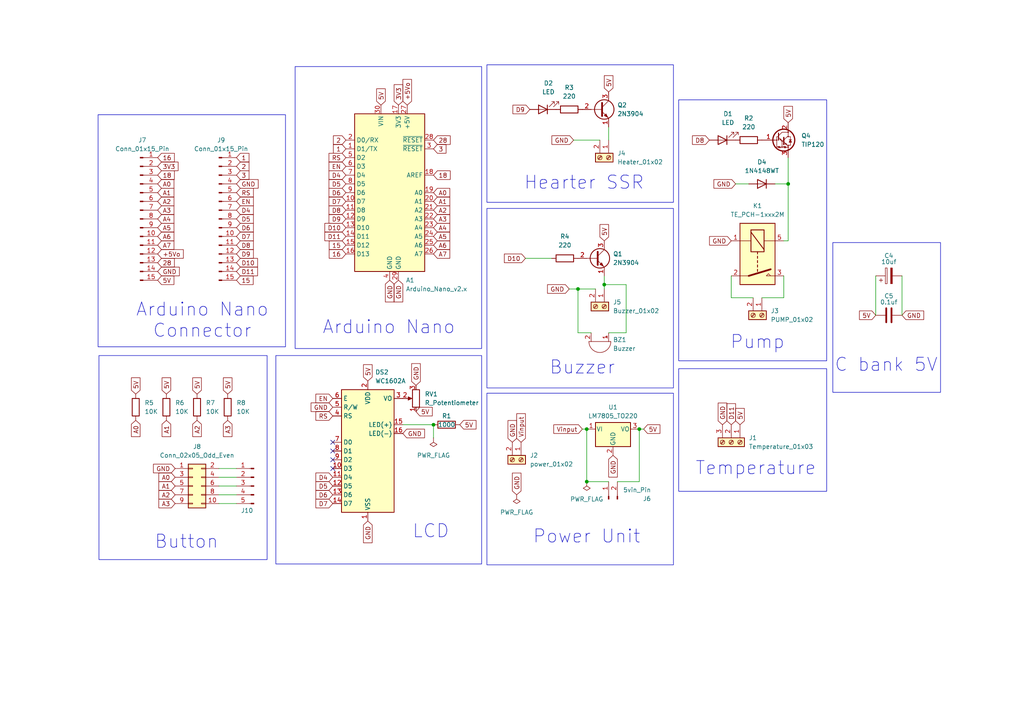
<source format=kicad_sch>
(kicad_sch
	(version 20250114)
	(generator "eeschema")
	(generator_version "9.0")
	(uuid "855027dd-f5de-4ce7-8bf6-452555afacc2")
	(paper "A4")
	(lib_symbols
		(symbol "Connector:Conn_01x02_Pin"
			(pin_names
				(offset 1.016)
				(hide yes)
			)
			(exclude_from_sim no)
			(in_bom yes)
			(on_board yes)
			(property "Reference" "J"
				(at 0 2.54 0)
				(effects
					(font
						(size 1.27 1.27)
					)
				)
			)
			(property "Value" "Conn_01x02_Pin"
				(at 0 -5.08 0)
				(effects
					(font
						(size 1.27 1.27)
					)
				)
			)
			(property "Footprint" ""
				(at 0 0 0)
				(effects
					(font
						(size 1.27 1.27)
					)
					(hide yes)
				)
			)
			(property "Datasheet" "~"
				(at 0 0 0)
				(effects
					(font
						(size 1.27 1.27)
					)
					(hide yes)
				)
			)
			(property "Description" "Generic connector, single row, 01x02, script generated"
				(at 0 0 0)
				(effects
					(font
						(size 1.27 1.27)
					)
					(hide yes)
				)
			)
			(property "ki_locked" ""
				(at 0 0 0)
				(effects
					(font
						(size 1.27 1.27)
					)
				)
			)
			(property "ki_keywords" "connector"
				(at 0 0 0)
				(effects
					(font
						(size 1.27 1.27)
					)
					(hide yes)
				)
			)
			(property "ki_fp_filters" "Connector*:*_1x??_*"
				(at 0 0 0)
				(effects
					(font
						(size 1.27 1.27)
					)
					(hide yes)
				)
			)
			(symbol "Conn_01x02_Pin_1_1"
				(rectangle
					(start 0.8636 0.127)
					(end 0 -0.127)
					(stroke
						(width 0.1524)
						(type default)
					)
					(fill
						(type outline)
					)
				)
				(rectangle
					(start 0.8636 -2.413)
					(end 0 -2.667)
					(stroke
						(width 0.1524)
						(type default)
					)
					(fill
						(type outline)
					)
				)
				(polyline
					(pts
						(xy 1.27 0) (xy 0.8636 0)
					)
					(stroke
						(width 0.1524)
						(type default)
					)
					(fill
						(type none)
					)
				)
				(polyline
					(pts
						(xy 1.27 -2.54) (xy 0.8636 -2.54)
					)
					(stroke
						(width 0.1524)
						(type default)
					)
					(fill
						(type none)
					)
				)
				(pin passive line
					(at 5.08 0 180)
					(length 3.81)
					(name "Pin_1"
						(effects
							(font
								(size 1.27 1.27)
							)
						)
					)
					(number "1"
						(effects
							(font
								(size 1.27 1.27)
							)
						)
					)
				)
				(pin passive line
					(at 5.08 -2.54 180)
					(length 3.81)
					(name "Pin_2"
						(effects
							(font
								(size 1.27 1.27)
							)
						)
					)
					(number "2"
						(effects
							(font
								(size 1.27 1.27)
							)
						)
					)
				)
			)
			(embedded_fonts no)
		)
		(symbol "Connector:Conn_01x05_Pin"
			(pin_names
				(offset 1.016)
				(hide yes)
			)
			(exclude_from_sim no)
			(in_bom yes)
			(on_board yes)
			(property "Reference" "J"
				(at 0 7.62 0)
				(effects
					(font
						(size 1.27 1.27)
					)
				)
			)
			(property "Value" "Conn_01x05_Pin"
				(at 0 -7.62 0)
				(effects
					(font
						(size 1.27 1.27)
					)
				)
			)
			(property "Footprint" ""
				(at 0 0 0)
				(effects
					(font
						(size 1.27 1.27)
					)
					(hide yes)
				)
			)
			(property "Datasheet" "~"
				(at 0 0 0)
				(effects
					(font
						(size 1.27 1.27)
					)
					(hide yes)
				)
			)
			(property "Description" "Generic connector, single row, 01x05, script generated"
				(at 0 0 0)
				(effects
					(font
						(size 1.27 1.27)
					)
					(hide yes)
				)
			)
			(property "ki_locked" ""
				(at 0 0 0)
				(effects
					(font
						(size 1.27 1.27)
					)
				)
			)
			(property "ki_keywords" "connector"
				(at 0 0 0)
				(effects
					(font
						(size 1.27 1.27)
					)
					(hide yes)
				)
			)
			(property "ki_fp_filters" "Connector*:*_1x??_*"
				(at 0 0 0)
				(effects
					(font
						(size 1.27 1.27)
					)
					(hide yes)
				)
			)
			(symbol "Conn_01x05_Pin_1_1"
				(rectangle
					(start 0.8636 5.207)
					(end 0 4.953)
					(stroke
						(width 0.1524)
						(type default)
					)
					(fill
						(type outline)
					)
				)
				(rectangle
					(start 0.8636 2.667)
					(end 0 2.413)
					(stroke
						(width 0.1524)
						(type default)
					)
					(fill
						(type outline)
					)
				)
				(rectangle
					(start 0.8636 0.127)
					(end 0 -0.127)
					(stroke
						(width 0.1524)
						(type default)
					)
					(fill
						(type outline)
					)
				)
				(rectangle
					(start 0.8636 -2.413)
					(end 0 -2.667)
					(stroke
						(width 0.1524)
						(type default)
					)
					(fill
						(type outline)
					)
				)
				(rectangle
					(start 0.8636 -4.953)
					(end 0 -5.207)
					(stroke
						(width 0.1524)
						(type default)
					)
					(fill
						(type outline)
					)
				)
				(polyline
					(pts
						(xy 1.27 5.08) (xy 0.8636 5.08)
					)
					(stroke
						(width 0.1524)
						(type default)
					)
					(fill
						(type none)
					)
				)
				(polyline
					(pts
						(xy 1.27 2.54) (xy 0.8636 2.54)
					)
					(stroke
						(width 0.1524)
						(type default)
					)
					(fill
						(type none)
					)
				)
				(polyline
					(pts
						(xy 1.27 0) (xy 0.8636 0)
					)
					(stroke
						(width 0.1524)
						(type default)
					)
					(fill
						(type none)
					)
				)
				(polyline
					(pts
						(xy 1.27 -2.54) (xy 0.8636 -2.54)
					)
					(stroke
						(width 0.1524)
						(type default)
					)
					(fill
						(type none)
					)
				)
				(polyline
					(pts
						(xy 1.27 -5.08) (xy 0.8636 -5.08)
					)
					(stroke
						(width 0.1524)
						(type default)
					)
					(fill
						(type none)
					)
				)
				(pin passive line
					(at 5.08 5.08 180)
					(length 3.81)
					(name "Pin_1"
						(effects
							(font
								(size 1.27 1.27)
							)
						)
					)
					(number "1"
						(effects
							(font
								(size 1.27 1.27)
							)
						)
					)
				)
				(pin passive line
					(at 5.08 2.54 180)
					(length 3.81)
					(name "Pin_2"
						(effects
							(font
								(size 1.27 1.27)
							)
						)
					)
					(number "2"
						(effects
							(font
								(size 1.27 1.27)
							)
						)
					)
				)
				(pin passive line
					(at 5.08 0 180)
					(length 3.81)
					(name "Pin_3"
						(effects
							(font
								(size 1.27 1.27)
							)
						)
					)
					(number "3"
						(effects
							(font
								(size 1.27 1.27)
							)
						)
					)
				)
				(pin passive line
					(at 5.08 -2.54 180)
					(length 3.81)
					(name "Pin_4"
						(effects
							(font
								(size 1.27 1.27)
							)
						)
					)
					(number "4"
						(effects
							(font
								(size 1.27 1.27)
							)
						)
					)
				)
				(pin passive line
					(at 5.08 -5.08 180)
					(length 3.81)
					(name "Pin_5"
						(effects
							(font
								(size 1.27 1.27)
							)
						)
					)
					(number "5"
						(effects
							(font
								(size 1.27 1.27)
							)
						)
					)
				)
			)
			(embedded_fonts no)
		)
		(symbol "Connector:Conn_01x15_Pin"
			(pin_names
				(offset 1.016)
				(hide yes)
			)
			(exclude_from_sim no)
			(in_bom yes)
			(on_board yes)
			(property "Reference" "J"
				(at 0 20.32 0)
				(effects
					(font
						(size 1.27 1.27)
					)
				)
			)
			(property "Value" "Conn_01x15_Pin"
				(at 0 -20.32 0)
				(effects
					(font
						(size 1.27 1.27)
					)
				)
			)
			(property "Footprint" ""
				(at 0 0 0)
				(effects
					(font
						(size 1.27 1.27)
					)
					(hide yes)
				)
			)
			(property "Datasheet" "~"
				(at 0 0 0)
				(effects
					(font
						(size 1.27 1.27)
					)
					(hide yes)
				)
			)
			(property "Description" "Generic connector, single row, 01x15, script generated"
				(at 0 0 0)
				(effects
					(font
						(size 1.27 1.27)
					)
					(hide yes)
				)
			)
			(property "ki_locked" ""
				(at 0 0 0)
				(effects
					(font
						(size 1.27 1.27)
					)
				)
			)
			(property "ki_keywords" "connector"
				(at 0 0 0)
				(effects
					(font
						(size 1.27 1.27)
					)
					(hide yes)
				)
			)
			(property "ki_fp_filters" "Connector*:*_1x??_*"
				(at 0 0 0)
				(effects
					(font
						(size 1.27 1.27)
					)
					(hide yes)
				)
			)
			(symbol "Conn_01x15_Pin_1_1"
				(rectangle
					(start 0.8636 17.907)
					(end 0 17.653)
					(stroke
						(width 0.1524)
						(type default)
					)
					(fill
						(type outline)
					)
				)
				(rectangle
					(start 0.8636 15.367)
					(end 0 15.113)
					(stroke
						(width 0.1524)
						(type default)
					)
					(fill
						(type outline)
					)
				)
				(rectangle
					(start 0.8636 12.827)
					(end 0 12.573)
					(stroke
						(width 0.1524)
						(type default)
					)
					(fill
						(type outline)
					)
				)
				(rectangle
					(start 0.8636 10.287)
					(end 0 10.033)
					(stroke
						(width 0.1524)
						(type default)
					)
					(fill
						(type outline)
					)
				)
				(rectangle
					(start 0.8636 7.747)
					(end 0 7.493)
					(stroke
						(width 0.1524)
						(type default)
					)
					(fill
						(type outline)
					)
				)
				(rectangle
					(start 0.8636 5.207)
					(end 0 4.953)
					(stroke
						(width 0.1524)
						(type default)
					)
					(fill
						(type outline)
					)
				)
				(rectangle
					(start 0.8636 2.667)
					(end 0 2.413)
					(stroke
						(width 0.1524)
						(type default)
					)
					(fill
						(type outline)
					)
				)
				(rectangle
					(start 0.8636 0.127)
					(end 0 -0.127)
					(stroke
						(width 0.1524)
						(type default)
					)
					(fill
						(type outline)
					)
				)
				(rectangle
					(start 0.8636 -2.413)
					(end 0 -2.667)
					(stroke
						(width 0.1524)
						(type default)
					)
					(fill
						(type outline)
					)
				)
				(rectangle
					(start 0.8636 -4.953)
					(end 0 -5.207)
					(stroke
						(width 0.1524)
						(type default)
					)
					(fill
						(type outline)
					)
				)
				(rectangle
					(start 0.8636 -7.493)
					(end 0 -7.747)
					(stroke
						(width 0.1524)
						(type default)
					)
					(fill
						(type outline)
					)
				)
				(rectangle
					(start 0.8636 -10.033)
					(end 0 -10.287)
					(stroke
						(width 0.1524)
						(type default)
					)
					(fill
						(type outline)
					)
				)
				(rectangle
					(start 0.8636 -12.573)
					(end 0 -12.827)
					(stroke
						(width 0.1524)
						(type default)
					)
					(fill
						(type outline)
					)
				)
				(rectangle
					(start 0.8636 -15.113)
					(end 0 -15.367)
					(stroke
						(width 0.1524)
						(type default)
					)
					(fill
						(type outline)
					)
				)
				(rectangle
					(start 0.8636 -17.653)
					(end 0 -17.907)
					(stroke
						(width 0.1524)
						(type default)
					)
					(fill
						(type outline)
					)
				)
				(polyline
					(pts
						(xy 1.27 17.78) (xy 0.8636 17.78)
					)
					(stroke
						(width 0.1524)
						(type default)
					)
					(fill
						(type none)
					)
				)
				(polyline
					(pts
						(xy 1.27 15.24) (xy 0.8636 15.24)
					)
					(stroke
						(width 0.1524)
						(type default)
					)
					(fill
						(type none)
					)
				)
				(polyline
					(pts
						(xy 1.27 12.7) (xy 0.8636 12.7)
					)
					(stroke
						(width 0.1524)
						(type default)
					)
					(fill
						(type none)
					)
				)
				(polyline
					(pts
						(xy 1.27 10.16) (xy 0.8636 10.16)
					)
					(stroke
						(width 0.1524)
						(type default)
					)
					(fill
						(type none)
					)
				)
				(polyline
					(pts
						(xy 1.27 7.62) (xy 0.8636 7.62)
					)
					(stroke
						(width 0.1524)
						(type default)
					)
					(fill
						(type none)
					)
				)
				(polyline
					(pts
						(xy 1.27 5.08) (xy 0.8636 5.08)
					)
					(stroke
						(width 0.1524)
						(type default)
					)
					(fill
						(type none)
					)
				)
				(polyline
					(pts
						(xy 1.27 2.54) (xy 0.8636 2.54)
					)
					(stroke
						(width 0.1524)
						(type default)
					)
					(fill
						(type none)
					)
				)
				(polyline
					(pts
						(xy 1.27 0) (xy 0.8636 0)
					)
					(stroke
						(width 0.1524)
						(type default)
					)
					(fill
						(type none)
					)
				)
				(polyline
					(pts
						(xy 1.27 -2.54) (xy 0.8636 -2.54)
					)
					(stroke
						(width 0.1524)
						(type default)
					)
					(fill
						(type none)
					)
				)
				(polyline
					(pts
						(xy 1.27 -5.08) (xy 0.8636 -5.08)
					)
					(stroke
						(width 0.1524)
						(type default)
					)
					(fill
						(type none)
					)
				)
				(polyline
					(pts
						(xy 1.27 -7.62) (xy 0.8636 -7.62)
					)
					(stroke
						(width 0.1524)
						(type default)
					)
					(fill
						(type none)
					)
				)
				(polyline
					(pts
						(xy 1.27 -10.16) (xy 0.8636 -10.16)
					)
					(stroke
						(width 0.1524)
						(type default)
					)
					(fill
						(type none)
					)
				)
				(polyline
					(pts
						(xy 1.27 -12.7) (xy 0.8636 -12.7)
					)
					(stroke
						(width 0.1524)
						(type default)
					)
					(fill
						(type none)
					)
				)
				(polyline
					(pts
						(xy 1.27 -15.24) (xy 0.8636 -15.24)
					)
					(stroke
						(width 0.1524)
						(type default)
					)
					(fill
						(type none)
					)
				)
				(polyline
					(pts
						(xy 1.27 -17.78) (xy 0.8636 -17.78)
					)
					(stroke
						(width 0.1524)
						(type default)
					)
					(fill
						(type none)
					)
				)
				(pin passive line
					(at 5.08 17.78 180)
					(length 3.81)
					(name "Pin_1"
						(effects
							(font
								(size 1.27 1.27)
							)
						)
					)
					(number "1"
						(effects
							(font
								(size 1.27 1.27)
							)
						)
					)
				)
				(pin passive line
					(at 5.08 15.24 180)
					(length 3.81)
					(name "Pin_2"
						(effects
							(font
								(size 1.27 1.27)
							)
						)
					)
					(number "2"
						(effects
							(font
								(size 1.27 1.27)
							)
						)
					)
				)
				(pin passive line
					(at 5.08 12.7 180)
					(length 3.81)
					(name "Pin_3"
						(effects
							(font
								(size 1.27 1.27)
							)
						)
					)
					(number "3"
						(effects
							(font
								(size 1.27 1.27)
							)
						)
					)
				)
				(pin passive line
					(at 5.08 10.16 180)
					(length 3.81)
					(name "Pin_4"
						(effects
							(font
								(size 1.27 1.27)
							)
						)
					)
					(number "4"
						(effects
							(font
								(size 1.27 1.27)
							)
						)
					)
				)
				(pin passive line
					(at 5.08 7.62 180)
					(length 3.81)
					(name "Pin_5"
						(effects
							(font
								(size 1.27 1.27)
							)
						)
					)
					(number "5"
						(effects
							(font
								(size 1.27 1.27)
							)
						)
					)
				)
				(pin passive line
					(at 5.08 5.08 180)
					(length 3.81)
					(name "Pin_6"
						(effects
							(font
								(size 1.27 1.27)
							)
						)
					)
					(number "6"
						(effects
							(font
								(size 1.27 1.27)
							)
						)
					)
				)
				(pin passive line
					(at 5.08 2.54 180)
					(length 3.81)
					(name "Pin_7"
						(effects
							(font
								(size 1.27 1.27)
							)
						)
					)
					(number "7"
						(effects
							(font
								(size 1.27 1.27)
							)
						)
					)
				)
				(pin passive line
					(at 5.08 0 180)
					(length 3.81)
					(name "Pin_8"
						(effects
							(font
								(size 1.27 1.27)
							)
						)
					)
					(number "8"
						(effects
							(font
								(size 1.27 1.27)
							)
						)
					)
				)
				(pin passive line
					(at 5.08 -2.54 180)
					(length 3.81)
					(name "Pin_9"
						(effects
							(font
								(size 1.27 1.27)
							)
						)
					)
					(number "9"
						(effects
							(font
								(size 1.27 1.27)
							)
						)
					)
				)
				(pin passive line
					(at 5.08 -5.08 180)
					(length 3.81)
					(name "Pin_10"
						(effects
							(font
								(size 1.27 1.27)
							)
						)
					)
					(number "10"
						(effects
							(font
								(size 1.27 1.27)
							)
						)
					)
				)
				(pin passive line
					(at 5.08 -7.62 180)
					(length 3.81)
					(name "Pin_11"
						(effects
							(font
								(size 1.27 1.27)
							)
						)
					)
					(number "11"
						(effects
							(font
								(size 1.27 1.27)
							)
						)
					)
				)
				(pin passive line
					(at 5.08 -10.16 180)
					(length 3.81)
					(name "Pin_12"
						(effects
							(font
								(size 1.27 1.27)
							)
						)
					)
					(number "12"
						(effects
							(font
								(size 1.27 1.27)
							)
						)
					)
				)
				(pin passive line
					(at 5.08 -12.7 180)
					(length 3.81)
					(name "Pin_13"
						(effects
							(font
								(size 1.27 1.27)
							)
						)
					)
					(number "13"
						(effects
							(font
								(size 1.27 1.27)
							)
						)
					)
				)
				(pin passive line
					(at 5.08 -15.24 180)
					(length 3.81)
					(name "Pin_14"
						(effects
							(font
								(size 1.27 1.27)
							)
						)
					)
					(number "14"
						(effects
							(font
								(size 1.27 1.27)
							)
						)
					)
				)
				(pin passive line
					(at 5.08 -17.78 180)
					(length 3.81)
					(name "Pin_15"
						(effects
							(font
								(size 1.27 1.27)
							)
						)
					)
					(number "15"
						(effects
							(font
								(size 1.27 1.27)
							)
						)
					)
				)
			)
			(embedded_fonts no)
		)
		(symbol "Connector:Screw_Terminal_01x02"
			(pin_names
				(offset 1.016)
				(hide yes)
			)
			(exclude_from_sim no)
			(in_bom yes)
			(on_board yes)
			(property "Reference" "J"
				(at 0 2.54 0)
				(effects
					(font
						(size 1.27 1.27)
					)
				)
			)
			(property "Value" "Screw_Terminal_01x02"
				(at 0 -5.08 0)
				(effects
					(font
						(size 1.27 1.27)
					)
				)
			)
			(property "Footprint" ""
				(at 0 0 0)
				(effects
					(font
						(size 1.27 1.27)
					)
					(hide yes)
				)
			)
			(property "Datasheet" "~"
				(at 0 0 0)
				(effects
					(font
						(size 1.27 1.27)
					)
					(hide yes)
				)
			)
			(property "Description" "Generic screw terminal, single row, 01x02, script generated (kicad-library-utils/schlib/autogen/connector/)"
				(at 0 0 0)
				(effects
					(font
						(size 1.27 1.27)
					)
					(hide yes)
				)
			)
			(property "ki_keywords" "screw terminal"
				(at 0 0 0)
				(effects
					(font
						(size 1.27 1.27)
					)
					(hide yes)
				)
			)
			(property "ki_fp_filters" "TerminalBlock*:*"
				(at 0 0 0)
				(effects
					(font
						(size 1.27 1.27)
					)
					(hide yes)
				)
			)
			(symbol "Screw_Terminal_01x02_1_1"
				(rectangle
					(start -1.27 1.27)
					(end 1.27 -3.81)
					(stroke
						(width 0.254)
						(type default)
					)
					(fill
						(type background)
					)
				)
				(polyline
					(pts
						(xy -0.5334 0.3302) (xy 0.3302 -0.508)
					)
					(stroke
						(width 0.1524)
						(type default)
					)
					(fill
						(type none)
					)
				)
				(polyline
					(pts
						(xy -0.5334 -2.2098) (xy 0.3302 -3.048)
					)
					(stroke
						(width 0.1524)
						(type default)
					)
					(fill
						(type none)
					)
				)
				(polyline
					(pts
						(xy -0.3556 0.508) (xy 0.508 -0.3302)
					)
					(stroke
						(width 0.1524)
						(type default)
					)
					(fill
						(type none)
					)
				)
				(polyline
					(pts
						(xy -0.3556 -2.032) (xy 0.508 -2.8702)
					)
					(stroke
						(width 0.1524)
						(type default)
					)
					(fill
						(type none)
					)
				)
				(circle
					(center 0 0)
					(radius 0.635)
					(stroke
						(width 0.1524)
						(type default)
					)
					(fill
						(type none)
					)
				)
				(circle
					(center 0 -2.54)
					(radius 0.635)
					(stroke
						(width 0.1524)
						(type default)
					)
					(fill
						(type none)
					)
				)
				(pin passive line
					(at -5.08 0 0)
					(length 3.81)
					(name "Pin_1"
						(effects
							(font
								(size 1.27 1.27)
							)
						)
					)
					(number "1"
						(effects
							(font
								(size 1.27 1.27)
							)
						)
					)
				)
				(pin passive line
					(at -5.08 -2.54 0)
					(length 3.81)
					(name "Pin_2"
						(effects
							(font
								(size 1.27 1.27)
							)
						)
					)
					(number "2"
						(effects
							(font
								(size 1.27 1.27)
							)
						)
					)
				)
			)
			(embedded_fonts no)
		)
		(symbol "Connector:Screw_Terminal_01x03"
			(pin_names
				(offset 1.016)
				(hide yes)
			)
			(exclude_from_sim no)
			(in_bom yes)
			(on_board yes)
			(property "Reference" "J"
				(at 0 5.08 0)
				(effects
					(font
						(size 1.27 1.27)
					)
				)
			)
			(property "Value" "Screw_Terminal_01x03"
				(at 0 -5.08 0)
				(effects
					(font
						(size 1.27 1.27)
					)
				)
			)
			(property "Footprint" ""
				(at 0 0 0)
				(effects
					(font
						(size 1.27 1.27)
					)
					(hide yes)
				)
			)
			(property "Datasheet" "~"
				(at 0 0 0)
				(effects
					(font
						(size 1.27 1.27)
					)
					(hide yes)
				)
			)
			(property "Description" "Generic screw terminal, single row, 01x03, script generated (kicad-library-utils/schlib/autogen/connector/)"
				(at 0 0 0)
				(effects
					(font
						(size 1.27 1.27)
					)
					(hide yes)
				)
			)
			(property "ki_keywords" "screw terminal"
				(at 0 0 0)
				(effects
					(font
						(size 1.27 1.27)
					)
					(hide yes)
				)
			)
			(property "ki_fp_filters" "TerminalBlock*:*"
				(at 0 0 0)
				(effects
					(font
						(size 1.27 1.27)
					)
					(hide yes)
				)
			)
			(symbol "Screw_Terminal_01x03_1_1"
				(rectangle
					(start -1.27 3.81)
					(end 1.27 -3.81)
					(stroke
						(width 0.254)
						(type default)
					)
					(fill
						(type background)
					)
				)
				(polyline
					(pts
						(xy -0.5334 2.8702) (xy 0.3302 2.032)
					)
					(stroke
						(width 0.1524)
						(type default)
					)
					(fill
						(type none)
					)
				)
				(polyline
					(pts
						(xy -0.5334 0.3302) (xy 0.3302 -0.508)
					)
					(stroke
						(width 0.1524)
						(type default)
					)
					(fill
						(type none)
					)
				)
				(polyline
					(pts
						(xy -0.5334 -2.2098) (xy 0.3302 -3.048)
					)
					(stroke
						(width 0.1524)
						(type default)
					)
					(fill
						(type none)
					)
				)
				(polyline
					(pts
						(xy -0.3556 3.048) (xy 0.508 2.2098)
					)
					(stroke
						(width 0.1524)
						(type default)
					)
					(fill
						(type none)
					)
				)
				(polyline
					(pts
						(xy -0.3556 0.508) (xy 0.508 -0.3302)
					)
					(stroke
						(width 0.1524)
						(type default)
					)
					(fill
						(type none)
					)
				)
				(polyline
					(pts
						(xy -0.3556 -2.032) (xy 0.508 -2.8702)
					)
					(stroke
						(width 0.1524)
						(type default)
					)
					(fill
						(type none)
					)
				)
				(circle
					(center 0 2.54)
					(radius 0.635)
					(stroke
						(width 0.1524)
						(type default)
					)
					(fill
						(type none)
					)
				)
				(circle
					(center 0 0)
					(radius 0.635)
					(stroke
						(width 0.1524)
						(type default)
					)
					(fill
						(type none)
					)
				)
				(circle
					(center 0 -2.54)
					(radius 0.635)
					(stroke
						(width 0.1524)
						(type default)
					)
					(fill
						(type none)
					)
				)
				(pin passive line
					(at -5.08 2.54 0)
					(length 3.81)
					(name "Pin_1"
						(effects
							(font
								(size 1.27 1.27)
							)
						)
					)
					(number "1"
						(effects
							(font
								(size 1.27 1.27)
							)
						)
					)
				)
				(pin passive line
					(at -5.08 0 0)
					(length 3.81)
					(name "Pin_2"
						(effects
							(font
								(size 1.27 1.27)
							)
						)
					)
					(number "2"
						(effects
							(font
								(size 1.27 1.27)
							)
						)
					)
				)
				(pin passive line
					(at -5.08 -2.54 0)
					(length 3.81)
					(name "Pin_3"
						(effects
							(font
								(size 1.27 1.27)
							)
						)
					)
					(number "3"
						(effects
							(font
								(size 1.27 1.27)
							)
						)
					)
				)
			)
			(embedded_fonts no)
		)
		(symbol "Connector_Generic:Conn_02x05_Odd_Even"
			(pin_names
				(offset 1.016)
				(hide yes)
			)
			(exclude_from_sim no)
			(in_bom yes)
			(on_board yes)
			(property "Reference" "J"
				(at 1.27 7.62 0)
				(effects
					(font
						(size 1.27 1.27)
					)
				)
			)
			(property "Value" "Conn_02x05_Odd_Even"
				(at 1.27 -7.62 0)
				(effects
					(font
						(size 1.27 1.27)
					)
				)
			)
			(property "Footprint" ""
				(at 0 0 0)
				(effects
					(font
						(size 1.27 1.27)
					)
					(hide yes)
				)
			)
			(property "Datasheet" "~"
				(at 0 0 0)
				(effects
					(font
						(size 1.27 1.27)
					)
					(hide yes)
				)
			)
			(property "Description" "Generic connector, double row, 02x05, odd/even pin numbering scheme (row 1 odd numbers, row 2 even numbers), script generated (kicad-library-utils/schlib/autogen/connector/)"
				(at 0 0 0)
				(effects
					(font
						(size 1.27 1.27)
					)
					(hide yes)
				)
			)
			(property "ki_keywords" "connector"
				(at 0 0 0)
				(effects
					(font
						(size 1.27 1.27)
					)
					(hide yes)
				)
			)
			(property "ki_fp_filters" "Connector*:*_2x??_*"
				(at 0 0 0)
				(effects
					(font
						(size 1.27 1.27)
					)
					(hide yes)
				)
			)
			(symbol "Conn_02x05_Odd_Even_1_1"
				(rectangle
					(start -1.27 6.35)
					(end 3.81 -6.35)
					(stroke
						(width 0.254)
						(type default)
					)
					(fill
						(type background)
					)
				)
				(rectangle
					(start -1.27 5.207)
					(end 0 4.953)
					(stroke
						(width 0.1524)
						(type default)
					)
					(fill
						(type none)
					)
				)
				(rectangle
					(start -1.27 2.667)
					(end 0 2.413)
					(stroke
						(width 0.1524)
						(type default)
					)
					(fill
						(type none)
					)
				)
				(rectangle
					(start -1.27 0.127)
					(end 0 -0.127)
					(stroke
						(width 0.1524)
						(type default)
					)
					(fill
						(type none)
					)
				)
				(rectangle
					(start -1.27 -2.413)
					(end 0 -2.667)
					(stroke
						(width 0.1524)
						(type default)
					)
					(fill
						(type none)
					)
				)
				(rectangle
					(start -1.27 -4.953)
					(end 0 -5.207)
					(stroke
						(width 0.1524)
						(type default)
					)
					(fill
						(type none)
					)
				)
				(rectangle
					(start 3.81 5.207)
					(end 2.54 4.953)
					(stroke
						(width 0.1524)
						(type default)
					)
					(fill
						(type none)
					)
				)
				(rectangle
					(start 3.81 2.667)
					(end 2.54 2.413)
					(stroke
						(width 0.1524)
						(type default)
					)
					(fill
						(type none)
					)
				)
				(rectangle
					(start 3.81 0.127)
					(end 2.54 -0.127)
					(stroke
						(width 0.1524)
						(type default)
					)
					(fill
						(type none)
					)
				)
				(rectangle
					(start 3.81 -2.413)
					(end 2.54 -2.667)
					(stroke
						(width 0.1524)
						(type default)
					)
					(fill
						(type none)
					)
				)
				(rectangle
					(start 3.81 -4.953)
					(end 2.54 -5.207)
					(stroke
						(width 0.1524)
						(type default)
					)
					(fill
						(type none)
					)
				)
				(pin passive line
					(at -5.08 5.08 0)
					(length 3.81)
					(name "Pin_1"
						(effects
							(font
								(size 1.27 1.27)
							)
						)
					)
					(number "1"
						(effects
							(font
								(size 1.27 1.27)
							)
						)
					)
				)
				(pin passive line
					(at -5.08 2.54 0)
					(length 3.81)
					(name "Pin_3"
						(effects
							(font
								(size 1.27 1.27)
							)
						)
					)
					(number "3"
						(effects
							(font
								(size 1.27 1.27)
							)
						)
					)
				)
				(pin passive line
					(at -5.08 0 0)
					(length 3.81)
					(name "Pin_5"
						(effects
							(font
								(size 1.27 1.27)
							)
						)
					)
					(number "5"
						(effects
							(font
								(size 1.27 1.27)
							)
						)
					)
				)
				(pin passive line
					(at -5.08 -2.54 0)
					(length 3.81)
					(name "Pin_7"
						(effects
							(font
								(size 1.27 1.27)
							)
						)
					)
					(number "7"
						(effects
							(font
								(size 1.27 1.27)
							)
						)
					)
				)
				(pin passive line
					(at -5.08 -5.08 0)
					(length 3.81)
					(name "Pin_9"
						(effects
							(font
								(size 1.27 1.27)
							)
						)
					)
					(number "9"
						(effects
							(font
								(size 1.27 1.27)
							)
						)
					)
				)
				(pin passive line
					(at 7.62 5.08 180)
					(length 3.81)
					(name "Pin_2"
						(effects
							(font
								(size 1.27 1.27)
							)
						)
					)
					(number "2"
						(effects
							(font
								(size 1.27 1.27)
							)
						)
					)
				)
				(pin passive line
					(at 7.62 2.54 180)
					(length 3.81)
					(name "Pin_4"
						(effects
							(font
								(size 1.27 1.27)
							)
						)
					)
					(number "4"
						(effects
							(font
								(size 1.27 1.27)
							)
						)
					)
				)
				(pin passive line
					(at 7.62 0 180)
					(length 3.81)
					(name "Pin_6"
						(effects
							(font
								(size 1.27 1.27)
							)
						)
					)
					(number "6"
						(effects
							(font
								(size 1.27 1.27)
							)
						)
					)
				)
				(pin passive line
					(at 7.62 -2.54 180)
					(length 3.81)
					(name "Pin_8"
						(effects
							(font
								(size 1.27 1.27)
							)
						)
					)
					(number "8"
						(effects
							(font
								(size 1.27 1.27)
							)
						)
					)
				)
				(pin passive line
					(at 7.62 -5.08 180)
					(length 3.81)
					(name "Pin_10"
						(effects
							(font
								(size 1.27 1.27)
							)
						)
					)
					(number "10"
						(effects
							(font
								(size 1.27 1.27)
							)
						)
					)
				)
			)
			(embedded_fonts no)
		)
		(symbol "Device:Buzzer"
			(pin_names
				(offset 0.0254)
				(hide yes)
			)
			(exclude_from_sim no)
			(in_bom yes)
			(on_board yes)
			(property "Reference" "BZ"
				(at 3.81 1.27 0)
				(effects
					(font
						(size 1.27 1.27)
					)
					(justify left)
				)
			)
			(property "Value" "Buzzer"
				(at 3.81 -1.27 0)
				(effects
					(font
						(size 1.27 1.27)
					)
					(justify left)
				)
			)
			(property "Footprint" ""
				(at -0.635 2.54 90)
				(effects
					(font
						(size 1.27 1.27)
					)
					(hide yes)
				)
			)
			(property "Datasheet" "~"
				(at -0.635 2.54 90)
				(effects
					(font
						(size 1.27 1.27)
					)
					(hide yes)
				)
			)
			(property "Description" "Buzzer, polarized"
				(at 0 0 0)
				(effects
					(font
						(size 1.27 1.27)
					)
					(hide yes)
				)
			)
			(property "ki_keywords" "quartz resonator ceramic"
				(at 0 0 0)
				(effects
					(font
						(size 1.27 1.27)
					)
					(hide yes)
				)
			)
			(property "ki_fp_filters" "*Buzzer*"
				(at 0 0 0)
				(effects
					(font
						(size 1.27 1.27)
					)
					(hide yes)
				)
			)
			(symbol "Buzzer_0_1"
				(polyline
					(pts
						(xy -1.651 1.905) (xy -1.143 1.905)
					)
					(stroke
						(width 0)
						(type default)
					)
					(fill
						(type none)
					)
				)
				(polyline
					(pts
						(xy -1.397 2.159) (xy -1.397 1.651)
					)
					(stroke
						(width 0)
						(type default)
					)
					(fill
						(type none)
					)
				)
				(arc
					(start 0 3.175)
					(mid 3.1612 0)
					(end 0 -3.175)
					(stroke
						(width 0)
						(type default)
					)
					(fill
						(type none)
					)
				)
				(polyline
					(pts
						(xy 0 3.175) (xy 0 -3.175)
					)
					(stroke
						(width 0)
						(type default)
					)
					(fill
						(type none)
					)
				)
			)
			(symbol "Buzzer_1_1"
				(pin passive line
					(at -2.54 2.54 0)
					(length 2.54)
					(name "+"
						(effects
							(font
								(size 1.27 1.27)
							)
						)
					)
					(number "1"
						(effects
							(font
								(size 1.27 1.27)
							)
						)
					)
				)
				(pin passive line
					(at -2.54 -2.54 0)
					(length 2.54)
					(name "-"
						(effects
							(font
								(size 1.27 1.27)
							)
						)
					)
					(number "2"
						(effects
							(font
								(size 1.27 1.27)
							)
						)
					)
				)
			)
			(embedded_fonts no)
		)
		(symbol "Device:C"
			(pin_numbers
				(hide yes)
			)
			(pin_names
				(offset 0.254)
			)
			(exclude_from_sim no)
			(in_bom yes)
			(on_board yes)
			(property "Reference" "C"
				(at 0.635 2.54 0)
				(effects
					(font
						(size 1.27 1.27)
					)
					(justify left)
				)
			)
			(property "Value" "C"
				(at 0.635 -2.54 0)
				(effects
					(font
						(size 1.27 1.27)
					)
					(justify left)
				)
			)
			(property "Footprint" ""
				(at 0.9652 -3.81 0)
				(effects
					(font
						(size 1.27 1.27)
					)
					(hide yes)
				)
			)
			(property "Datasheet" "~"
				(at 0 0 0)
				(effects
					(font
						(size 1.27 1.27)
					)
					(hide yes)
				)
			)
			(property "Description" "Unpolarized capacitor"
				(at 0 0 0)
				(effects
					(font
						(size 1.27 1.27)
					)
					(hide yes)
				)
			)
			(property "ki_keywords" "cap capacitor"
				(at 0 0 0)
				(effects
					(font
						(size 1.27 1.27)
					)
					(hide yes)
				)
			)
			(property "ki_fp_filters" "C_*"
				(at 0 0 0)
				(effects
					(font
						(size 1.27 1.27)
					)
					(hide yes)
				)
			)
			(symbol "C_0_1"
				(polyline
					(pts
						(xy -2.032 0.762) (xy 2.032 0.762)
					)
					(stroke
						(width 0.508)
						(type default)
					)
					(fill
						(type none)
					)
				)
				(polyline
					(pts
						(xy -2.032 -0.762) (xy 2.032 -0.762)
					)
					(stroke
						(width 0.508)
						(type default)
					)
					(fill
						(type none)
					)
				)
			)
			(symbol "C_1_1"
				(pin passive line
					(at 0 3.81 270)
					(length 2.794)
					(name "~"
						(effects
							(font
								(size 1.27 1.27)
							)
						)
					)
					(number "1"
						(effects
							(font
								(size 1.27 1.27)
							)
						)
					)
				)
				(pin passive line
					(at 0 -3.81 90)
					(length 2.794)
					(name "~"
						(effects
							(font
								(size 1.27 1.27)
							)
						)
					)
					(number "2"
						(effects
							(font
								(size 1.27 1.27)
							)
						)
					)
				)
			)
			(embedded_fonts no)
		)
		(symbol "Device:C_Polarized"
			(pin_numbers
				(hide yes)
			)
			(pin_names
				(offset 0.254)
			)
			(exclude_from_sim no)
			(in_bom yes)
			(on_board yes)
			(property "Reference" "C"
				(at 0.635 2.54 0)
				(effects
					(font
						(size 1.27 1.27)
					)
					(justify left)
				)
			)
			(property "Value" "C_Polarized"
				(at 0.635 -2.54 0)
				(effects
					(font
						(size 1.27 1.27)
					)
					(justify left)
				)
			)
			(property "Footprint" ""
				(at 0.9652 -3.81 0)
				(effects
					(font
						(size 1.27 1.27)
					)
					(hide yes)
				)
			)
			(property "Datasheet" "~"
				(at 0 0 0)
				(effects
					(font
						(size 1.27 1.27)
					)
					(hide yes)
				)
			)
			(property "Description" "Polarized capacitor"
				(at 0 0 0)
				(effects
					(font
						(size 1.27 1.27)
					)
					(hide yes)
				)
			)
			(property "ki_keywords" "cap capacitor"
				(at 0 0 0)
				(effects
					(font
						(size 1.27 1.27)
					)
					(hide yes)
				)
			)
			(property "ki_fp_filters" "CP_*"
				(at 0 0 0)
				(effects
					(font
						(size 1.27 1.27)
					)
					(hide yes)
				)
			)
			(symbol "C_Polarized_0_1"
				(rectangle
					(start -2.286 0.508)
					(end 2.286 1.016)
					(stroke
						(width 0)
						(type default)
					)
					(fill
						(type none)
					)
				)
				(polyline
					(pts
						(xy -1.778 2.286) (xy -0.762 2.286)
					)
					(stroke
						(width 0)
						(type default)
					)
					(fill
						(type none)
					)
				)
				(polyline
					(pts
						(xy -1.27 2.794) (xy -1.27 1.778)
					)
					(stroke
						(width 0)
						(type default)
					)
					(fill
						(type none)
					)
				)
				(rectangle
					(start 2.286 -0.508)
					(end -2.286 -1.016)
					(stroke
						(width 0)
						(type default)
					)
					(fill
						(type outline)
					)
				)
			)
			(symbol "C_Polarized_1_1"
				(pin passive line
					(at 0 3.81 270)
					(length 2.794)
					(name "~"
						(effects
							(font
								(size 1.27 1.27)
							)
						)
					)
					(number "1"
						(effects
							(font
								(size 1.27 1.27)
							)
						)
					)
				)
				(pin passive line
					(at 0 -3.81 90)
					(length 2.794)
					(name "~"
						(effects
							(font
								(size 1.27 1.27)
							)
						)
					)
					(number "2"
						(effects
							(font
								(size 1.27 1.27)
							)
						)
					)
				)
			)
			(embedded_fonts no)
		)
		(symbol "Device:LED"
			(pin_numbers
				(hide yes)
			)
			(pin_names
				(offset 1.016)
				(hide yes)
			)
			(exclude_from_sim no)
			(in_bom yes)
			(on_board yes)
			(property "Reference" "D"
				(at 0 2.54 0)
				(effects
					(font
						(size 1.27 1.27)
					)
				)
			)
			(property "Value" "LED"
				(at 0 -2.54 0)
				(effects
					(font
						(size 1.27 1.27)
					)
				)
			)
			(property "Footprint" ""
				(at 0 0 0)
				(effects
					(font
						(size 1.27 1.27)
					)
					(hide yes)
				)
			)
			(property "Datasheet" "~"
				(at 0 0 0)
				(effects
					(font
						(size 1.27 1.27)
					)
					(hide yes)
				)
			)
			(property "Description" "Light emitting diode"
				(at 0 0 0)
				(effects
					(font
						(size 1.27 1.27)
					)
					(hide yes)
				)
			)
			(property "Sim.Pins" "1=K 2=A"
				(at 0 0 0)
				(effects
					(font
						(size 1.27 1.27)
					)
					(hide yes)
				)
			)
			(property "ki_keywords" "LED diode"
				(at 0 0 0)
				(effects
					(font
						(size 1.27 1.27)
					)
					(hide yes)
				)
			)
			(property "ki_fp_filters" "LED* LED_SMD:* LED_THT:*"
				(at 0 0 0)
				(effects
					(font
						(size 1.27 1.27)
					)
					(hide yes)
				)
			)
			(symbol "LED_0_1"
				(polyline
					(pts
						(xy -3.048 -0.762) (xy -4.572 -2.286) (xy -3.81 -2.286) (xy -4.572 -2.286) (xy -4.572 -1.524)
					)
					(stroke
						(width 0)
						(type default)
					)
					(fill
						(type none)
					)
				)
				(polyline
					(pts
						(xy -1.778 -0.762) (xy -3.302 -2.286) (xy -2.54 -2.286) (xy -3.302 -2.286) (xy -3.302 -1.524)
					)
					(stroke
						(width 0)
						(type default)
					)
					(fill
						(type none)
					)
				)
				(polyline
					(pts
						(xy -1.27 0) (xy 1.27 0)
					)
					(stroke
						(width 0)
						(type default)
					)
					(fill
						(type none)
					)
				)
				(polyline
					(pts
						(xy -1.27 -1.27) (xy -1.27 1.27)
					)
					(stroke
						(width 0.254)
						(type default)
					)
					(fill
						(type none)
					)
				)
				(polyline
					(pts
						(xy 1.27 -1.27) (xy 1.27 1.27) (xy -1.27 0) (xy 1.27 -1.27)
					)
					(stroke
						(width 0.254)
						(type default)
					)
					(fill
						(type none)
					)
				)
			)
			(symbol "LED_1_1"
				(pin passive line
					(at -3.81 0 0)
					(length 2.54)
					(name "K"
						(effects
							(font
								(size 1.27 1.27)
							)
						)
					)
					(number "1"
						(effects
							(font
								(size 1.27 1.27)
							)
						)
					)
				)
				(pin passive line
					(at 3.81 0 180)
					(length 2.54)
					(name "A"
						(effects
							(font
								(size 1.27 1.27)
							)
						)
					)
					(number "2"
						(effects
							(font
								(size 1.27 1.27)
							)
						)
					)
				)
			)
			(embedded_fonts no)
		)
		(symbol "Device:R"
			(pin_numbers
				(hide yes)
			)
			(pin_names
				(offset 0)
			)
			(exclude_from_sim no)
			(in_bom yes)
			(on_board yes)
			(property "Reference" "R"
				(at 2.032 0 90)
				(effects
					(font
						(size 1.27 1.27)
					)
				)
			)
			(property "Value" "R"
				(at 0 0 90)
				(effects
					(font
						(size 1.27 1.27)
					)
				)
			)
			(property "Footprint" ""
				(at -1.778 0 90)
				(effects
					(font
						(size 1.27 1.27)
					)
					(hide yes)
				)
			)
			(property "Datasheet" "~"
				(at 0 0 0)
				(effects
					(font
						(size 1.27 1.27)
					)
					(hide yes)
				)
			)
			(property "Description" "Resistor"
				(at 0 0 0)
				(effects
					(font
						(size 1.27 1.27)
					)
					(hide yes)
				)
			)
			(property "ki_keywords" "R res resistor"
				(at 0 0 0)
				(effects
					(font
						(size 1.27 1.27)
					)
					(hide yes)
				)
			)
			(property "ki_fp_filters" "R_*"
				(at 0 0 0)
				(effects
					(font
						(size 1.27 1.27)
					)
					(hide yes)
				)
			)
			(symbol "R_0_1"
				(rectangle
					(start -1.016 -2.54)
					(end 1.016 2.54)
					(stroke
						(width 0.254)
						(type default)
					)
					(fill
						(type none)
					)
				)
			)
			(symbol "R_1_1"
				(pin passive line
					(at 0 3.81 270)
					(length 1.27)
					(name "~"
						(effects
							(font
								(size 1.27 1.27)
							)
						)
					)
					(number "1"
						(effects
							(font
								(size 1.27 1.27)
							)
						)
					)
				)
				(pin passive line
					(at 0 -3.81 90)
					(length 1.27)
					(name "~"
						(effects
							(font
								(size 1.27 1.27)
							)
						)
					)
					(number "2"
						(effects
							(font
								(size 1.27 1.27)
							)
						)
					)
				)
			)
			(embedded_fonts no)
		)
		(symbol "Device:R_Potentiometer"
			(pin_names
				(offset 1.016)
				(hide yes)
			)
			(exclude_from_sim no)
			(in_bom yes)
			(on_board yes)
			(property "Reference" "RV"
				(at -4.445 0 90)
				(effects
					(font
						(size 1.27 1.27)
					)
				)
			)
			(property "Value" "R_Potentiometer"
				(at -2.54 0 90)
				(effects
					(font
						(size 1.27 1.27)
					)
				)
			)
			(property "Footprint" ""
				(at 0 0 0)
				(effects
					(font
						(size 1.27 1.27)
					)
					(hide yes)
				)
			)
			(property "Datasheet" "~"
				(at 0 0 0)
				(effects
					(font
						(size 1.27 1.27)
					)
					(hide yes)
				)
			)
			(property "Description" "Potentiometer"
				(at 0 0 0)
				(effects
					(font
						(size 1.27 1.27)
					)
					(hide yes)
				)
			)
			(property "ki_keywords" "resistor variable"
				(at 0 0 0)
				(effects
					(font
						(size 1.27 1.27)
					)
					(hide yes)
				)
			)
			(property "ki_fp_filters" "Potentiometer*"
				(at 0 0 0)
				(effects
					(font
						(size 1.27 1.27)
					)
					(hide yes)
				)
			)
			(symbol "R_Potentiometer_0_1"
				(rectangle
					(start 1.016 2.54)
					(end -1.016 -2.54)
					(stroke
						(width 0.254)
						(type default)
					)
					(fill
						(type none)
					)
				)
				(polyline
					(pts
						(xy 1.143 0) (xy 2.286 0.508) (xy 2.286 -0.508) (xy 1.143 0)
					)
					(stroke
						(width 0)
						(type default)
					)
					(fill
						(type outline)
					)
				)
				(polyline
					(pts
						(xy 2.54 0) (xy 1.524 0)
					)
					(stroke
						(width 0)
						(type default)
					)
					(fill
						(type none)
					)
				)
			)
			(symbol "R_Potentiometer_1_1"
				(pin passive line
					(at 0 3.81 270)
					(length 1.27)
					(name "1"
						(effects
							(font
								(size 1.27 1.27)
							)
						)
					)
					(number "1"
						(effects
							(font
								(size 1.27 1.27)
							)
						)
					)
				)
				(pin passive line
					(at 0 -3.81 90)
					(length 1.27)
					(name "3"
						(effects
							(font
								(size 1.27 1.27)
							)
						)
					)
					(number "3"
						(effects
							(font
								(size 1.27 1.27)
							)
						)
					)
				)
				(pin passive line
					(at 3.81 0 180)
					(length 1.27)
					(name "2"
						(effects
							(font
								(size 1.27 1.27)
							)
						)
					)
					(number "2"
						(effects
							(font
								(size 1.27 1.27)
							)
						)
					)
				)
			)
			(embedded_fonts no)
		)
		(symbol "Diode:1N4148WT"
			(pin_numbers
				(hide yes)
			)
			(pin_names
				(hide yes)
			)
			(exclude_from_sim no)
			(in_bom yes)
			(on_board yes)
			(property "Reference" "D"
				(at 0 2.54 0)
				(effects
					(font
						(size 1.27 1.27)
					)
				)
			)
			(property "Value" "1N4148WT"
				(at 0 -2.54 0)
				(effects
					(font
						(size 1.27 1.27)
					)
				)
			)
			(property "Footprint" "Diode_SMD:D_SOD-523"
				(at 0 -4.445 0)
				(effects
					(font
						(size 1.27 1.27)
					)
					(hide yes)
				)
			)
			(property "Datasheet" "https://www.diodes.com/assets/Datasheets/ds30396.pdf"
				(at 0 0 0)
				(effects
					(font
						(size 1.27 1.27)
					)
					(hide yes)
				)
			)
			(property "Description" "75V 0.15A Fast switching Diode, SOD-523"
				(at 0 0 0)
				(effects
					(font
						(size 1.27 1.27)
					)
					(hide yes)
				)
			)
			(property "Sim.Device" "D"
				(at 0 0 0)
				(effects
					(font
						(size 1.27 1.27)
					)
					(hide yes)
				)
			)
			(property "Sim.Pins" "1=K 2=A"
				(at 0 0 0)
				(effects
					(font
						(size 1.27 1.27)
					)
					(hide yes)
				)
			)
			(property "ki_keywords" "diode"
				(at 0 0 0)
				(effects
					(font
						(size 1.27 1.27)
					)
					(hide yes)
				)
			)
			(property "ki_fp_filters" "D*SOD?523*"
				(at 0 0 0)
				(effects
					(font
						(size 1.27 1.27)
					)
					(hide yes)
				)
			)
			(symbol "1N4148WT_0_1"
				(polyline
					(pts
						(xy -1.27 1.27) (xy -1.27 -1.27)
					)
					(stroke
						(width 0.254)
						(type default)
					)
					(fill
						(type none)
					)
				)
				(polyline
					(pts
						(xy 1.27 1.27) (xy 1.27 -1.27) (xy -1.27 0) (xy 1.27 1.27)
					)
					(stroke
						(width 0.254)
						(type default)
					)
					(fill
						(type none)
					)
				)
				(polyline
					(pts
						(xy 1.27 0) (xy -1.27 0)
					)
					(stroke
						(width 0)
						(type default)
					)
					(fill
						(type none)
					)
				)
			)
			(symbol "1N4148WT_1_1"
				(pin passive line
					(at -3.81 0 0)
					(length 2.54)
					(name "K"
						(effects
							(font
								(size 1.27 1.27)
							)
						)
					)
					(number "1"
						(effects
							(font
								(size 1.27 1.27)
							)
						)
					)
				)
				(pin passive line
					(at 3.81 0 180)
					(length 2.54)
					(name "A"
						(effects
							(font
								(size 1.27 1.27)
							)
						)
					)
					(number "2"
						(effects
							(font
								(size 1.27 1.27)
							)
						)
					)
				)
			)
			(embedded_fonts no)
		)
		(symbol "Display_Character:WC1602A"
			(exclude_from_sim no)
			(in_bom yes)
			(on_board yes)
			(property "Reference" "DS"
				(at -5.842 19.05 0)
				(effects
					(font
						(size 1.27 1.27)
					)
				)
			)
			(property "Value" "WC1602A"
				(at 5.334 19.05 0)
				(effects
					(font
						(size 1.27 1.27)
					)
				)
			)
			(property "Footprint" "Display:WC1602A"
				(at 0 -22.86 0)
				(effects
					(font
						(size 1.27 1.27)
						(italic yes)
					)
					(hide yes)
				)
			)
			(property "Datasheet" "http://www.wincomlcd.com/pdf/WC1602A-SFYLYHTC06.pdf"
				(at 17.78 0 0)
				(effects
					(font
						(size 1.27 1.27)
					)
					(hide yes)
				)
			)
			(property "Description" "LCD 16x2 Alphanumeric , 8 bit parallel bus, 5V VDD"
				(at 0 0 0)
				(effects
					(font
						(size 1.27 1.27)
					)
					(hide yes)
				)
			)
			(property "ki_keywords" "display LCD dot-matrix"
				(at 0 0 0)
				(effects
					(font
						(size 1.27 1.27)
					)
					(hide yes)
				)
			)
			(property "ki_fp_filters" "*WC*1602A*"
				(at 0 0 0)
				(effects
					(font
						(size 1.27 1.27)
					)
					(hide yes)
				)
			)
			(symbol "WC1602A_1_1"
				(rectangle
					(start -7.62 17.78)
					(end 7.62 -17.78)
					(stroke
						(width 0.254)
						(type default)
					)
					(fill
						(type background)
					)
				)
				(pin input line
					(at -10.16 15.24 0)
					(length 2.54)
					(name "E"
						(effects
							(font
								(size 1.27 1.27)
							)
						)
					)
					(number "6"
						(effects
							(font
								(size 1.27 1.27)
							)
						)
					)
				)
				(pin input line
					(at -10.16 12.7 0)
					(length 2.54)
					(name "R/W"
						(effects
							(font
								(size 1.27 1.27)
							)
						)
					)
					(number "5"
						(effects
							(font
								(size 1.27 1.27)
							)
						)
					)
				)
				(pin input line
					(at -10.16 10.16 0)
					(length 2.54)
					(name "RS"
						(effects
							(font
								(size 1.27 1.27)
							)
						)
					)
					(number "4"
						(effects
							(font
								(size 1.27 1.27)
							)
						)
					)
				)
				(pin input line
					(at -10.16 2.54 0)
					(length 2.54)
					(name "D0"
						(effects
							(font
								(size 1.27 1.27)
							)
						)
					)
					(number "7"
						(effects
							(font
								(size 1.27 1.27)
							)
						)
					)
				)
				(pin input line
					(at -10.16 0 0)
					(length 2.54)
					(name "D1"
						(effects
							(font
								(size 1.27 1.27)
							)
						)
					)
					(number "8"
						(effects
							(font
								(size 1.27 1.27)
							)
						)
					)
				)
				(pin input line
					(at -10.16 -2.54 0)
					(length 2.54)
					(name "D2"
						(effects
							(font
								(size 1.27 1.27)
							)
						)
					)
					(number "9"
						(effects
							(font
								(size 1.27 1.27)
							)
						)
					)
				)
				(pin input line
					(at -10.16 -5.08 0)
					(length 2.54)
					(name "D3"
						(effects
							(font
								(size 1.27 1.27)
							)
						)
					)
					(number "10"
						(effects
							(font
								(size 1.27 1.27)
							)
						)
					)
				)
				(pin input line
					(at -10.16 -7.62 0)
					(length 2.54)
					(name "D4"
						(effects
							(font
								(size 1.27 1.27)
							)
						)
					)
					(number "11"
						(effects
							(font
								(size 1.27 1.27)
							)
						)
					)
				)
				(pin input line
					(at -10.16 -10.16 0)
					(length 2.54)
					(name "D5"
						(effects
							(font
								(size 1.27 1.27)
							)
						)
					)
					(number "12"
						(effects
							(font
								(size 1.27 1.27)
							)
						)
					)
				)
				(pin input line
					(at -10.16 -12.7 0)
					(length 2.54)
					(name "D6"
						(effects
							(font
								(size 1.27 1.27)
							)
						)
					)
					(number "13"
						(effects
							(font
								(size 1.27 1.27)
							)
						)
					)
				)
				(pin input line
					(at -10.16 -15.24 0)
					(length 2.54)
					(name "D7"
						(effects
							(font
								(size 1.27 1.27)
							)
						)
					)
					(number "14"
						(effects
							(font
								(size 1.27 1.27)
							)
						)
					)
				)
				(pin power_in line
					(at 0 20.32 270)
					(length 2.54)
					(name "VDD"
						(effects
							(font
								(size 1.27 1.27)
							)
						)
					)
					(number "2"
						(effects
							(font
								(size 1.27 1.27)
							)
						)
					)
				)
				(pin power_in line
					(at 0 -20.32 90)
					(length 2.54)
					(name "VSS"
						(effects
							(font
								(size 1.27 1.27)
							)
						)
					)
					(number "1"
						(effects
							(font
								(size 1.27 1.27)
							)
						)
					)
				)
				(pin input line
					(at 10.16 15.24 180)
					(length 2.54)
					(name "VO"
						(effects
							(font
								(size 1.27 1.27)
							)
						)
					)
					(number "3"
						(effects
							(font
								(size 1.27 1.27)
							)
						)
					)
				)
				(pin power_in line
					(at 10.16 7.62 180)
					(length 2.54)
					(name "LED(+)"
						(effects
							(font
								(size 1.27 1.27)
							)
						)
					)
					(number "15"
						(effects
							(font
								(size 1.27 1.27)
							)
						)
					)
				)
				(pin power_in line
					(at 10.16 5.08 180)
					(length 2.54)
					(name "LED(-)"
						(effects
							(font
								(size 1.27 1.27)
							)
						)
					)
					(number "16"
						(effects
							(font
								(size 1.27 1.27)
							)
						)
					)
				)
			)
			(embedded_fonts no)
		)
		(symbol "MCU_Module:Arduino_Nano_v2.x"
			(exclude_from_sim no)
			(in_bom yes)
			(on_board yes)
			(property "Reference" "A"
				(at -10.16 23.495 0)
				(effects
					(font
						(size 1.27 1.27)
					)
					(justify left bottom)
				)
			)
			(property "Value" "Arduino_Nano_v2.x"
				(at 5.08 -24.13 0)
				(effects
					(font
						(size 1.27 1.27)
					)
					(justify left top)
				)
			)
			(property "Footprint" "Module:Arduino_Nano"
				(at 0 0 0)
				(effects
					(font
						(size 1.27 1.27)
						(italic yes)
					)
					(hide yes)
				)
			)
			(property "Datasheet" "https://www.arduino.cc/en/uploads/Main/ArduinoNanoManual23.pdf"
				(at 0 0 0)
				(effects
					(font
						(size 1.27 1.27)
					)
					(hide yes)
				)
			)
			(property "Description" "Arduino Nano v2.x"
				(at 0 0 0)
				(effects
					(font
						(size 1.27 1.27)
					)
					(hide yes)
				)
			)
			(property "ki_keywords" "Arduino nano microcontroller module USB"
				(at 0 0 0)
				(effects
					(font
						(size 1.27 1.27)
					)
					(hide yes)
				)
			)
			(property "ki_fp_filters" "Arduino*Nano*"
				(at 0 0 0)
				(effects
					(font
						(size 1.27 1.27)
					)
					(hide yes)
				)
			)
			(symbol "Arduino_Nano_v2.x_0_1"
				(rectangle
					(start -10.16 22.86)
					(end 10.16 -22.86)
					(stroke
						(width 0.254)
						(type default)
					)
					(fill
						(type background)
					)
				)
			)
			(symbol "Arduino_Nano_v2.x_1_1"
				(pin bidirectional line
					(at -12.7 15.24 0)
					(length 2.54)
					(name "D0/RX"
						(effects
							(font
								(size 1.27 1.27)
							)
						)
					)
					(number "2"
						(effects
							(font
								(size 1.27 1.27)
							)
						)
					)
				)
				(pin bidirectional line
					(at -12.7 12.7 0)
					(length 2.54)
					(name "D1/TX"
						(effects
							(font
								(size 1.27 1.27)
							)
						)
					)
					(number "1"
						(effects
							(font
								(size 1.27 1.27)
							)
						)
					)
				)
				(pin bidirectional line
					(at -12.7 10.16 0)
					(length 2.54)
					(name "D2"
						(effects
							(font
								(size 1.27 1.27)
							)
						)
					)
					(number "5"
						(effects
							(font
								(size 1.27 1.27)
							)
						)
					)
				)
				(pin bidirectional line
					(at -12.7 7.62 0)
					(length 2.54)
					(name "D3"
						(effects
							(font
								(size 1.27 1.27)
							)
						)
					)
					(number "6"
						(effects
							(font
								(size 1.27 1.27)
							)
						)
					)
				)
				(pin bidirectional line
					(at -12.7 5.08 0)
					(length 2.54)
					(name "D4"
						(effects
							(font
								(size 1.27 1.27)
							)
						)
					)
					(number "7"
						(effects
							(font
								(size 1.27 1.27)
							)
						)
					)
				)
				(pin bidirectional line
					(at -12.7 2.54 0)
					(length 2.54)
					(name "D5"
						(effects
							(font
								(size 1.27 1.27)
							)
						)
					)
					(number "8"
						(effects
							(font
								(size 1.27 1.27)
							)
						)
					)
				)
				(pin bidirectional line
					(at -12.7 0 0)
					(length 2.54)
					(name "D6"
						(effects
							(font
								(size 1.27 1.27)
							)
						)
					)
					(number "9"
						(effects
							(font
								(size 1.27 1.27)
							)
						)
					)
				)
				(pin bidirectional line
					(at -12.7 -2.54 0)
					(length 2.54)
					(name "D7"
						(effects
							(font
								(size 1.27 1.27)
							)
						)
					)
					(number "10"
						(effects
							(font
								(size 1.27 1.27)
							)
						)
					)
				)
				(pin bidirectional line
					(at -12.7 -5.08 0)
					(length 2.54)
					(name "D8"
						(effects
							(font
								(size 1.27 1.27)
							)
						)
					)
					(number "11"
						(effects
							(font
								(size 1.27 1.27)
							)
						)
					)
				)
				(pin bidirectional line
					(at -12.7 -7.62 0)
					(length 2.54)
					(name "D9"
						(effects
							(font
								(size 1.27 1.27)
							)
						)
					)
					(number "12"
						(effects
							(font
								(size 1.27 1.27)
							)
						)
					)
				)
				(pin bidirectional line
					(at -12.7 -10.16 0)
					(length 2.54)
					(name "D10"
						(effects
							(font
								(size 1.27 1.27)
							)
						)
					)
					(number "13"
						(effects
							(font
								(size 1.27 1.27)
							)
						)
					)
				)
				(pin bidirectional line
					(at -12.7 -12.7 0)
					(length 2.54)
					(name "D11"
						(effects
							(font
								(size 1.27 1.27)
							)
						)
					)
					(number "14"
						(effects
							(font
								(size 1.27 1.27)
							)
						)
					)
				)
				(pin bidirectional line
					(at -12.7 -15.24 0)
					(length 2.54)
					(name "D12"
						(effects
							(font
								(size 1.27 1.27)
							)
						)
					)
					(number "15"
						(effects
							(font
								(size 1.27 1.27)
							)
						)
					)
				)
				(pin bidirectional line
					(at -12.7 -17.78 0)
					(length 2.54)
					(name "D13"
						(effects
							(font
								(size 1.27 1.27)
							)
						)
					)
					(number "16"
						(effects
							(font
								(size 1.27 1.27)
							)
						)
					)
				)
				(pin power_in line
					(at -2.54 25.4 270)
					(length 2.54)
					(name "VIN"
						(effects
							(font
								(size 1.27 1.27)
							)
						)
					)
					(number "30"
						(effects
							(font
								(size 1.27 1.27)
							)
						)
					)
				)
				(pin power_in line
					(at 0 -25.4 90)
					(length 2.54)
					(name "GND"
						(effects
							(font
								(size 1.27 1.27)
							)
						)
					)
					(number "4"
						(effects
							(font
								(size 1.27 1.27)
							)
						)
					)
				)
				(pin power_out line
					(at 2.54 25.4 270)
					(length 2.54)
					(name "3V3"
						(effects
							(font
								(size 1.27 1.27)
							)
						)
					)
					(number "17"
						(effects
							(font
								(size 1.27 1.27)
							)
						)
					)
				)
				(pin power_in line
					(at 2.54 -25.4 90)
					(length 2.54)
					(name "GND"
						(effects
							(font
								(size 1.27 1.27)
							)
						)
					)
					(number "29"
						(effects
							(font
								(size 1.27 1.27)
							)
						)
					)
				)
				(pin power_out line
					(at 5.08 25.4 270)
					(length 2.54)
					(name "+5V"
						(effects
							(font
								(size 1.27 1.27)
							)
						)
					)
					(number "27"
						(effects
							(font
								(size 1.27 1.27)
							)
						)
					)
				)
				(pin input line
					(at 12.7 15.24 180)
					(length 2.54)
					(name "~{RESET}"
						(effects
							(font
								(size 1.27 1.27)
							)
						)
					)
					(number "28"
						(effects
							(font
								(size 1.27 1.27)
							)
						)
					)
				)
				(pin input line
					(at 12.7 12.7 180)
					(length 2.54)
					(name "~{RESET}"
						(effects
							(font
								(size 1.27 1.27)
							)
						)
					)
					(number "3"
						(effects
							(font
								(size 1.27 1.27)
							)
						)
					)
				)
				(pin input line
					(at 12.7 5.08 180)
					(length 2.54)
					(name "AREF"
						(effects
							(font
								(size 1.27 1.27)
							)
						)
					)
					(number "18"
						(effects
							(font
								(size 1.27 1.27)
							)
						)
					)
				)
				(pin bidirectional line
					(at 12.7 0 180)
					(length 2.54)
					(name "A0"
						(effects
							(font
								(size 1.27 1.27)
							)
						)
					)
					(number "19"
						(effects
							(font
								(size 1.27 1.27)
							)
						)
					)
				)
				(pin bidirectional line
					(at 12.7 -2.54 180)
					(length 2.54)
					(name "A1"
						(effects
							(font
								(size 1.27 1.27)
							)
						)
					)
					(number "20"
						(effects
							(font
								(size 1.27 1.27)
							)
						)
					)
				)
				(pin bidirectional line
					(at 12.7 -5.08 180)
					(length 2.54)
					(name "A2"
						(effects
							(font
								(size 1.27 1.27)
							)
						)
					)
					(number "21"
						(effects
							(font
								(size 1.27 1.27)
							)
						)
					)
				)
				(pin bidirectional line
					(at 12.7 -7.62 180)
					(length 2.54)
					(name "A3"
						(effects
							(font
								(size 1.27 1.27)
							)
						)
					)
					(number "22"
						(effects
							(font
								(size 1.27 1.27)
							)
						)
					)
				)
				(pin bidirectional line
					(at 12.7 -10.16 180)
					(length 2.54)
					(name "A4"
						(effects
							(font
								(size 1.27 1.27)
							)
						)
					)
					(number "23"
						(effects
							(font
								(size 1.27 1.27)
							)
						)
					)
				)
				(pin bidirectional line
					(at 12.7 -12.7 180)
					(length 2.54)
					(name "A5"
						(effects
							(font
								(size 1.27 1.27)
							)
						)
					)
					(number "24"
						(effects
							(font
								(size 1.27 1.27)
							)
						)
					)
				)
				(pin bidirectional line
					(at 12.7 -15.24 180)
					(length 2.54)
					(name "A6"
						(effects
							(font
								(size 1.27 1.27)
							)
						)
					)
					(number "25"
						(effects
							(font
								(size 1.27 1.27)
							)
						)
					)
				)
				(pin bidirectional line
					(at 12.7 -17.78 180)
					(length 2.54)
					(name "A7"
						(effects
							(font
								(size 1.27 1.27)
							)
						)
					)
					(number "26"
						(effects
							(font
								(size 1.27 1.27)
							)
						)
					)
				)
			)
			(embedded_fonts no)
		)
		(symbol "Regulator_Linear:LM7805_TO220"
			(pin_names
				(offset 0.254)
			)
			(exclude_from_sim no)
			(in_bom yes)
			(on_board yes)
			(property "Reference" "U"
				(at -3.81 3.175 0)
				(effects
					(font
						(size 1.27 1.27)
					)
				)
			)
			(property "Value" "LM7805_TO220"
				(at 0 3.175 0)
				(effects
					(font
						(size 1.27 1.27)
					)
					(justify left)
				)
			)
			(property "Footprint" "Package_TO_SOT_THT:TO-220-3_Vertical"
				(at 0 5.715 0)
				(effects
					(font
						(size 1.27 1.27)
						(italic yes)
					)
					(hide yes)
				)
			)
			(property "Datasheet" "https://www.onsemi.cn/PowerSolutions/document/MC7800-D.PDF"
				(at 0 -1.27 0)
				(effects
					(font
						(size 1.27 1.27)
					)
					(hide yes)
				)
			)
			(property "Description" "Positive 1A 35V Linear Regulator, Fixed Output 5V, TO-220"
				(at 0 0 0)
				(effects
					(font
						(size 1.27 1.27)
					)
					(hide yes)
				)
			)
			(property "ki_keywords" "Voltage Regulator 1A Positive"
				(at 0 0 0)
				(effects
					(font
						(size 1.27 1.27)
					)
					(hide yes)
				)
			)
			(property "ki_fp_filters" "TO?220*"
				(at 0 0 0)
				(effects
					(font
						(size 1.27 1.27)
					)
					(hide yes)
				)
			)
			(symbol "LM7805_TO220_0_1"
				(rectangle
					(start -5.08 1.905)
					(end 5.08 -5.08)
					(stroke
						(width 0.254)
						(type default)
					)
					(fill
						(type background)
					)
				)
			)
			(symbol "LM7805_TO220_1_1"
				(pin power_in line
					(at -7.62 0 0)
					(length 2.54)
					(name "VI"
						(effects
							(font
								(size 1.27 1.27)
							)
						)
					)
					(number "1"
						(effects
							(font
								(size 1.27 1.27)
							)
						)
					)
				)
				(pin power_in line
					(at 0 -7.62 90)
					(length 2.54)
					(name "GND"
						(effects
							(font
								(size 1.27 1.27)
							)
						)
					)
					(number "2"
						(effects
							(font
								(size 1.27 1.27)
							)
						)
					)
				)
				(pin power_out line
					(at 7.62 0 180)
					(length 2.54)
					(name "VO"
						(effects
							(font
								(size 1.27 1.27)
							)
						)
					)
					(number "3"
						(effects
							(font
								(size 1.27 1.27)
							)
						)
					)
				)
			)
			(embedded_fonts no)
		)
		(symbol "Relay:TE_PCH-1xxx2M"
			(exclude_from_sim no)
			(in_bom yes)
			(on_board yes)
			(property "Reference" "K"
				(at 8.89 3.81 0)
				(effects
					(font
						(size 1.27 1.27)
					)
					(justify left)
				)
			)
			(property "Value" "TE_PCH-1xxx2M"
				(at 8.89 1.27 0)
				(effects
					(font
						(size 1.27 1.27)
					)
					(justify left)
				)
			)
			(property "Footprint" "Relay_THT:Relay_SPST_TE_PCH-1xxx2M"
				(at 8.89 -1.27 0)
				(effects
					(font
						(size 1.27 1.27)
					)
					(justify left)
					(hide yes)
				)
			)
			(property "Datasheet" "http://www.te.com/commerce/DocumentDelivery/DDEController?Action=showdoc&DocId=Data+Sheet%7FPCH_series_relay_data_sheet_E%7F1215%7Fpdf%7FEnglish%7FENG_DS_PCH_series_relay_data_sheet_E_1215.pdf%7F9-1440003-0"
				(at 0 0 0)
				(effects
					(font
						(size 1.27 1.27)
					)
					(hide yes)
				)
			)
			(property "Description" "TE PCH relay, Miniature Single Pole, SPST-NO"
				(at 0 0 0)
				(effects
					(font
						(size 1.27 1.27)
					)
					(hide yes)
				)
			)
			(property "ki_keywords" "Miniature Single Pole Relay"
				(at 0 0 0)
				(effects
					(font
						(size 1.27 1.27)
					)
					(hide yes)
				)
			)
			(property "ki_fp_filters" "Relay*SPST*TE*PCH*1***2M*"
				(at 0 0 0)
				(effects
					(font
						(size 1.27 1.27)
					)
					(hide yes)
				)
			)
			(symbol "TE_PCH-1xxx2M_0_0"
				(polyline
					(pts
						(xy 5.08 5.08) (xy 5.08 2.54) (xy 4.445 3.175) (xy 5.08 3.81)
					)
					(stroke
						(width 0)
						(type default)
					)
					(fill
						(type none)
					)
				)
			)
			(symbol "TE_PCH-1xxx2M_0_1"
				(rectangle
					(start -10.16 5.08)
					(end 7.62 -5.08)
					(stroke
						(width 0.254)
						(type default)
					)
					(fill
						(type background)
					)
				)
				(rectangle
					(start -8.255 1.905)
					(end -1.905 -1.905)
					(stroke
						(width 0.254)
						(type default)
					)
					(fill
						(type none)
					)
				)
				(polyline
					(pts
						(xy -7.62 -1.905) (xy -2.54 1.905)
					)
					(stroke
						(width 0.254)
						(type default)
					)
					(fill
						(type none)
					)
				)
				(polyline
					(pts
						(xy -5.08 5.08) (xy -5.08 1.905)
					)
					(stroke
						(width 0)
						(type default)
					)
					(fill
						(type none)
					)
				)
				(polyline
					(pts
						(xy -5.08 -5.08) (xy -5.08 -1.905)
					)
					(stroke
						(width 0)
						(type default)
					)
					(fill
						(type none)
					)
				)
				(polyline
					(pts
						(xy -1.905 0) (xy -1.27 0)
					)
					(stroke
						(width 0.254)
						(type default)
					)
					(fill
						(type none)
					)
				)
				(polyline
					(pts
						(xy -0.635 0) (xy 0 0)
					)
					(stroke
						(width 0.254)
						(type default)
					)
					(fill
						(type none)
					)
				)
				(polyline
					(pts
						(xy 0.635 0) (xy 1.27 0)
					)
					(stroke
						(width 0.254)
						(type default)
					)
					(fill
						(type none)
					)
				)
				(polyline
					(pts
						(xy 1.905 0) (xy 2.54 0)
					)
					(stroke
						(width 0.254)
						(type default)
					)
					(fill
						(type none)
					)
				)
				(polyline
					(pts
						(xy 3.175 0) (xy 3.81 0)
					)
					(stroke
						(width 0.254)
						(type default)
					)
					(fill
						(type none)
					)
				)
				(polyline
					(pts
						(xy 5.08 -2.54) (xy 3.175 3.81)
					)
					(stroke
						(width 0.508)
						(type default)
					)
					(fill
						(type none)
					)
				)
				(polyline
					(pts
						(xy 5.08 -2.54) (xy 5.08 -5.08)
					)
					(stroke
						(width 0)
						(type default)
					)
					(fill
						(type none)
					)
				)
			)
			(symbol "TE_PCH-1xxx2M_1_1"
				(pin passive line
					(at -5.08 7.62 270)
					(length 2.54)
					(name "~"
						(effects
							(font
								(size 1.27 1.27)
							)
						)
					)
					(number "5"
						(effects
							(font
								(size 1.27 1.27)
							)
						)
					)
				)
				(pin passive line
					(at -5.08 -7.62 90)
					(length 2.54)
					(name "~"
						(effects
							(font
								(size 1.27 1.27)
							)
						)
					)
					(number "1"
						(effects
							(font
								(size 1.27 1.27)
							)
						)
					)
				)
				(pin passive line
					(at 5.08 7.62 270)
					(length 2.54)
					(name "~"
						(effects
							(font
								(size 1.27 1.27)
							)
						)
					)
					(number "3"
						(effects
							(font
								(size 1.27 1.27)
							)
						)
					)
				)
				(pin passive line
					(at 5.08 -7.62 90)
					(length 2.54)
					(name "~"
						(effects
							(font
								(size 1.27 1.27)
							)
						)
					)
					(number "2"
						(effects
							(font
								(size 1.27 1.27)
							)
						)
					)
				)
			)
			(embedded_fonts no)
		)
		(symbol "Transistor_BJT:2N3904"
			(pin_names
				(offset 0)
				(hide yes)
			)
			(exclude_from_sim no)
			(in_bom yes)
			(on_board yes)
			(property "Reference" "Q"
				(at 5.08 1.905 0)
				(effects
					(font
						(size 1.27 1.27)
					)
					(justify left)
				)
			)
			(property "Value" "2N3904"
				(at 5.08 0 0)
				(effects
					(font
						(size 1.27 1.27)
					)
					(justify left)
				)
			)
			(property "Footprint" "Package_TO_SOT_THT:TO-92_Inline"
				(at 5.08 -1.905 0)
				(effects
					(font
						(size 1.27 1.27)
						(italic yes)
					)
					(justify left)
					(hide yes)
				)
			)
			(property "Datasheet" "https://www.onsemi.com/pub/Collateral/2N3903-D.PDF"
				(at 0 0 0)
				(effects
					(font
						(size 1.27 1.27)
					)
					(justify left)
					(hide yes)
				)
			)
			(property "Description" "0.2A Ic, 40V Vce, Small Signal NPN Transistor, TO-92"
				(at 0 0 0)
				(effects
					(font
						(size 1.27 1.27)
					)
					(hide yes)
				)
			)
			(property "ki_keywords" "NPN Transistor"
				(at 0 0 0)
				(effects
					(font
						(size 1.27 1.27)
					)
					(hide yes)
				)
			)
			(property "ki_fp_filters" "TO?92*"
				(at 0 0 0)
				(effects
					(font
						(size 1.27 1.27)
					)
					(hide yes)
				)
			)
			(symbol "2N3904_0_1"
				(polyline
					(pts
						(xy -2.54 0) (xy 0.635 0)
					)
					(stroke
						(width 0)
						(type default)
					)
					(fill
						(type none)
					)
				)
				(polyline
					(pts
						(xy 0.635 1.905) (xy 0.635 -1.905)
					)
					(stroke
						(width 0.508)
						(type default)
					)
					(fill
						(type none)
					)
				)
				(circle
					(center 1.27 0)
					(radius 2.8194)
					(stroke
						(width 0.254)
						(type default)
					)
					(fill
						(type none)
					)
				)
			)
			(symbol "2N3904_1_1"
				(polyline
					(pts
						(xy 0.635 0.635) (xy 2.54 2.54)
					)
					(stroke
						(width 0)
						(type default)
					)
					(fill
						(type none)
					)
				)
				(polyline
					(pts
						(xy 0.635 -0.635) (xy 2.54 -2.54)
					)
					(stroke
						(width 0)
						(type default)
					)
					(fill
						(type none)
					)
				)
				(polyline
					(pts
						(xy 1.27 -1.778) (xy 1.778 -1.27) (xy 2.286 -2.286) (xy 1.27 -1.778)
					)
					(stroke
						(width 0)
						(type default)
					)
					(fill
						(type outline)
					)
				)
				(pin input line
					(at -5.08 0 0)
					(length 2.54)
					(name "B"
						(effects
							(font
								(size 1.27 1.27)
							)
						)
					)
					(number "2"
						(effects
							(font
								(size 1.27 1.27)
							)
						)
					)
				)
				(pin passive line
					(at 2.54 5.08 270)
					(length 2.54)
					(name "C"
						(effects
							(font
								(size 1.27 1.27)
							)
						)
					)
					(number "3"
						(effects
							(font
								(size 1.27 1.27)
							)
						)
					)
				)
				(pin passive line
					(at 2.54 -5.08 90)
					(length 2.54)
					(name "E"
						(effects
							(font
								(size 1.27 1.27)
							)
						)
					)
					(number "1"
						(effects
							(font
								(size 1.27 1.27)
							)
						)
					)
				)
			)
			(embedded_fonts no)
		)
		(symbol "Transistor_BJT:TIP120"
			(pin_names
				(offset 0)
				(hide yes)
			)
			(exclude_from_sim no)
			(in_bom yes)
			(on_board yes)
			(property "Reference" "Q"
				(at 5.08 1.905 0)
				(effects
					(font
						(size 1.27 1.27)
					)
					(justify left)
				)
			)
			(property "Value" "TIP120"
				(at 5.08 0 0)
				(effects
					(font
						(size 1.27 1.27)
					)
					(justify left)
				)
			)
			(property "Footprint" "Package_TO_SOT_THT:TO-220-3_Vertical"
				(at 5.08 -1.905 0)
				(effects
					(font
						(size 1.27 1.27)
						(italic yes)
					)
					(justify left)
					(hide yes)
				)
			)
			(property "Datasheet" "https://www.onsemi.com/pub/Collateral/TIP120-D.PDF"
				(at 0 0 0)
				(effects
					(font
						(size 1.27 1.27)
					)
					(justify left)
					(hide yes)
				)
			)
			(property "Description" "5A Ic, 60V Vce, Silicon Darlington Power NPN Transistor, TO-220"
				(at 0 0 0)
				(effects
					(font
						(size 1.27 1.27)
					)
					(hide yes)
				)
			)
			(property "ki_keywords" "Darlington Power NPN Transistor"
				(at 0 0 0)
				(effects
					(font
						(size 1.27 1.27)
					)
					(hide yes)
				)
			)
			(property "ki_fp_filters" "TO?220*"
				(at 0 0 0)
				(effects
					(font
						(size 1.27 1.27)
					)
					(hide yes)
				)
			)
			(symbol "TIP120_0_1"
				(polyline
					(pts
						(xy -1.27 0) (xy -0.889 0)
					)
					(stroke
						(width 0)
						(type default)
					)
					(fill
						(type none)
					)
				)
				(circle
					(center -0.762 0)
					(radius 0.127)
					(stroke
						(width 0)
						(type default)
					)
					(fill
						(type none)
					)
				)
				(polyline
					(pts
						(xy -0.254 2.032) (xy -0.254 0) (xy -0.254 0)
					)
					(stroke
						(width 0.3048)
						(type default)
					)
					(fill
						(type none)
					)
				)
				(polyline
					(pts
						(xy -0.254 1.27) (xy 0.762 2.286) (xy 2.54 2.286)
					)
					(stroke
						(width 0)
						(type default)
					)
					(fill
						(type none)
					)
				)
				(polyline
					(pts
						(xy -0.254 1.016) (xy -0.762 1.016) (xy -0.762 -2.032)
					)
					(stroke
						(width 0)
						(type default)
					)
					(fill
						(type none)
					)
				)
				(polyline
					(pts
						(xy -0.254 0.762) (xy 0.762 -0.254) (xy 1.27 -0.254)
					)
					(stroke
						(width 0)
						(type default)
					)
					(fill
						(type none)
					)
				)
				(polyline
					(pts
						(xy 0.635 -0.127) (xy 0.381 0.381) (xy 0.127 0.127) (xy 0.635 -0.127)
					)
					(stroke
						(width 0)
						(type default)
					)
					(fill
						(type none)
					)
				)
				(polyline
					(pts
						(xy 0.762 -0.254) (xy 0.762 -2.032) (xy 1.143 -2.032) (xy 1.27 -1.778) (xy 1.397 -2.286) (xy 1.524 -1.778)
						(xy 1.651 -2.286) (xy 1.778 -1.778) (xy 1.905 -2.286) (xy 2.032 -2.032) (xy 2.54 -2.032)
					)
					(stroke
						(width 0)
						(type default)
					)
					(fill
						(type none)
					)
				)
				(circle
					(center 0.762 -0.254)
					(radius 0.127)
					(stroke
						(width 0)
						(type default)
					)
					(fill
						(type none)
					)
				)
				(polyline
					(pts
						(xy 0.762 -2.032) (xy 0.381 -2.032) (xy 0.254 -2.286) (xy 0.127 -1.778) (xy 0 -2.286) (xy -0.127 -1.778)
						(xy -0.254 -2.286) (xy -0.381 -1.778) (xy -0.508 -2.032) (xy -0.762 -2.032)
					)
					(stroke
						(width 0)
						(type default)
					)
					(fill
						(type none)
					)
				)
				(circle
					(center 0.762 -2.032)
					(radius 0.127)
					(stroke
						(width 0)
						(type default)
					)
					(fill
						(type none)
					)
				)
				(polyline
					(pts
						(xy 1.27 0.762) (xy 1.27 -1.27) (xy 1.27 -1.27)
					)
					(stroke
						(width 0.381)
						(type default)
					)
					(fill
						(type none)
					)
				)
				(polyline
					(pts
						(xy 1.27 0) (xy 2.286 1.016) (xy 2.54 1.016) (xy 2.54 2.286)
					)
					(stroke
						(width 0)
						(type default)
					)
					(fill
						(type none)
					)
				)
				(circle
					(center 1.27 0)
					(radius 3.175)
					(stroke
						(width 0.3556)
						(type default)
					)
					(fill
						(type none)
					)
				)
				(polyline
					(pts
						(xy 1.27 -0.508) (xy 2.286 -1.524) (xy 2.54 -1.524) (xy 2.54 -2.032)
					)
					(stroke
						(width 0)
						(type default)
					)
					(fill
						(type none)
					)
				)
				(polyline
					(pts
						(xy 2.159 -1.397) (xy 1.905 -0.889) (xy 1.651 -1.143) (xy 2.159 -1.397)
					)
					(stroke
						(width 0)
						(type default)
					)
					(fill
						(type none)
					)
				)
				(circle
					(center 2.54 2.286)
					(radius 0.127)
					(stroke
						(width 0)
						(type default)
					)
					(fill
						(type none)
					)
				)
				(circle
					(center 2.54 1.016)
					(radius 0.127)
					(stroke
						(width 0)
						(type default)
					)
					(fill
						(type none)
					)
				)
				(polyline
					(pts
						(xy 2.54 -1.524) (xy 3.175 -1.524)
					)
					(stroke
						(width 0)
						(type default)
					)
					(fill
						(type none)
					)
				)
				(circle
					(center 2.54 -1.524)
					(radius 0.127)
					(stroke
						(width 0)
						(type default)
					)
					(fill
						(type none)
					)
				)
				(polyline
					(pts
						(xy 2.54 -2.032) (xy 2.54 -2.54)
					)
					(stroke
						(width 0)
						(type default)
					)
					(fill
						(type none)
					)
				)
				(circle
					(center 2.54 -2.032)
					(radius 0.127)
					(stroke
						(width 0)
						(type default)
					)
					(fill
						(type none)
					)
				)
				(polyline
					(pts
						(xy 2.794 0.127) (xy 3.556 0.127)
					)
					(stroke
						(width 0)
						(type default)
					)
					(fill
						(type none)
					)
				)
				(polyline
					(pts
						(xy 3.175 1.016) (xy 2.54 1.016)
					)
					(stroke
						(width 0)
						(type default)
					)
					(fill
						(type none)
					)
				)
				(polyline
					(pts
						(xy 3.175 1.016) (xy 3.175 0.127)
					)
					(stroke
						(width 0)
						(type default)
					)
					(fill
						(type none)
					)
				)
				(polyline
					(pts
						(xy 3.175 0.127) (xy 2.794 -0.635) (xy 3.556 -0.635) (xy 3.175 0.127)
					)
					(stroke
						(width 0)
						(type default)
					)
					(fill
						(type outline)
					)
				)
				(polyline
					(pts
						(xy 3.175 -0.635) (xy 3.175 -1.524)
					)
					(stroke
						(width 0)
						(type default)
					)
					(fill
						(type none)
					)
				)
			)
			(symbol "TIP120_1_1"
				(pin input line
					(at -5.08 0 0)
					(length 3.81)
					(name "B"
						(effects
							(font
								(size 1.27 1.27)
							)
						)
					)
					(number "1"
						(effects
							(font
								(size 1.27 1.27)
							)
						)
					)
				)
				(pin passive line
					(at 2.54 5.08 270)
					(length 2.667)
					(name "C"
						(effects
							(font
								(size 1.27 1.27)
							)
						)
					)
					(number "2"
						(effects
							(font
								(size 1.27 1.27)
							)
						)
					)
				)
				(pin passive line
					(at 2.54 -5.08 90)
					(length 2.54)
					(name "E"
						(effects
							(font
								(size 1.27 1.27)
							)
						)
					)
					(number "3"
						(effects
							(font
								(size 1.27 1.27)
							)
						)
					)
				)
			)
			(embedded_fonts no)
		)
		(symbol "power:PWR_FLAG"
			(power)
			(pin_numbers
				(hide yes)
			)
			(pin_names
				(offset 0)
				(hide yes)
			)
			(exclude_from_sim no)
			(in_bom yes)
			(on_board yes)
			(property "Reference" "#FLG"
				(at 0 1.905 0)
				(effects
					(font
						(size 1.27 1.27)
					)
					(hide yes)
				)
			)
			(property "Value" "PWR_FLAG"
				(at 0 3.81 0)
				(effects
					(font
						(size 1.27 1.27)
					)
				)
			)
			(property "Footprint" ""
				(at 0 0 0)
				(effects
					(font
						(size 1.27 1.27)
					)
					(hide yes)
				)
			)
			(property "Datasheet" "~"
				(at 0 0 0)
				(effects
					(font
						(size 1.27 1.27)
					)
					(hide yes)
				)
			)
			(property "Description" "Special symbol for telling ERC where power comes from"
				(at 0 0 0)
				(effects
					(font
						(size 1.27 1.27)
					)
					(hide yes)
				)
			)
			(property "ki_keywords" "flag power"
				(at 0 0 0)
				(effects
					(font
						(size 1.27 1.27)
					)
					(hide yes)
				)
			)
			(symbol "PWR_FLAG_0_0"
				(pin power_out line
					(at 0 0 90)
					(length 0)
					(name "~"
						(effects
							(font
								(size 1.27 1.27)
							)
						)
					)
					(number "1"
						(effects
							(font
								(size 1.27 1.27)
							)
						)
					)
				)
			)
			(symbol "PWR_FLAG_0_1"
				(polyline
					(pts
						(xy 0 0) (xy 0 1.27) (xy -1.016 1.905) (xy 0 2.54) (xy 1.016 1.905) (xy 0 1.27)
					)
					(stroke
						(width 0)
						(type default)
					)
					(fill
						(type none)
					)
				)
			)
			(embedded_fonts no)
		)
	)
	(rectangle
		(start 141.224 60.452)
		(end 195.326 112.522)
		(stroke
			(width 0)
			(type default)
		)
		(fill
			(type none)
		)
		(uuid 1c0e1348-d0c9-4e78-9061-e4a1e7847b90)
	)
	(rectangle
		(start 196.85 28.956)
		(end 239.776 104.648)
		(stroke
			(width 0)
			(type default)
		)
		(fill
			(type none)
		)
		(uuid 2cca4b00-2a78-4637-bf89-2b37382cb931)
	)
	(rectangle
		(start 28.702 103.124)
		(end 77.47 162.306)
		(stroke
			(width 0)
			(type default)
		)
		(fill
			(type none)
		)
		(uuid 3c2d0f47-4d17-4484-96d9-7bbd7de44f94)
	)
	(rectangle
		(start 85.598 19.304)
		(end 139.7 101.092)
		(stroke
			(width 0)
			(type default)
		)
		(fill
			(type none)
		)
		(uuid 78a490a7-7229-4f9d-9392-233e1916148a)
	)
	(rectangle
		(start 141.224 114.046)
		(end 195.326 163.83)
		(stroke
			(width 0)
			(type default)
		)
		(fill
			(type none)
		)
		(uuid 80310405-19ba-46bb-b822-b94bef148e79)
	)
	(rectangle
		(start 28.448 33.274)
		(end 82.804 100.584)
		(stroke
			(width 0)
			(type default)
		)
		(fill
			(type none)
		)
		(uuid 92adff35-9d6c-495c-9a7f-17928515d420)
	)
	(rectangle
		(start 196.85 106.934)
		(end 239.776 142.494)
		(stroke
			(width 0)
			(type default)
		)
		(fill
			(type none)
		)
		(uuid a3485ed3-6c8e-4bc4-a835-967492179ac2)
	)
	(rectangle
		(start 241.554 70.358)
		(end 272.796 113.792)
		(stroke
			(width 0)
			(type default)
		)
		(fill
			(type none)
		)
		(uuid b37d665d-c15a-4a9e-b9e7-a90c1aaa6cd7)
	)
	(rectangle
		(start 80.01 103.124)
		(end 139.7 163.576)
		(stroke
			(width 0)
			(type default)
		)
		(fill
			(type none)
		)
		(uuid d4753fbc-c042-4824-a608-7530c006915a)
	)
	(rectangle
		(start 141.224 18.796)
		(end 195.326 58.674)
		(stroke
			(width 0)
			(type default)
		)
		(fill
			(type none)
		)
		(uuid fea807c3-14d5-409c-9208-e734ee8aa6cc)
	)
	(text "Arduino Nano\n"
		(exclude_from_sim no)
		(at 112.776 94.996 0)
		(effects
			(font
				(size 3.81 3.81)
			)
		)
		(uuid "43b65cd0-26d8-405b-b41d-be42c3533914")
	)
	(text "Button\n"
		(exclude_from_sim no)
		(at 54.102 157.226 0)
		(effects
			(font
				(size 3.81 3.81)
			)
		)
		(uuid "63d3fa8b-edd9-413b-b013-ad6f72ea65f2")
	)
	(text "Pump"
		(exclude_from_sim no)
		(at 219.71 99.314 0)
		(effects
			(font
				(size 3.81 3.81)
			)
		)
		(uuid "6d36dc38-31e0-470e-9778-0b72e44f1aef")
	)
	(text "C bank 5V"
		(exclude_from_sim no)
		(at 257.048 105.918 0)
		(effects
			(font
				(size 3.81 3.81)
			)
		)
		(uuid "87381a0f-f4d9-4eba-99a2-e7ef8c934240")
	)
	(text "LCD"
		(exclude_from_sim no)
		(at 124.968 154.178 0)
		(effects
			(font
				(size 3.81 3.81)
			)
		)
		(uuid "9dfa7558-67bb-42ca-a1ad-afbb9fccdf4b")
	)
	(text "Buzzer"
		(exclude_from_sim no)
		(at 168.91 106.68 0)
		(effects
			(font
				(size 3.81 3.81)
			)
		)
		(uuid "b2b925e7-3dd5-43f7-9052-c129fbc702e6")
	)
	(text "Temperature"
		(exclude_from_sim no)
		(at 219.202 135.89 0)
		(effects
			(font
				(size 3.81 3.81)
			)
		)
		(uuid "b7bbc1b4-2f7d-4454-87d2-1db607e10a6f")
	)
	(text "Arduino Nano\nConnector"
		(exclude_from_sim no)
		(at 58.674 92.964 0)
		(effects
			(font
				(size 3.81 3.81)
			)
		)
		(uuid "c18c99ed-26c1-4bce-9115-ab86d80b0490")
	)
	(text "Hearter SSR\n"
		(exclude_from_sim no)
		(at 169.418 53.086 0)
		(effects
			(font
				(size 3.81 3.81)
			)
		)
		(uuid "cc12b80a-d36b-4ed4-806f-d12e0d8ec2cc")
	)
	(text "Power Unit\n"
		(exclude_from_sim no)
		(at 170.18 155.702 0)
		(effects
			(font
				(size 3.81 3.81)
			)
		)
		(uuid "f631959b-1216-401c-98f9-0359eb3f9c97")
	)
	(junction
		(at 170.18 124.46)
		(diameter 0)
		(color 0 0 0 0)
		(uuid "32567d97-169b-4e98-b9f4-8c314daa2ec6")
	)
	(junction
		(at 167.64 83.82)
		(diameter 0)
		(color 0 0 0 0)
		(uuid "58eafe11-e348-455b-92ea-3a709b6e804e")
	)
	(junction
		(at 175.26 82.55)
		(diameter 0)
		(color 0 0 0 0)
		(uuid "922030e9-2bbb-4a47-8eac-d06dcd5fcbd9")
	)
	(junction
		(at 185.42 124.46)
		(diameter 0)
		(color 0 0 0 0)
		(uuid "941daaa4-535b-489a-a0e2-139cd3d0a60c")
	)
	(junction
		(at 170.18 139.7)
		(diameter 0)
		(color 0 0 0 0)
		(uuid "952782a2-a2b0-4b3c-8d31-97d931a3b873")
	)
	(junction
		(at 228.6 53.34)
		(diameter 0)
		(color 0 0 0 0)
		(uuid "c33a2770-e625-4502-94bc-8c040a9357b0")
	)
	(junction
		(at 125.73 123.19)
		(diameter 0)
		(color 0 0 0 0)
		(uuid "c8f20f1a-2135-4b43-b576-d7d8dcf4b1d9")
	)
	(no_connect
		(at 96.52 128.27)
		(uuid "07b1d813-8d97-4000-815a-819ec7a7e5df")
	)
	(no_connect
		(at 96.52 130.81)
		(uuid "13947b16-a2e3-4250-96c4-1040dbe836c9")
	)
	(no_connect
		(at 96.52 135.89)
		(uuid "419cd546-490e-43f1-8faa-a9a5ff1a9115")
	)
	(no_connect
		(at 96.52 133.35)
		(uuid "a4e7c220-65ec-4845-9d1b-6534399420e1")
	)
	(wire
		(pts
			(xy 63.5 143.51) (xy 68.58 143.51)
		)
		(stroke
			(width 0)
			(type default)
		)
		(uuid "0c9ccabb-07d4-4cd1-a33a-3414f6851534")
	)
	(wire
		(pts
			(xy 175.26 82.55) (xy 175.26 83.82)
		)
		(stroke
			(width 0)
			(type default)
		)
		(uuid "0cafaf29-abbe-460d-8e8f-61dc745ae37b")
	)
	(wire
		(pts
			(xy 181.61 96.52) (xy 181.61 82.55)
		)
		(stroke
			(width 0)
			(type default)
		)
		(uuid "10523778-0d32-4114-b15d-d8e204e3cdb9")
	)
	(wire
		(pts
			(xy 213.36 53.34) (xy 217.17 53.34)
		)
		(stroke
			(width 0)
			(type default)
		)
		(uuid "1969e3a2-d2cc-43fe-8422-a23c2539cc57")
	)
	(wire
		(pts
			(xy 218.44 86.36) (xy 212.09 86.36)
		)
		(stroke
			(width 0)
			(type default)
		)
		(uuid "19df2b3a-6a13-44d7-a4f0-754953e3effa")
	)
	(wire
		(pts
			(xy 181.61 82.55) (xy 175.26 82.55)
		)
		(stroke
			(width 0)
			(type default)
		)
		(uuid "1cb55446-0180-4011-960e-35714922df01")
	)
	(wire
		(pts
			(xy 63.5 146.05) (xy 68.58 146.05)
		)
		(stroke
			(width 0)
			(type default)
		)
		(uuid "1fded4cc-7fd4-4fd9-809b-f79f9f4a5882")
	)
	(wire
		(pts
			(xy 63.5 135.89) (xy 68.58 135.89)
		)
		(stroke
			(width 0)
			(type default)
		)
		(uuid "2394237b-4953-4c7d-9e73-4dc7a0c1a13f")
	)
	(wire
		(pts
			(xy 254 80.01) (xy 254 91.44)
		)
		(stroke
			(width 0)
			(type default)
		)
		(uuid "239da44f-7b0f-40b3-b654-c17f719d4e15")
	)
	(wire
		(pts
			(xy 168.91 124.46) (xy 170.18 124.46)
		)
		(stroke
			(width 0)
			(type default)
		)
		(uuid "249ee77a-dafb-46a6-8eaf-202c5546e52c")
	)
	(wire
		(pts
			(xy 170.18 139.7) (xy 176.53 139.7)
		)
		(stroke
			(width 0)
			(type default)
		)
		(uuid "37686bb2-862f-4aa2-b99a-5ac92e3ae5d9")
	)
	(wire
		(pts
			(xy 261.62 80.01) (xy 261.62 91.44)
		)
		(stroke
			(width 0)
			(type default)
		)
		(uuid "421a1bc5-e0f9-41d7-8c6a-a058deff5664")
	)
	(wire
		(pts
			(xy 224.79 53.34) (xy 228.6 53.34)
		)
		(stroke
			(width 0)
			(type default)
		)
		(uuid "48cbba7b-bec9-4a7c-83a2-9c6342e81dce")
	)
	(wire
		(pts
			(xy 175.26 80.01) (xy 175.26 82.55)
		)
		(stroke
			(width 0)
			(type default)
		)
		(uuid "4fdc9160-ba07-4def-92a4-86da0965407e")
	)
	(wire
		(pts
			(xy 212.09 86.36) (xy 212.09 80.01)
		)
		(stroke
			(width 0)
			(type default)
		)
		(uuid "6af70d5b-be7b-4029-9a26-8830c4974d8b")
	)
	(wire
		(pts
			(xy 176.53 96.52) (xy 181.61 96.52)
		)
		(stroke
			(width 0)
			(type default)
		)
		(uuid "70520970-e2d9-4655-beb0-ca6615178a74")
	)
	(wire
		(pts
			(xy 125.73 123.19) (xy 125.73 127)
		)
		(stroke
			(width 0)
			(type default)
		)
		(uuid "79a997f6-8de8-43b4-be43-6cb18f4d7390")
	)
	(wire
		(pts
			(xy 186.69 124.46) (xy 185.42 124.46)
		)
		(stroke
			(width 0)
			(type default)
		)
		(uuid "79b4b41f-2111-444d-89cd-c7df45caffa6")
	)
	(wire
		(pts
			(xy 227.33 80.01) (xy 227.33 86.36)
		)
		(stroke
			(width 0)
			(type default)
		)
		(uuid "7a533f8c-9fec-4cd4-b486-39892e74fc4f")
	)
	(wire
		(pts
			(xy 167.64 83.82) (xy 167.64 96.52)
		)
		(stroke
			(width 0)
			(type default)
		)
		(uuid "900e9437-e74d-4277-92f9-71b5c6c207fe")
	)
	(wire
		(pts
			(xy 185.42 139.7) (xy 185.42 124.46)
		)
		(stroke
			(width 0)
			(type default)
		)
		(uuid "952345ba-de80-43d9-9daa-a0ab94f5661b")
	)
	(wire
		(pts
			(xy 179.07 139.7) (xy 185.42 139.7)
		)
		(stroke
			(width 0)
			(type default)
		)
		(uuid "9d927fc2-ff5d-4b6a-99cc-a79e43e85128")
	)
	(wire
		(pts
			(xy 228.6 69.85) (xy 227.33 69.85)
		)
		(stroke
			(width 0)
			(type default)
		)
		(uuid "b418d297-da39-49e9-ad7b-6e052d54378d")
	)
	(wire
		(pts
			(xy 166.37 40.64) (xy 173.99 40.64)
		)
		(stroke
			(width 0)
			(type default)
		)
		(uuid "b6133efd-32de-4f5a-a06c-dca9b41cd1ff")
	)
	(wire
		(pts
			(xy 176.53 36.83) (xy 176.53 40.64)
		)
		(stroke
			(width 0)
			(type default)
		)
		(uuid "b848beac-53ac-471e-95b6-a0d7aa92ff2a")
	)
	(wire
		(pts
			(xy 63.5 140.97) (xy 68.58 140.97)
		)
		(stroke
			(width 0)
			(type default)
		)
		(uuid "cf47843c-7fea-4d89-b300-102f6d32b3b8")
	)
	(wire
		(pts
			(xy 125.73 123.19) (xy 116.84 123.19)
		)
		(stroke
			(width 0)
			(type default)
		)
		(uuid "d52de660-6cc4-4c25-810d-733d0e925097")
	)
	(wire
		(pts
			(xy 152.4 74.93) (xy 160.02 74.93)
		)
		(stroke
			(width 0)
			(type default)
		)
		(uuid "e1172064-c26a-4f83-b3b5-3cdc0ad8950e")
	)
	(wire
		(pts
			(xy 227.33 86.36) (xy 220.98 86.36)
		)
		(stroke
			(width 0)
			(type default)
		)
		(uuid "e588be31-f636-4988-b33e-8f22ba158282")
	)
	(wire
		(pts
			(xy 165.1 83.82) (xy 167.64 83.82)
		)
		(stroke
			(width 0)
			(type default)
		)
		(uuid "e9a0ebf2-8764-4f35-a8a5-cb0c7ee5dad8")
	)
	(wire
		(pts
			(xy 228.6 45.72) (xy 228.6 53.34)
		)
		(stroke
			(width 0)
			(type default)
		)
		(uuid "effe720c-7ed1-44f4-9a83-d1b7c1f3cc53")
	)
	(wire
		(pts
			(xy 228.6 53.34) (xy 228.6 69.85)
		)
		(stroke
			(width 0)
			(type default)
		)
		(uuid "f037f8f3-bf53-4f5e-8262-2915ee84e8eb")
	)
	(wire
		(pts
			(xy 170.18 124.46) (xy 170.18 139.7)
		)
		(stroke
			(width 0)
			(type default)
		)
		(uuid "f0a8dbd2-897e-42f3-a006-2f7d5e04866d")
	)
	(wire
		(pts
			(xy 171.45 96.52) (xy 167.64 96.52)
		)
		(stroke
			(width 0)
			(type default)
		)
		(uuid "f26659e1-cdf5-4f86-bddb-1662579d2e7e")
	)
	(wire
		(pts
			(xy 167.64 83.82) (xy 172.72 83.82)
		)
		(stroke
			(width 0)
			(type default)
		)
		(uuid "fc6d7bdb-7258-4199-a333-97ec5ecdcb64")
	)
	(wire
		(pts
			(xy 63.5 138.43) (xy 68.58 138.43)
		)
		(stroke
			(width 0)
			(type default)
		)
		(uuid "ffeaef21-3a23-48f9-86ea-58848ad4cca2")
	)
	(global_label "A3"
		(shape input)
		(at 50.8 146.05 180)
		(fields_autoplaced yes)
		(effects
			(font
				(size 1.27 1.27)
			)
			(justify right)
		)
		(uuid "02039e09-25e9-4971-94b7-73e7dd0165ec")
		(property "Intersheetrefs" "${INTERSHEET_REFS}"
			(at 45.5167 146.05 0)
			(effects
				(font
					(size 1.27 1.27)
				)
				(justify right)
				(hide yes)
			)
		)
	)
	(global_label "GND"
		(shape input)
		(at 68.58 53.34 0)
		(fields_autoplaced yes)
		(effects
			(font
				(size 1.27 1.27)
			)
			(justify left)
		)
		(uuid "05a21208-87a1-45d3-a3c9-3054d589c2c4")
		(property "Intersheetrefs" "${INTERSHEET_REFS}"
			(at 75.4357 53.34 0)
			(effects
				(font
					(size 1.27 1.27)
				)
				(justify left)
				(hide yes)
			)
		)
	)
	(global_label "D4"
		(shape input)
		(at 96.52 138.43 180)
		(fields_autoplaced yes)
		(effects
			(font
				(size 1.27 1.27)
			)
			(justify right)
		)
		(uuid "087f6cef-8134-4030-85df-32d24c53242c")
		(property "Intersheetrefs" "${INTERSHEET_REFS}"
			(at 91.0553 138.43 0)
			(effects
				(font
					(size 1.27 1.27)
				)
				(justify right)
				(hide yes)
			)
		)
	)
	(global_label "RS"
		(shape input)
		(at 68.58 55.88 0)
		(fields_autoplaced yes)
		(effects
			(font
				(size 1.27 1.27)
			)
			(justify left)
		)
		(uuid "0ba6de22-4e63-4528-9eb6-42907367158d")
		(property "Intersheetrefs" "${INTERSHEET_REFS}"
			(at 74.0447 55.88 0)
			(effects
				(font
					(size 1.27 1.27)
				)
				(justify left)
				(hide yes)
			)
		)
	)
	(global_label "A6"
		(shape input)
		(at 45.72 68.58 0)
		(fields_autoplaced yes)
		(effects
			(font
				(size 1.27 1.27)
			)
			(justify left)
		)
		(uuid "1159eac1-58e9-45c0-a43c-ed6927aff325")
		(property "Intersheetrefs" "${INTERSHEET_REFS}"
			(at 51.0033 68.58 0)
			(effects
				(font
					(size 1.27 1.27)
				)
				(justify left)
				(hide yes)
			)
		)
	)
	(global_label "D5"
		(shape input)
		(at 68.58 63.5 0)
		(fields_autoplaced yes)
		(effects
			(font
				(size 1.27 1.27)
			)
			(justify left)
		)
		(uuid "154f084d-4388-40f2-90f7-4e966de17c17")
		(property "Intersheetrefs" "${INTERSHEET_REFS}"
			(at 74.0447 63.5 0)
			(effects
				(font
					(size 1.27 1.27)
				)
				(justify left)
				(hide yes)
			)
		)
	)
	(global_label "5V"
		(shape input)
		(at 175.26 69.85 90)
		(fields_autoplaced yes)
		(effects
			(font
				(size 1.27 1.27)
			)
			(justify left)
		)
		(uuid "1552d332-657b-4311-9d09-a77ff21e0f1d")
		(property "Intersheetrefs" "${INTERSHEET_REFS}"
			(at 175.26 64.5667 90)
			(effects
				(font
					(size 1.27 1.27)
				)
				(justify left)
				(hide yes)
			)
		)
	)
	(global_label "3V3"
		(shape input)
		(at 45.72 48.26 0)
		(fields_autoplaced yes)
		(effects
			(font
				(size 1.27 1.27)
			)
			(justify left)
		)
		(uuid "18a8a8b0-d255-4588-8c76-f5623f4a121f")
		(property "Intersheetrefs" "${INTERSHEET_REFS}"
			(at 52.2128 48.26 0)
			(effects
				(font
					(size 1.27 1.27)
				)
				(justify left)
				(hide yes)
			)
		)
	)
	(global_label "A0"
		(shape input)
		(at 45.72 53.34 0)
		(fields_autoplaced yes)
		(effects
			(font
				(size 1.27 1.27)
			)
			(justify left)
		)
		(uuid "1e5a65db-becf-4bdb-aa9a-fc405f051a96")
		(property "Intersheetrefs" "${INTERSHEET_REFS}"
			(at 51.0033 53.34 0)
			(effects
				(font
					(size 1.27 1.27)
				)
				(justify left)
				(hide yes)
			)
		)
	)
	(global_label "D10"
		(shape input)
		(at 100.33 66.04 180)
		(fields_autoplaced yes)
		(effects
			(font
				(size 1.27 1.27)
			)
			(justify right)
		)
		(uuid "1f69cafd-8360-44b9-96f2-06d531fd1d19")
		(property "Intersheetrefs" "${INTERSHEET_REFS}"
			(at 93.6558 66.04 0)
			(effects
				(font
					(size 1.27 1.27)
				)
				(justify right)
				(hide yes)
			)
		)
	)
	(global_label "5V"
		(shape input)
		(at 45.72 81.28 0)
		(fields_autoplaced yes)
		(effects
			(font
				(size 1.27 1.27)
			)
			(justify left)
		)
		(uuid "1f6fce1e-7723-4c89-aedb-60150e5ad867")
		(property "Intersheetrefs" "${INTERSHEET_REFS}"
			(at 51.0033 81.28 0)
			(effects
				(font
					(size 1.27 1.27)
				)
				(justify left)
				(hide yes)
			)
		)
	)
	(global_label "D6"
		(shape input)
		(at 96.52 143.51 180)
		(fields_autoplaced yes)
		(effects
			(font
				(size 1.27 1.27)
			)
			(justify right)
		)
		(uuid "20508bb8-14d5-43c3-96d1-3edee5c7c2fd")
		(property "Intersheetrefs" "${INTERSHEET_REFS}"
			(at 91.0553 143.51 0)
			(effects
				(font
					(size 1.27 1.27)
				)
				(justify right)
				(hide yes)
			)
		)
	)
	(global_label "D10"
		(shape input)
		(at 68.58 76.2 0)
		(fields_autoplaced yes)
		(effects
			(font
				(size 1.27 1.27)
			)
			(justify left)
		)
		(uuid "22900faa-a5f9-48ef-b127-f4f552f36f2b")
		(property "Intersheetrefs" "${INTERSHEET_REFS}"
			(at 75.2542 76.2 0)
			(effects
				(font
					(size 1.27 1.27)
				)
				(justify left)
				(hide yes)
			)
		)
	)
	(global_label "15"
		(shape input)
		(at 68.58 81.28 0)
		(fields_autoplaced yes)
		(effects
			(font
				(size 1.27 1.27)
			)
			(justify left)
		)
		(uuid "23679903-3b37-4896-8caa-a728b81b4819")
		(property "Intersheetrefs" "${INTERSHEET_REFS}"
			(at 73.9842 81.28 0)
			(effects
				(font
					(size 1.27 1.27)
				)
				(justify left)
				(hide yes)
			)
		)
	)
	(global_label "18"
		(shape input)
		(at 125.73 50.8 0)
		(fields_autoplaced yes)
		(effects
			(font
				(size 1.27 1.27)
			)
			(justify left)
		)
		(uuid "24e9d030-d9f9-441f-a0f6-158d6d79f83b")
		(property "Intersheetrefs" "${INTERSHEET_REFS}"
			(at 131.1342 50.8 0)
			(effects
				(font
					(size 1.27 1.27)
				)
				(justify left)
				(hide yes)
			)
		)
	)
	(global_label "16"
		(shape input)
		(at 100.33 73.66 180)
		(fields_autoplaced yes)
		(effects
			(font
				(size 1.27 1.27)
			)
			(justify right)
		)
		(uuid "26f8f8fa-6d07-47ac-82e8-d982eba407e7")
		(property "Intersheetrefs" "${INTERSHEET_REFS}"
			(at 94.9258 73.66 0)
			(effects
				(font
					(size 1.27 1.27)
				)
				(justify right)
				(hide yes)
			)
		)
	)
	(global_label "GND"
		(shape input)
		(at 113.03 81.28 270)
		(fields_autoplaced yes)
		(effects
			(font
				(size 1.27 1.27)
			)
			(justify right)
		)
		(uuid "2730d583-c8c0-4b01-8716-0e426c35b505")
		(property "Intersheetrefs" "${INTERSHEET_REFS}"
			(at 113.03 88.1357 90)
			(effects
				(font
					(size 1.27 1.27)
				)
				(justify right)
				(hide yes)
			)
		)
	)
	(global_label "5V"
		(shape input)
		(at 176.53 26.67 90)
		(fields_autoplaced yes)
		(effects
			(font
				(size 1.27 1.27)
			)
			(justify left)
		)
		(uuid "2799f533-09e1-4380-b508-d749548f7da9")
		(property "Intersheetrefs" "${INTERSHEET_REFS}"
			(at 176.53 21.3867 90)
			(effects
				(font
					(size 1.27 1.27)
				)
				(justify left)
				(hide yes)
			)
		)
	)
	(global_label "5V"
		(shape input)
		(at 66.04 114.3 90)
		(fields_autoplaced yes)
		(effects
			(font
				(size 1.27 1.27)
			)
			(justify left)
		)
		(uuid "27cf15a1-c2a1-4647-b13c-2ae56058d2b5")
		(property "Intersheetrefs" "${INTERSHEET_REFS}"
			(at 66.04 109.0167 90)
			(effects
				(font
					(size 1.27 1.27)
				)
				(justify left)
				(hide yes)
			)
		)
	)
	(global_label "28"
		(shape input)
		(at 45.72 76.2 0)
		(fields_autoplaced yes)
		(effects
			(font
				(size 1.27 1.27)
			)
			(justify left)
		)
		(uuid "29265853-30c6-4a02-9237-74b743186248")
		(property "Intersheetrefs" "${INTERSHEET_REFS}"
			(at 51.1242 76.2 0)
			(effects
				(font
					(size 1.27 1.27)
				)
				(justify left)
				(hide yes)
			)
		)
	)
	(global_label "5V"
		(shape input)
		(at 133.35 123.19 0)
		(fields_autoplaced yes)
		(effects
			(font
				(size 1.27 1.27)
			)
			(justify left)
		)
		(uuid "2abbd254-30fe-43dc-9016-3f731875f0fb")
		(property "Intersheetrefs" "${INTERSHEET_REFS}"
			(at 138.6333 123.19 0)
			(effects
				(font
					(size 1.27 1.27)
				)
				(justify left)
				(hide yes)
			)
		)
	)
	(global_label "5V"
		(shape input)
		(at 214.63 123.19 90)
		(fields_autoplaced yes)
		(effects
			(font
				(size 1.27 1.27)
			)
			(justify left)
		)
		(uuid "2b6325d3-ceff-4cd8-b4bf-1f53a3f3fff5")
		(property "Intersheetrefs" "${INTERSHEET_REFS}"
			(at 214.63 117.9067 90)
			(effects
				(font
					(size 1.27 1.27)
				)
				(justify left)
				(hide yes)
			)
		)
	)
	(global_label "GND"
		(shape input)
		(at 166.37 40.64 180)
		(fields_autoplaced yes)
		(effects
			(font
				(size 1.27 1.27)
			)
			(justify right)
		)
		(uuid "2cb92073-6e2c-4389-b7dc-b3d9305e3e96")
		(property "Intersheetrefs" "${INTERSHEET_REFS}"
			(at 159.5143 40.64 0)
			(effects
				(font
					(size 1.27 1.27)
				)
				(justify right)
				(hide yes)
			)
		)
	)
	(global_label "5V"
		(shape input)
		(at 120.65 119.38 0)
		(fields_autoplaced yes)
		(effects
			(font
				(size 1.27 1.27)
			)
			(justify left)
		)
		(uuid "2f8572d5-7168-4d8c-a17b-f9539478188b")
		(property "Intersheetrefs" "${INTERSHEET_REFS}"
			(at 125.9333 119.38 0)
			(effects
				(font
					(size 1.27 1.27)
				)
				(justify left)
				(hide yes)
			)
		)
	)
	(global_label "GND"
		(shape input)
		(at 115.57 81.28 270)
		(fields_autoplaced yes)
		(effects
			(font
				(size 1.27 1.27)
			)
			(justify right)
		)
		(uuid "3329fab6-98da-4dfb-b1bc-267e9168adf2")
		(property "Intersheetrefs" "${INTERSHEET_REFS}"
			(at 115.57 88.1357 90)
			(effects
				(font
					(size 1.27 1.27)
				)
				(justify right)
				(hide yes)
			)
		)
	)
	(global_label "D4"
		(shape input)
		(at 100.33 50.8 180)
		(fields_autoplaced yes)
		(effects
			(font
				(size 1.27 1.27)
			)
			(justify right)
		)
		(uuid "3767a2a3-1bcc-4451-8898-9cd59ba8c5c2")
		(property "Intersheetrefs" "${INTERSHEET_REFS}"
			(at 94.8653 50.8 0)
			(effects
				(font
					(size 1.27 1.27)
				)
				(justify right)
				(hide yes)
			)
		)
	)
	(global_label "GND"
		(shape input)
		(at 177.8 132.08 270)
		(fields_autoplaced yes)
		(effects
			(font
				(size 1.27 1.27)
			)
			(justify right)
		)
		(uuid "3950a1c8-17b9-450f-a8af-114fd09d1200")
		(property "Intersheetrefs" "${INTERSHEET_REFS}"
			(at 177.8 138.9357 90)
			(effects
				(font
					(size 1.27 1.27)
				)
				(justify right)
				(hide yes)
			)
		)
	)
	(global_label "A2"
		(shape input)
		(at 50.8 143.51 180)
		(fields_autoplaced yes)
		(effects
			(font
				(size 1.27 1.27)
			)
			(justify right)
		)
		(uuid "3aa78e1e-7e0b-4b36-8a28-f07729ed80de")
		(property "Intersheetrefs" "${INTERSHEET_REFS}"
			(at 45.5167 143.51 0)
			(effects
				(font
					(size 1.27 1.27)
				)
				(justify right)
				(hide yes)
			)
		)
	)
	(global_label "RS"
		(shape input)
		(at 100.33 45.72 180)
		(fields_autoplaced yes)
		(effects
			(font
				(size 1.27 1.27)
			)
			(justify right)
		)
		(uuid "3ace6e7e-8126-4306-9bf0-9a11e718bb6a")
		(property "Intersheetrefs" "${INTERSHEET_REFS}"
			(at 94.8653 45.72 0)
			(effects
				(font
					(size 1.27 1.27)
				)
				(justify right)
				(hide yes)
			)
		)
	)
	(global_label "GND"
		(shape input)
		(at 212.09 69.85 180)
		(fields_autoplaced yes)
		(effects
			(font
				(size 1.27 1.27)
			)
			(justify right)
		)
		(uuid "3b60fb8d-5e5d-4fdf-940c-f6407af86caa")
		(property "Intersheetrefs" "${INTERSHEET_REFS}"
			(at 205.2343 69.85 0)
			(effects
				(font
					(size 1.27 1.27)
				)
				(justify right)
				(hide yes)
			)
		)
	)
	(global_label "GND"
		(shape input)
		(at 116.84 125.73 0)
		(fields_autoplaced yes)
		(effects
			(font
				(size 1.27 1.27)
			)
			(justify left)
		)
		(uuid "3f133531-bd74-408e-b7a7-b4a35aad74f6")
		(property "Intersheetrefs" "${INTERSHEET_REFS}"
			(at 123.6957 125.73 0)
			(effects
				(font
					(size 1.27 1.27)
				)
				(justify left)
				(hide yes)
			)
		)
	)
	(global_label "28"
		(shape input)
		(at 125.73 40.64 0)
		(fields_autoplaced yes)
		(effects
			(font
				(size 1.27 1.27)
			)
			(justify left)
		)
		(uuid "400ef7ad-602a-45f8-8bf2-0764d14c6982")
		(property "Intersheetrefs" "${INTERSHEET_REFS}"
			(at 131.1342 40.64 0)
			(effects
				(font
					(size 1.27 1.27)
				)
				(justify left)
				(hide yes)
			)
		)
	)
	(global_label "A2"
		(shape input)
		(at 125.73 60.96 0)
		(fields_autoplaced yes)
		(effects
			(font
				(size 1.27 1.27)
			)
			(justify left)
		)
		(uuid "40197f80-8785-4cda-a449-d4aae57de7d0")
		(property "Intersheetrefs" "${INTERSHEET_REFS}"
			(at 131.0133 60.96 0)
			(effects
				(font
					(size 1.27 1.27)
				)
				(justify left)
				(hide yes)
			)
		)
	)
	(global_label "A0"
		(shape input)
		(at 50.8 138.43 180)
		(fields_autoplaced yes)
		(effects
			(font
				(size 1.27 1.27)
			)
			(justify right)
		)
		(uuid "40a99cd6-686e-466d-ba8e-b00e488c86af")
		(property "Intersheetrefs" "${INTERSHEET_REFS}"
			(at 45.5167 138.43 0)
			(effects
				(font
					(size 1.27 1.27)
				)
				(justify right)
				(hide yes)
			)
		)
	)
	(global_label "D7"
		(shape input)
		(at 68.58 68.58 0)
		(fields_autoplaced yes)
		(effects
			(font
				(size 1.27 1.27)
			)
			(justify left)
		)
		(uuid "40d4fb25-0034-4b5a-8a74-15286059e422")
		(property "Intersheetrefs" "${INTERSHEET_REFS}"
			(at 74.0447 68.58 0)
			(effects
				(font
					(size 1.27 1.27)
				)
				(justify left)
				(hide yes)
			)
		)
	)
	(global_label "A1"
		(shape input)
		(at 45.72 55.88 0)
		(fields_autoplaced yes)
		(effects
			(font
				(size 1.27 1.27)
			)
			(justify left)
		)
		(uuid "433ad5e3-7edd-43c3-8766-c4a735605c90")
		(property "Intersheetrefs" "${INTERSHEET_REFS}"
			(at 51.0033 55.88 0)
			(effects
				(font
					(size 1.27 1.27)
				)
				(justify left)
				(hide yes)
			)
		)
	)
	(global_label "D8"
		(shape input)
		(at 100.33 60.96 180)
		(fields_autoplaced yes)
		(effects
			(font
				(size 1.27 1.27)
			)
			(justify right)
		)
		(uuid "43b51668-5df3-40a4-9be8-2b57507a94d8")
		(property "Intersheetrefs" "${INTERSHEET_REFS}"
			(at 94.8653 60.96 0)
			(effects
				(font
					(size 1.27 1.27)
				)
				(justify right)
				(hide yes)
			)
		)
	)
	(global_label "2"
		(shape input)
		(at 68.58 48.26 0)
		(fields_autoplaced yes)
		(effects
			(font
				(size 1.27 1.27)
			)
			(justify left)
		)
		(uuid "43f53443-56b1-4136-aaa8-be58c4775987")
		(property "Intersheetrefs" "${INTERSHEET_REFS}"
			(at 72.7747 48.26 0)
			(effects
				(font
					(size 1.27 1.27)
				)
				(justify left)
				(hide yes)
			)
		)
	)
	(global_label "A4"
		(shape input)
		(at 45.72 63.5 0)
		(fields_autoplaced yes)
		(effects
			(font
				(size 1.27 1.27)
			)
			(justify left)
		)
		(uuid "4c7b365f-01a8-4011-868e-9608c8766237")
		(property "Intersheetrefs" "${INTERSHEET_REFS}"
			(at 51.0033 63.5 0)
			(effects
				(font
					(size 1.27 1.27)
				)
				(justify left)
				(hide yes)
			)
		)
	)
	(global_label "1"
		(shape input)
		(at 68.58 45.72 0)
		(fields_autoplaced yes)
		(effects
			(font
				(size 1.27 1.27)
			)
			(justify left)
		)
		(uuid "4f12f4f7-6149-4412-97f2-d77e428cfb7c")
		(property "Intersheetrefs" "${INTERSHEET_REFS}"
			(at 72.7747 45.72 0)
			(effects
				(font
					(size 1.27 1.27)
				)
				(justify left)
				(hide yes)
			)
		)
	)
	(global_label "5V"
		(shape input)
		(at 254 91.44 180)
		(fields_autoplaced yes)
		(effects
			(font
				(size 1.27 1.27)
			)
			(justify right)
		)
		(uuid "50b3188b-38bc-4cf7-8cf3-9a72d5153faa")
		(property "Intersheetrefs" "${INTERSHEET_REFS}"
			(at 248.7167 91.44 0)
			(effects
				(font
					(size 1.27 1.27)
				)
				(justify right)
				(hide yes)
			)
		)
	)
	(global_label "D4"
		(shape input)
		(at 68.58 60.96 0)
		(fields_autoplaced yes)
		(effects
			(font
				(size 1.27 1.27)
			)
			(justify left)
		)
		(uuid "51acfba1-4ce4-4b4d-86c1-98d14ca3b443")
		(property "Intersheetrefs" "${INTERSHEET_REFS}"
			(at 74.0447 60.96 0)
			(effects
				(font
					(size 1.27 1.27)
				)
				(justify left)
				(hide yes)
			)
		)
	)
	(global_label "D8"
		(shape input)
		(at 205.74 40.64 180)
		(fields_autoplaced yes)
		(effects
			(font
				(size 1.27 1.27)
			)
			(justify right)
		)
		(uuid "520f7f7f-8798-4f2e-a530-8a30e58fd98f")
		(property "Intersheetrefs" "${INTERSHEET_REFS}"
			(at 200.2753 40.64 0)
			(effects
				(font
					(size 1.27 1.27)
				)
				(justify right)
				(hide yes)
			)
		)
	)
	(global_label "EN"
		(shape input)
		(at 96.52 115.57 180)
		(fields_autoplaced yes)
		(effects
			(font
				(size 1.27 1.27)
			)
			(justify right)
		)
		(uuid "55f3a21f-0dcb-48a1-9527-6321190163a2")
		(property "Intersheetrefs" "${INTERSHEET_REFS}"
			(at 91.0553 115.57 0)
			(effects
				(font
					(size 1.27 1.27)
				)
				(justify right)
				(hide yes)
			)
		)
	)
	(global_label "GND"
		(shape input)
		(at 96.52 118.11 180)
		(fields_autoplaced yes)
		(effects
			(font
				(size 1.27 1.27)
			)
			(justify right)
		)
		(uuid "58f543bc-c4a8-4d6b-b635-cc33f4cfa0dd")
		(property "Intersheetrefs" "${INTERSHEET_REFS}"
			(at 89.6643 118.11 0)
			(effects
				(font
					(size 1.27 1.27)
				)
				(justify right)
				(hide yes)
			)
		)
	)
	(global_label "D11"
		(shape input)
		(at 68.58 78.74 0)
		(fields_autoplaced yes)
		(effects
			(font
				(size 1.27 1.27)
			)
			(justify left)
		)
		(uuid "58fd36e8-1a37-4d20-a632-5ac3bdc3377b")
		(property "Intersheetrefs" "${INTERSHEET_REFS}"
			(at 75.2542 78.74 0)
			(effects
				(font
					(size 1.27 1.27)
				)
				(justify left)
				(hide yes)
			)
		)
	)
	(global_label "GND"
		(shape input)
		(at 261.62 91.44 0)
		(fields_autoplaced yes)
		(effects
			(font
				(size 1.27 1.27)
			)
			(justify left)
		)
		(uuid "5b837d01-f839-47e9-bed7-eaf16f25a678")
		(property "Intersheetrefs" "${INTERSHEET_REFS}"
			(at 268.4757 91.44 0)
			(effects
				(font
					(size 1.27 1.27)
				)
				(justify left)
				(hide yes)
			)
		)
	)
	(global_label "GND"
		(shape input)
		(at 120.65 111.76 90)
		(fields_autoplaced yes)
		(effects
			(font
				(size 1.27 1.27)
			)
			(justify left)
		)
		(uuid "65df69a4-810c-4f1f-989c-d663d0ec5b31")
		(property "Intersheetrefs" "${INTERSHEET_REFS}"
			(at 120.65 104.9043 90)
			(effects
				(font
					(size 1.27 1.27)
				)
				(justify left)
				(hide yes)
			)
		)
	)
	(global_label "2"
		(shape input)
		(at 100.33 40.64 180)
		(fields_autoplaced yes)
		(effects
			(font
				(size 1.27 1.27)
			)
			(justify right)
		)
		(uuid "699ea6d5-d31d-49f0-b1e6-46db39d84fe8")
		(property "Intersheetrefs" "${INTERSHEET_REFS}"
			(at 96.1353 40.64 0)
			(effects
				(font
					(size 1.27 1.27)
				)
				(justify right)
				(hide yes)
			)
		)
	)
	(global_label "15"
		(shape input)
		(at 100.33 71.12 180)
		(fields_autoplaced yes)
		(effects
			(font
				(size 1.27 1.27)
			)
			(justify right)
		)
		(uuid "6b6a85ce-31f7-4095-ab0a-769c7e32484a")
		(property "Intersheetrefs" "${INTERSHEET_REFS}"
			(at 94.9258 71.12 0)
			(effects
				(font
					(size 1.27 1.27)
				)
				(justify right)
				(hide yes)
			)
		)
	)
	(global_label "D9"
		(shape input)
		(at 100.33 63.5 180)
		(fields_autoplaced yes)
		(effects
			(font
				(size 1.27 1.27)
			)
			(justify right)
		)
		(uuid "6de0119a-020b-47aa-b170-0f90b89b96fe")
		(property "Intersheetrefs" "${INTERSHEET_REFS}"
			(at 94.8653 63.5 0)
			(effects
				(font
					(size 1.27 1.27)
				)
				(justify right)
				(hide yes)
			)
		)
	)
	(global_label "GND"
		(shape input)
		(at 209.55 123.19 90)
		(fields_autoplaced yes)
		(effects
			(font
				(size 1.27 1.27)
			)
			(justify left)
		)
		(uuid "6df774ac-7eb3-42d3-bc43-6733a19e1f20")
		(property "Intersheetrefs" "${INTERSHEET_REFS}"
			(at 209.55 116.3343 90)
			(effects
				(font
					(size 1.27 1.27)
				)
				(justify left)
				(hide yes)
			)
		)
	)
	(global_label "A5"
		(shape input)
		(at 45.72 66.04 0)
		(fields_autoplaced yes)
		(effects
			(font
				(size 1.27 1.27)
			)
			(justify left)
		)
		(uuid "6ec7b249-e7a4-43d1-b3b7-5bbb55e497f3")
		(property "Intersheetrefs" "${INTERSHEET_REFS}"
			(at 51.0033 66.04 0)
			(effects
				(font
					(size 1.27 1.27)
				)
				(justify left)
				(hide yes)
			)
		)
	)
	(global_label "D7"
		(shape input)
		(at 100.33 58.42 180)
		(fields_autoplaced yes)
		(effects
			(font
				(size 1.27 1.27)
			)
			(justify right)
		)
		(uuid "6f063da9-46d7-4d08-a549-a2eb6efa5598")
		(property "Intersheetrefs" "${INTERSHEET_REFS}"
			(at 94.8653 58.42 0)
			(effects
				(font
					(size 1.27 1.27)
				)
				(justify right)
				(hide yes)
			)
		)
	)
	(global_label "D5"
		(shape input)
		(at 100.33 53.34 180)
		(fields_autoplaced yes)
		(effects
			(font
				(size 1.27 1.27)
			)
			(justify right)
		)
		(uuid "71ce0275-11e6-4ee1-831b-db1db2af2bcc")
		(property "Intersheetrefs" "${INTERSHEET_REFS}"
			(at 94.8653 53.34 0)
			(effects
				(font
					(size 1.27 1.27)
				)
				(justify right)
				(hide yes)
			)
		)
	)
	(global_label "A1"
		(shape input)
		(at 48.26 121.92 270)
		(fields_autoplaced yes)
		(effects
			(font
				(size 1.27 1.27)
			)
			(justify right)
		)
		(uuid "73acd43f-70b1-43bb-a28b-57e0fbf4c4fd")
		(property "Intersheetrefs" "${INTERSHEET_REFS}"
			(at 48.26 127.2033 90)
			(effects
				(font
					(size 1.27 1.27)
				)
				(justify right)
				(hide yes)
			)
		)
	)
	(global_label "A0"
		(shape input)
		(at 39.37 121.92 270)
		(fields_autoplaced yes)
		(effects
			(font
				(size 1.27 1.27)
			)
			(justify right)
		)
		(uuid "73d65b86-43c8-4898-bce6-e8bb42834709")
		(property "Intersheetrefs" "${INTERSHEET_REFS}"
			(at 39.37 127.2033 90)
			(effects
				(font
					(size 1.27 1.27)
				)
				(justify right)
				(hide yes)
			)
		)
	)
	(global_label "GND"
		(shape input)
		(at 50.8 135.89 180)
		(fields_autoplaced yes)
		(effects
			(font
				(size 1.27 1.27)
			)
			(justify right)
		)
		(uuid "75ef38ee-bfdf-4718-8864-1826013f2b68")
		(property "Intersheetrefs" "${INTERSHEET_REFS}"
			(at 43.9443 135.89 0)
			(effects
				(font
					(size 1.27 1.27)
				)
				(justify right)
				(hide yes)
			)
		)
	)
	(global_label "GND"
		(shape input)
		(at 213.36 53.34 180)
		(fields_autoplaced yes)
		(effects
			(font
				(size 1.27 1.27)
			)
			(justify right)
		)
		(uuid "76c1846c-01e5-425d-97e5-c9cb7c81cb5d")
		(property "Intersheetrefs" "${INTERSHEET_REFS}"
			(at 206.5043 53.34 0)
			(effects
				(font
					(size 1.27 1.27)
				)
				(justify right)
				(hide yes)
			)
		)
	)
	(global_label "GND"
		(shape input)
		(at 106.68 151.13 270)
		(fields_autoplaced yes)
		(effects
			(font
				(size 1.27 1.27)
			)
			(justify right)
		)
		(uuid "8286123f-b61a-43c0-b916-5f9ec7f49a5f")
		(property "Intersheetrefs" "${INTERSHEET_REFS}"
			(at 106.68 157.9857 90)
			(effects
				(font
					(size 1.27 1.27)
				)
				(justify right)
				(hide yes)
			)
		)
	)
	(global_label "D6"
		(shape input)
		(at 68.58 66.04 0)
		(fields_autoplaced yes)
		(effects
			(font
				(size 1.27 1.27)
			)
			(justify left)
		)
		(uuid "834c0add-5270-4aa2-b0e9-743453e853e8")
		(property "Intersheetrefs" "${INTERSHEET_REFS}"
			(at 74.0447 66.04 0)
			(effects
				(font
					(size 1.27 1.27)
				)
				(justify left)
				(hide yes)
			)
		)
	)
	(global_label "GND"
		(shape input)
		(at 165.1 83.82 180)
		(fields_autoplaced yes)
		(effects
			(font
				(size 1.27 1.27)
			)
			(justify right)
		)
		(uuid "86ecea8d-8b9d-44c2-9769-c07bf832592c")
		(property "Intersheetrefs" "${INTERSHEET_REFS}"
			(at 158.2443 83.82 0)
			(effects
				(font
					(size 1.27 1.27)
				)
				(justify right)
				(hide yes)
			)
		)
	)
	(global_label "A2"
		(shape input)
		(at 57.15 121.92 270)
		(fields_autoplaced yes)
		(effects
			(font
				(size 1.27 1.27)
			)
			(justify right)
		)
		(uuid "898841e0-c1a0-4295-a7c5-917bd860c917")
		(property "Intersheetrefs" "${INTERSHEET_REFS}"
			(at 57.15 127.2033 90)
			(effects
				(font
					(size 1.27 1.27)
				)
				(justify right)
				(hide yes)
			)
		)
	)
	(global_label "A7"
		(shape input)
		(at 125.73 73.66 0)
		(fields_autoplaced yes)
		(effects
			(font
				(size 1.27 1.27)
			)
			(justify left)
		)
		(uuid "8afa8d7e-f2e4-41ad-8b2f-3e9b173fafcb")
		(property "Intersheetrefs" "${INTERSHEET_REFS}"
			(at 131.0133 73.66 0)
			(effects
				(font
					(size 1.27 1.27)
				)
				(justify left)
				(hide yes)
			)
		)
	)
	(global_label "D9"
		(shape input)
		(at 68.58 73.66 0)
		(fields_autoplaced yes)
		(effects
			(font
				(size 1.27 1.27)
			)
			(justify left)
		)
		(uuid "8c874d4a-cfdf-4cd6-9188-a1fd761603a7")
		(property "Intersheetrefs" "${INTERSHEET_REFS}"
			(at 74.0447 73.66 0)
			(effects
				(font
					(size 1.27 1.27)
				)
				(justify left)
				(hide yes)
			)
		)
	)
	(global_label "1"
		(shape input)
		(at 100.33 43.18 180)
		(fields_autoplaced yes)
		(effects
			(font
				(size 1.27 1.27)
			)
			(justify right)
		)
		(uuid "929d7fcc-b5c9-4b93-a069-d64fbabd8691")
		(property "Intersheetrefs" "${INTERSHEET_REFS}"
			(at 96.1353 43.18 0)
			(effects
				(font
					(size 1.27 1.27)
				)
				(justify right)
				(hide yes)
			)
		)
	)
	(global_label "A1"
		(shape input)
		(at 125.73 58.42 0)
		(fields_autoplaced yes)
		(effects
			(font
				(size 1.27 1.27)
			)
			(justify left)
		)
		(uuid "94375b0d-ac0f-44df-b06c-28fbd6eb0373")
		(property "Intersheetrefs" "${INTERSHEET_REFS}"
			(at 131.0133 58.42 0)
			(effects
				(font
					(size 1.27 1.27)
				)
				(justify left)
				(hide yes)
			)
		)
	)
	(global_label "GND"
		(shape input)
		(at 45.72 78.74 0)
		(fields_autoplaced yes)
		(effects
			(font
				(size 1.27 1.27)
			)
			(justify left)
		)
		(uuid "98575a62-361d-4fe7-bb6f-7320877b3577")
		(property "Intersheetrefs" "${INTERSHEET_REFS}"
			(at 52.5757 78.74 0)
			(effects
				(font
					(size 1.27 1.27)
				)
				(justify left)
				(hide yes)
			)
		)
	)
	(global_label "A3"
		(shape input)
		(at 125.73 63.5 0)
		(fields_autoplaced yes)
		(effects
			(font
				(size 1.27 1.27)
			)
			(justify left)
		)
		(uuid "9adf9499-c26f-42d2-a6a9-530b026fdbbb")
		(property "Intersheetrefs" "${INTERSHEET_REFS}"
			(at 131.0133 63.5 0)
			(effects
				(font
					(size 1.27 1.27)
				)
				(justify left)
				(hide yes)
			)
		)
	)
	(global_label "A6"
		(shape input)
		(at 125.73 71.12 0)
		(fields_autoplaced yes)
		(effects
			(font
				(size 1.27 1.27)
			)
			(justify left)
		)
		(uuid "a0bf17cc-c9ae-4086-9706-596c89c1228f")
		(property "Intersheetrefs" "${INTERSHEET_REFS}"
			(at 131.0133 71.12 0)
			(effects
				(font
					(size 1.27 1.27)
				)
				(justify left)
				(hide yes)
			)
		)
	)
	(global_label "5V"
		(shape input)
		(at 57.15 114.3 90)
		(fields_autoplaced yes)
		(effects
			(font
				(size 1.27 1.27)
			)
			(justify left)
		)
		(uuid "a21af8e2-e8b5-48bc-b008-aec0d7c3e217")
		(property "Intersheetrefs" "${INTERSHEET_REFS}"
			(at 57.15 109.0167 90)
			(effects
				(font
					(size 1.27 1.27)
				)
				(justify left)
				(hide yes)
			)
		)
	)
	(global_label "+5Vo"
		(shape input)
		(at 118.11 30.48 90)
		(fields_autoplaced yes)
		(effects
			(font
				(size 1.27 1.27)
			)
			(justify left)
		)
		(uuid "a2ad478d-852b-411c-a162-bd125deb500b")
		(property "Intersheetrefs" "${INTERSHEET_REFS}"
			(at 118.11 22.4753 90)
			(effects
				(font
					(size 1.27 1.27)
				)
				(justify left)
				(hide yes)
			)
		)
	)
	(global_label "EN"
		(shape input)
		(at 68.58 58.42 0)
		(fields_autoplaced yes)
		(effects
			(font
				(size 1.27 1.27)
			)
			(justify left)
		)
		(uuid "a4e245e7-107b-4c98-9ce0-b199a2a03aa4")
		(property "Intersheetrefs" "${INTERSHEET_REFS}"
			(at 74.0447 58.42 0)
			(effects
				(font
					(size 1.27 1.27)
				)
				(justify left)
				(hide yes)
			)
		)
	)
	(global_label "GND"
		(shape input)
		(at 149.86 143.51 90)
		(fields_autoplaced yes)
		(effects
			(font
				(size 1.27 1.27)
			)
			(justify left)
		)
		(uuid "a5909914-f4e1-4b50-8b01-66680c4bbfb7")
		(property "Intersheetrefs" "${INTERSHEET_REFS}"
			(at 149.86 136.6543 90)
			(effects
				(font
					(size 1.27 1.27)
				)
				(justify left)
				(hide yes)
			)
		)
	)
	(global_label "3V3"
		(shape input)
		(at 115.57 30.48 90)
		(fields_autoplaced yes)
		(effects
			(font
				(size 1.27 1.27)
			)
			(justify left)
		)
		(uuid "a5c66534-778f-4aa9-867d-5b542b086c2b")
		(property "Intersheetrefs" "${INTERSHEET_REFS}"
			(at 115.57 23.9872 90)
			(effects
				(font
					(size 1.27 1.27)
				)
				(justify left)
				(hide yes)
			)
		)
	)
	(global_label "RS"
		(shape input)
		(at 96.52 120.65 180)
		(fields_autoplaced yes)
		(effects
			(font
				(size 1.27 1.27)
			)
			(justify right)
		)
		(uuid "ab02fbcd-747b-47ce-9712-ae14aca4870c")
		(property "Intersheetrefs" "${INTERSHEET_REFS}"
			(at 91.0553 120.65 0)
			(effects
				(font
					(size 1.27 1.27)
				)
				(justify right)
				(hide yes)
			)
		)
	)
	(global_label "EN"
		(shape input)
		(at 100.33 48.26 180)
		(fields_autoplaced yes)
		(effects
			(font
				(size 1.27 1.27)
			)
			(justify right)
		)
		(uuid "abfaf26f-9dbf-4bf5-9a0c-97c068e6394c")
		(property "Intersheetrefs" "${INTERSHEET_REFS}"
			(at 94.8653 48.26 0)
			(effects
				(font
					(size 1.27 1.27)
				)
				(justify right)
				(hide yes)
			)
		)
	)
	(global_label "5V"
		(shape input)
		(at 228.6 35.56 90)
		(fields_autoplaced yes)
		(effects
			(font
				(size 1.27 1.27)
			)
			(justify left)
		)
		(uuid "b8a3426c-62e8-4aa9-967a-6ba4276e0afc")
		(property "Intersheetrefs" "${INTERSHEET_REFS}"
			(at 228.6 30.2767 90)
			(effects
				(font
					(size 1.27 1.27)
				)
				(justify left)
				(hide yes)
			)
		)
	)
	(global_label "D8"
		(shape input)
		(at 68.58 71.12 0)
		(fields_autoplaced yes)
		(effects
			(font
				(size 1.27 1.27)
			)
			(justify left)
		)
		(uuid "bc11ac25-18af-4a42-84a7-18bc0c29577f")
		(property "Intersheetrefs" "${INTERSHEET_REFS}"
			(at 74.0447 71.12 0)
			(effects
				(font
					(size 1.27 1.27)
				)
				(justify left)
				(hide yes)
			)
		)
	)
	(global_label "Vinput"
		(shape input)
		(at 151.13 128.27 90)
		(fields_autoplaced yes)
		(effects
			(font
				(size 1.27 1.27)
			)
			(justify left)
		)
		(uuid "bc9ae7e9-6faa-48c3-8553-0014cde3a54f")
		(property "Intersheetrefs" "${INTERSHEET_REFS}"
			(at 151.13 119.4187 90)
			(effects
				(font
					(size 1.27 1.27)
				)
				(justify left)
				(hide yes)
			)
		)
	)
	(global_label "A4"
		(shape input)
		(at 125.73 66.04 0)
		(fields_autoplaced yes)
		(effects
			(font
				(size 1.27 1.27)
			)
			(justify left)
		)
		(uuid "c7d5b347-d2c9-45e3-82b5-c70a01c1867a")
		(property "Intersheetrefs" "${INTERSHEET_REFS}"
			(at 131.0133 66.04 0)
			(effects
				(font
					(size 1.27 1.27)
				)
				(justify left)
				(hide yes)
			)
		)
	)
	(global_label "A3"
		(shape input)
		(at 45.72 60.96 0)
		(fields_autoplaced yes)
		(effects
			(font
				(size 1.27 1.27)
			)
			(justify left)
		)
		(uuid "c95ea063-77a8-4f09-8ba6-39b58d54c744")
		(property "Intersheetrefs" "${INTERSHEET_REFS}"
			(at 51.0033 60.96 0)
			(effects
				(font
					(size 1.27 1.27)
				)
				(justify left)
				(hide yes)
			)
		)
	)
	(global_label "5V"
		(shape input)
		(at 106.68 110.49 90)
		(fields_autoplaced yes)
		(effects
			(font
				(size 1.27 1.27)
			)
			(justify left)
		)
		(uuid "cc99a06e-06ec-4908-b109-2882783bc2a8")
		(property "Intersheetrefs" "${INTERSHEET_REFS}"
			(at 106.68 105.2067 90)
			(effects
				(font
					(size 1.27 1.27)
				)
				(justify left)
				(hide yes)
			)
		)
	)
	(global_label "Vinput"
		(shape input)
		(at 168.91 124.46 180)
		(fields_autoplaced yes)
		(effects
			(font
				(size 1.27 1.27)
			)
			(justify right)
		)
		(uuid "ccb3700a-08ba-4826-aa36-d4d2959c11e6")
		(property "Intersheetrefs" "${INTERSHEET_REFS}"
			(at 160.0587 124.46 0)
			(effects
				(font
					(size 1.27 1.27)
				)
				(justify right)
				(hide yes)
			)
		)
	)
	(global_label "+5Vo"
		(shape input)
		(at 45.72 73.66 0)
		(fields_autoplaced yes)
		(effects
			(font
				(size 1.27 1.27)
			)
			(justify left)
		)
		(uuid "cda69500-ddf8-4350-9cd7-b96a5eefe92e")
		(property "Intersheetrefs" "${INTERSHEET_REFS}"
			(at 53.7247 73.66 0)
			(effects
				(font
					(size 1.27 1.27)
				)
				(justify left)
				(hide yes)
			)
		)
	)
	(global_label "3"
		(shape input)
		(at 125.73 43.18 0)
		(fields_autoplaced yes)
		(effects
			(font
				(size 1.27 1.27)
			)
			(justify left)
		)
		(uuid "cefed42d-1a2f-4f1a-aafb-712a12c1a14c")
		(property "Intersheetrefs" "${INTERSHEET_REFS}"
			(at 129.9247 43.18 0)
			(effects
				(font
					(size 1.27 1.27)
				)
				(justify left)
				(hide yes)
			)
		)
	)
	(global_label "5V"
		(shape input)
		(at 186.69 124.46 0)
		(fields_autoplaced yes)
		(effects
			(font
				(size 1.27 1.27)
			)
			(justify left)
		)
		(uuid "d137a77c-1e0b-4fcd-9405-31dc37e4dc7f")
		(property "Intersheetrefs" "${INTERSHEET_REFS}"
			(at 191.9733 124.46 0)
			(effects
				(font
					(size 1.27 1.27)
				)
				(justify left)
				(hide yes)
			)
		)
	)
	(global_label "GND"
		(shape input)
		(at 148.59 128.27 90)
		(fields_autoplaced yes)
		(effects
			(font
				(size 1.27 1.27)
			)
			(justify left)
		)
		(uuid "d180da9c-bb1a-45e6-b44b-e554e20b09eb")
		(property "Intersheetrefs" "${INTERSHEET_REFS}"
			(at 148.59 121.4143 90)
			(effects
				(font
					(size 1.27 1.27)
				)
				(justify left)
				(hide yes)
			)
		)
	)
	(global_label "5V"
		(shape input)
		(at 110.49 30.48 90)
		(fields_autoplaced yes)
		(effects
			(font
				(size 1.27 1.27)
			)
			(justify left)
		)
		(uuid "d3bfc31c-f04e-446e-834b-6b025c3c352c")
		(property "Intersheetrefs" "${INTERSHEET_REFS}"
			(at 110.49 25.1967 90)
			(effects
				(font
					(size 1.27 1.27)
				)
				(justify left)
				(hide yes)
			)
		)
	)
	(global_label "D11"
		(shape input)
		(at 212.09 123.19 90)
		(fields_autoplaced yes)
		(effects
			(font
				(size 1.27 1.27)
			)
			(justify left)
		)
		(uuid "d522a528-b832-4e48-805c-6a7db307ad67")
		(property "Intersheetrefs" "${INTERSHEET_REFS}"
			(at 212.09 116.5158 90)
			(effects
				(font
					(size 1.27 1.27)
				)
				(justify left)
				(hide yes)
			)
		)
	)
	(global_label "D11"
		(shape input)
		(at 100.33 68.58 180)
		(fields_autoplaced yes)
		(effects
			(font
				(size 1.27 1.27)
			)
			(justify right)
		)
		(uuid "da9a4ae4-0b41-40dc-8bae-f8cc46a0c70b")
		(property "Intersheetrefs" "${INTERSHEET_REFS}"
			(at 93.6558 68.58 0)
			(effects
				(font
					(size 1.27 1.27)
				)
				(justify right)
				(hide yes)
			)
		)
	)
	(global_label "D5"
		(shape input)
		(at 96.52 140.97 180)
		(fields_autoplaced yes)
		(effects
			(font
				(size 1.27 1.27)
			)
			(justify right)
		)
		(uuid "db719052-423b-4732-96c3-fe3e71f75c79")
		(property "Intersheetrefs" "${INTERSHEET_REFS}"
			(at 91.0553 140.97 0)
			(effects
				(font
					(size 1.27 1.27)
				)
				(justify right)
				(hide yes)
			)
		)
	)
	(global_label "A1"
		(shape input)
		(at 50.8 140.97 180)
		(fields_autoplaced yes)
		(effects
			(font
				(size 1.27 1.27)
			)
			(justify right)
		)
		(uuid "df446c0f-88b1-4944-bc70-df2de9a23bbd")
		(property "Intersheetrefs" "${INTERSHEET_REFS}"
			(at 45.5167 140.97 0)
			(effects
				(font
					(size 1.27 1.27)
				)
				(justify right)
				(hide yes)
			)
		)
	)
	(global_label "A3"
		(shape input)
		(at 66.04 121.92 270)
		(fields_autoplaced yes)
		(effects
			(font
				(size 1.27 1.27)
			)
			(justify right)
		)
		(uuid "e1e3ec76-517f-45d5-b2d5-1881027df18f")
		(property "Intersheetrefs" "${INTERSHEET_REFS}"
			(at 66.04 127.2033 90)
			(effects
				(font
					(size 1.27 1.27)
				)
				(justify right)
				(hide yes)
			)
		)
	)
	(global_label "18"
		(shape input)
		(at 45.72 50.8 0)
		(fields_autoplaced yes)
		(effects
			(font
				(size 1.27 1.27)
			)
			(justify left)
		)
		(uuid "e2898c98-bd8e-497d-9f21-9ed8b33e0d52")
		(property "Intersheetrefs" "${INTERSHEET_REFS}"
			(at 51.1242 50.8 0)
			(effects
				(font
					(size 1.27 1.27)
				)
				(justify left)
				(hide yes)
			)
		)
	)
	(global_label "A5"
		(shape input)
		(at 125.73 68.58 0)
		(fields_autoplaced yes)
		(effects
			(font
				(size 1.27 1.27)
			)
			(justify left)
		)
		(uuid "e5dc0e26-3f0e-4627-bd70-4c9a4d48b0b9")
		(property "Intersheetrefs" "${INTERSHEET_REFS}"
			(at 131.0133 68.58 0)
			(effects
				(font
					(size 1.27 1.27)
				)
				(justify left)
				(hide yes)
			)
		)
	)
	(global_label "3"
		(shape input)
		(at 68.58 50.8 0)
		(fields_autoplaced yes)
		(effects
			(font
				(size 1.27 1.27)
			)
			(justify left)
		)
		(uuid "eb7b4e35-8429-4f36-91c3-d0c6a2fa90d9")
		(property "Intersheetrefs" "${INTERSHEET_REFS}"
			(at 72.7747 50.8 0)
			(effects
				(font
					(size 1.27 1.27)
				)
				(justify left)
				(hide yes)
			)
		)
	)
	(global_label "A2"
		(shape input)
		(at 45.72 58.42 0)
		(fields_autoplaced yes)
		(effects
			(font
				(size 1.27 1.27)
			)
			(justify left)
		)
		(uuid "ef9f62d6-4908-4f24-859f-850d0d84c1eb")
		(property "Intersheetrefs" "${INTERSHEET_REFS}"
			(at 51.0033 58.42 0)
			(effects
				(font
					(size 1.27 1.27)
				)
				(justify left)
				(hide yes)
			)
		)
	)
	(global_label "D9"
		(shape input)
		(at 153.67 31.75 180)
		(fields_autoplaced yes)
		(effects
			(font
				(size 1.27 1.27)
			)
			(justify right)
		)
		(uuid "f14b92d9-a95d-4d52-92e7-e0438cd6c77e")
		(property "Intersheetrefs" "${INTERSHEET_REFS}"
			(at 148.2053 31.75 0)
			(effects
				(font
					(size 1.27 1.27)
				)
				(justify right)
				(hide yes)
			)
		)
	)
	(global_label "D7"
		(shape input)
		(at 96.52 146.05 180)
		(fields_autoplaced yes)
		(effects
			(font
				(size 1.27 1.27)
			)
			(justify right)
		)
		(uuid "f4b7a139-7566-490e-acb0-f2c4359ed25f")
		(property "Intersheetrefs" "${INTERSHEET_REFS}"
			(at 91.0553 146.05 0)
			(effects
				(font
					(size 1.27 1.27)
				)
				(justify right)
				(hide yes)
			)
		)
	)
	(global_label "D6"
		(shape input)
		(at 100.33 55.88 180)
		(fields_autoplaced yes)
		(effects
			(font
				(size 1.27 1.27)
			)
			(justify right)
		)
		(uuid "f69397f8-7829-46f6-baa0-8b97b6ac5b1b")
		(property "Intersheetrefs" "${INTERSHEET_REFS}"
			(at 94.8653 55.88 0)
			(effects
				(font
					(size 1.27 1.27)
				)
				(justify right)
				(hide yes)
			)
		)
	)
	(global_label "A7"
		(shape input)
		(at 45.72 71.12 0)
		(fields_autoplaced yes)
		(effects
			(font
				(size 1.27 1.27)
			)
			(justify left)
		)
		(uuid "f8f18bd7-4652-4c77-8d6b-19fadd9e1798")
		(property "Intersheetrefs" "${INTERSHEET_REFS}"
			(at 51.0033 71.12 0)
			(effects
				(font
					(size 1.27 1.27)
				)
				(justify left)
				(hide yes)
			)
		)
	)
	(global_label "A0"
		(shape input)
		(at 125.73 55.88 0)
		(fields_autoplaced yes)
		(effects
			(font
				(size 1.27 1.27)
			)
			(justify left)
		)
		(uuid "fa3982e8-df5c-4397-a069-486311f83243")
		(property "Intersheetrefs" "${INTERSHEET_REFS}"
			(at 131.0133 55.88 0)
			(effects
				(font
					(size 1.27 1.27)
				)
				(justify left)
				(hide yes)
			)
		)
	)
	(global_label "5V"
		(shape input)
		(at 39.37 114.3 90)
		(fields_autoplaced yes)
		(effects
			(font
				(size 1.27 1.27)
			)
			(justify left)
		)
		(uuid "fcb98761-b7fa-4b71-924b-4ee09fef1052")
		(property "Intersheetrefs" "${INTERSHEET_REFS}"
			(at 39.37 109.0167 90)
			(effects
				(font
					(size 1.27 1.27)
				)
				(justify left)
				(hide yes)
			)
		)
	)
	(global_label "5V"
		(shape input)
		(at 48.26 114.3 90)
		(fields_autoplaced yes)
		(effects
			(font
				(size 1.27 1.27)
			)
			(justify left)
		)
		(uuid "fe7224b2-3359-445c-b67a-429981507ff1")
		(property "Intersheetrefs" "${INTERSHEET_REFS}"
			(at 48.26 109.0167 90)
			(effects
				(font
					(size 1.27 1.27)
				)
				(justify left)
				(hide yes)
			)
		)
	)
	(global_label "16"
		(shape input)
		(at 45.72 45.72 0)
		(fields_autoplaced yes)
		(effects
			(font
				(size 1.27 1.27)
			)
			(justify left)
		)
		(uuid "ff120333-23c0-4101-b835-a23b52b99e7d")
		(property "Intersheetrefs" "${INTERSHEET_REFS}"
			(at 51.1242 45.72 0)
			(effects
				(font
					(size 1.27 1.27)
				)
				(justify left)
				(hide yes)
			)
		)
	)
	(global_label "D10"
		(shape input)
		(at 152.4 74.93 180)
		(fields_autoplaced yes)
		(effects
			(font
				(size 1.27 1.27)
			)
			(justify right)
		)
		(uuid "ffb0afc1-ed0a-4bef-beb0-6bca6cb0a418")
		(property "Intersheetrefs" "${INTERSHEET_REFS}"
			(at 145.7258 74.93 0)
			(effects
				(font
					(size 1.27 1.27)
				)
				(justify right)
				(hide yes)
			)
		)
	)
	(symbol
		(lib_id "power:PWR_FLAG")
		(at 125.73 127 180)
		(unit 1)
		(exclude_from_sim no)
		(in_bom yes)
		(on_board yes)
		(dnp no)
		(fields_autoplaced yes)
		(uuid "052c60e7-b8f0-4a54-84d5-504b23956fdf")
		(property "Reference" "#FLG01"
			(at 125.73 128.905 0)
			(effects
				(font
					(size 1.27 1.27)
				)
				(hide yes)
			)
		)
		(property "Value" "PWR_FLAG"
			(at 125.73 132.08 0)
			(effects
				(font
					(size 1.27 1.27)
				)
			)
		)
		(property "Footprint" ""
			(at 125.73 127 0)
			(effects
				(font
					(size 1.27 1.27)
				)
				(hide yes)
			)
		)
		(property "Datasheet" "~"
			(at 125.73 127 0)
			(effects
				(font
					(size 1.27 1.27)
				)
				(hide yes)
			)
		)
		(property "Description" "Special symbol for telling ERC where power comes from"
			(at 125.73 127 0)
			(effects
				(font
					(size 1.27 1.27)
				)
				(hide yes)
			)
		)
		(pin "1"
			(uuid "2058ca73-5530-4024-91bc-9648991b4249")
		)
		(instances
			(project ""
				(path "/855027dd-f5de-4ce7-8bf6-452555afacc2"
					(reference "#FLG01")
					(unit 1)
				)
			)
		)
	)
	(symbol
		(lib_id "Display_Character:WC1602A")
		(at 106.68 130.81 0)
		(unit 1)
		(exclude_from_sim no)
		(in_bom yes)
		(on_board yes)
		(dnp no)
		(fields_autoplaced yes)
		(uuid "0a606efa-353d-410e-bbb3-f4af22e76d59")
		(property "Reference" "DS2"
			(at 108.8233 107.95 0)
			(effects
				(font
					(size 1.27 1.27)
				)
				(justify left)
			)
		)
		(property "Value" "WC1602A"
			(at 108.8233 110.49 0)
			(effects
				(font
					(size 1.27 1.27)
				)
				(justify left)
			)
		)
		(property "Footprint" "Display:WC1602A"
			(at 106.68 153.67 0)
			(effects
				(font
					(size 1.27 1.27)
					(italic yes)
				)
				(hide yes)
			)
		)
		(property "Datasheet" "http://www.wincomlcd.com/pdf/WC1602A-SFYLYHTC06.pdf"
			(at 124.46 130.81 0)
			(effects
				(font
					(size 1.27 1.27)
				)
				(hide yes)
			)
		)
		(property "Description" "LCD 16x2 Alphanumeric , 8 bit parallel bus, 5V VDD"
			(at 106.68 130.81 0)
			(effects
				(font
					(size 1.27 1.27)
				)
				(hide yes)
			)
		)
		(pin "4"
			(uuid "9f02afbc-d40b-4cd0-a589-e80c2c2f0335")
		)
		(pin "10"
			(uuid "2f380fdc-3897-4b57-9185-69f9b248a4dc")
		)
		(pin "6"
			(uuid "9c25d87a-ae11-423e-bece-4138f874d45d")
		)
		(pin "1"
			(uuid "c36a7893-63b2-44f5-b3e9-c89c1a95a65b")
		)
		(pin "5"
			(uuid "055838df-740b-423c-8eb2-1186193fcd55")
		)
		(pin "7"
			(uuid "3ac8fa7c-e63c-4bc8-9bcb-d57ec9ce1e90")
		)
		(pin "11"
			(uuid "7df77b9c-bc56-4758-972d-a0e9e741d8f3")
		)
		(pin "12"
			(uuid "f97189d7-69b8-450a-9fc0-f2756293fb98")
		)
		(pin "13"
			(uuid "dd5762f8-7624-4e6e-a41d-d8f1e5f1add9")
		)
		(pin "2"
			(uuid "e7156ed1-2496-4529-be04-5a303d835306")
		)
		(pin "3"
			(uuid "5b0b50be-ebbe-4bba-82ba-2f6b3e2d4102")
		)
		(pin "15"
			(uuid "750d59fc-b43a-477b-8b68-594e03fcb826")
		)
		(pin "8"
			(uuid "6f81f49e-161b-48d3-ad12-cc5151bec2ef")
		)
		(pin "9"
			(uuid "1d060f26-a1fe-43dc-9d88-d2d63614edbd")
		)
		(pin "14"
			(uuid "242ea1fa-acf9-447c-a779-f9c0d092ea8b")
		)
		(pin "16"
			(uuid "ca72d65d-b9c6-4b01-9d24-a75193c89e18")
		)
		(instances
			(project ""
				(path "/855027dd-f5de-4ce7-8bf6-452555afacc2"
					(reference "DS2")
					(unit 1)
				)
			)
		)
	)
	(symbol
		(lib_id "Transistor_BJT:2N3904")
		(at 173.99 31.75 0)
		(unit 1)
		(exclude_from_sim no)
		(in_bom yes)
		(on_board yes)
		(dnp no)
		(fields_autoplaced yes)
		(uuid "0b1acfa0-40ab-4330-9123-96338a31a703")
		(property "Reference" "Q2"
			(at 179.07 30.4799 0)
			(effects
				(font
					(size 1.27 1.27)
				)
				(justify left)
			)
		)
		(property "Value" "2N3904"
			(at 179.07 33.0199 0)
			(effects
				(font
					(size 1.27 1.27)
				)
				(justify left)
			)
		)
		(property "Footprint" "Package_TO_SOT_THT:TO-92_Inline"
			(at 179.07 33.655 0)
			(effects
				(font
					(size 1.27 1.27)
					(italic yes)
				)
				(justify left)
				(hide yes)
			)
		)
		(property "Datasheet" "https://www.onsemi.com/pub/Collateral/2N3903-D.PDF"
			(at 173.99 31.75 0)
			(effects
				(font
					(size 1.27 1.27)
				)
				(justify left)
				(hide yes)
			)
		)
		(property "Description" "0.2A Ic, 40V Vce, Small Signal NPN Transistor, TO-92"
			(at 173.99 31.75 0)
			(effects
				(font
					(size 1.27 1.27)
				)
				(hide yes)
			)
		)
		(pin "3"
			(uuid "9049e9b8-3847-4307-8c56-f371eb487543")
		)
		(pin "1"
			(uuid "c0823d9f-bd73-4ef4-a09d-457acb87e16a")
		)
		(pin "2"
			(uuid "6dc95344-ba38-4e49-bab7-c2c255bb80a0")
		)
		(instances
			(project "from scrach"
				(path "/855027dd-f5de-4ce7-8bf6-452555afacc2"
					(reference "Q2")
					(unit 1)
				)
			)
		)
	)
	(symbol
		(lib_id "Connector:Screw_Terminal_01x02")
		(at 176.53 45.72 270)
		(unit 1)
		(exclude_from_sim no)
		(in_bom yes)
		(on_board yes)
		(dnp no)
		(uuid "0b254688-cd0b-406a-a583-9db737b67c41")
		(property "Reference" "J4"
			(at 179.07 44.4499 90)
			(effects
				(font
					(size 1.27 1.27)
				)
				(justify left)
			)
		)
		(property "Value" "Heater_01x02"
			(at 179.07 46.9899 90)
			(effects
				(font
					(size 1.27 1.27)
				)
				(justify left)
			)
		)
		(property "Footprint" "TerminalBlock_CUI:TerminalBlock_CUI_TB007-508-02_1x02_P5.08mm_Horizontal"
			(at 176.53 45.72 0)
			(effects
				(font
					(size 1.27 1.27)
				)
				(hide yes)
			)
		)
		(property "Datasheet" "~"
			(at 176.53 45.72 0)
			(effects
				(font
					(size 1.27 1.27)
				)
				(hide yes)
			)
		)
		(property "Description" "Generic screw terminal, single row, 01x02, script generated (kicad-library-utils/schlib/autogen/connector/)"
			(at 176.53 45.72 0)
			(effects
				(font
					(size 1.27 1.27)
				)
				(hide yes)
			)
		)
		(pin "1"
			(uuid "ee99ab4c-0462-4939-9cac-52f82e8206c3")
		)
		(pin "2"
			(uuid "b62a6fb7-3cf5-4e90-b697-c0948f6bc2cd")
		)
		(instances
			(project "from scrach"
				(path "/855027dd-f5de-4ce7-8bf6-452555afacc2"
					(reference "J4")
					(unit 1)
				)
			)
		)
	)
	(symbol
		(lib_id "Transistor_BJT:2N3904")
		(at 172.72 74.93 0)
		(unit 1)
		(exclude_from_sim no)
		(in_bom yes)
		(on_board yes)
		(dnp no)
		(fields_autoplaced yes)
		(uuid "12d6b4d6-b081-4f10-85f9-c73bb34f3d44")
		(property "Reference" "Q1"
			(at 177.8 73.6599 0)
			(effects
				(font
					(size 1.27 1.27)
				)
				(justify left)
			)
		)
		(property "Value" "2N3904"
			(at 177.8 76.1999 0)
			(effects
				(font
					(size 1.27 1.27)
				)
				(justify left)
			)
		)
		(property "Footprint" "Package_TO_SOT_THT:TO-92_Inline"
			(at 177.8 76.835 0)
			(effects
				(font
					(size 1.27 1.27)
					(italic yes)
				)
				(justify left)
				(hide yes)
			)
		)
		(property "Datasheet" "https://www.onsemi.com/pub/Collateral/2N3903-D.PDF"
			(at 172.72 74.93 0)
			(effects
				(font
					(size 1.27 1.27)
				)
				(justify left)
				(hide yes)
			)
		)
		(property "Description" "0.2A Ic, 40V Vce, Small Signal NPN Transistor, TO-92"
			(at 172.72 74.93 0)
			(effects
				(font
					(size 1.27 1.27)
				)
				(hide yes)
			)
		)
		(pin "3"
			(uuid "d6313fbf-ba62-4d56-b1da-8aaccb61b849")
		)
		(pin "1"
			(uuid "98b5ab4d-83f5-44dc-b1cd-c80be1ff2e24")
		)
		(pin "2"
			(uuid "0d7e3b19-fe38-4d09-8e96-9b4b50b4c7dd")
		)
		(instances
			(project ""
				(path "/855027dd-f5de-4ce7-8bf6-452555afacc2"
					(reference "Q1")
					(unit 1)
				)
			)
		)
	)
	(symbol
		(lib_id "Regulator_Linear:LM7805_TO220")
		(at 177.8 124.46 0)
		(unit 1)
		(exclude_from_sim no)
		(in_bom yes)
		(on_board yes)
		(dnp no)
		(fields_autoplaced yes)
		(uuid "131d11b3-c06a-404c-aa4e-7994309f80c3")
		(property "Reference" "U1"
			(at 177.8 118.11 0)
			(effects
				(font
					(size 1.27 1.27)
				)
			)
		)
		(property "Value" "LM7805_TO220"
			(at 177.8 120.65 0)
			(effects
				(font
					(size 1.27 1.27)
				)
			)
		)
		(property "Footprint" "Package_TO_SOT_THT:TO-220-3_Vertical"
			(at 177.8 118.745 0)
			(effects
				(font
					(size 1.27 1.27)
					(italic yes)
				)
				(hide yes)
			)
		)
		(property "Datasheet" "https://www.onsemi.cn/PowerSolutions/document/MC7800-D.PDF"
			(at 177.8 125.73 0)
			(effects
				(font
					(size 1.27 1.27)
				)
				(hide yes)
			)
		)
		(property "Description" "Positive 1A 35V Linear Regulator, Fixed Output 5V, TO-220"
			(at 177.8 124.46 0)
			(effects
				(font
					(size 1.27 1.27)
				)
				(hide yes)
			)
		)
		(pin "3"
			(uuid "97ebf820-b650-4fa2-98b1-eb8130267a18")
		)
		(pin "2"
			(uuid "0a9af806-c571-4d5c-abb0-0577abea8763")
		)
		(pin "1"
			(uuid "b476b045-6500-47a5-a834-90a5fb5113f2")
		)
		(instances
			(project ""
				(path "/855027dd-f5de-4ce7-8bf6-452555afacc2"
					(reference "U1")
					(unit 1)
				)
			)
		)
	)
	(symbol
		(lib_id "Device:R")
		(at 217.17 40.64 90)
		(unit 1)
		(exclude_from_sim no)
		(in_bom yes)
		(on_board yes)
		(dnp no)
		(fields_autoplaced yes)
		(uuid "193e3ce1-44cc-4718-ab13-aee88d02b8b2")
		(property "Reference" "R2"
			(at 217.17 34.29 90)
			(effects
				(font
					(size 1.27 1.27)
				)
			)
		)
		(property "Value" "220"
			(at 217.17 36.83 90)
			(effects
				(font
					(size 1.27 1.27)
				)
			)
		)
		(property "Footprint" "Resistor_THT:R_Axial_DIN0411_L9.9mm_D3.6mm_P15.24mm_Horizontal"
			(at 217.17 42.418 90)
			(effects
				(font
					(size 1.27 1.27)
				)
				(hide yes)
			)
		)
		(property "Datasheet" "~"
			(at 217.17 40.64 0)
			(effects
				(font
					(size 1.27 1.27)
				)
				(hide yes)
			)
		)
		(property "Description" "Resistor"
			(at 217.17 40.64 0)
			(effects
				(font
					(size 1.27 1.27)
				)
				(hide yes)
			)
		)
		(pin "1"
			(uuid "194ce241-2c0e-404a-987a-0094e19e2bcf")
		)
		(pin "2"
			(uuid "0a1817cb-b0e4-44bd-9c2d-deb3d3380864")
		)
		(instances
			(project ""
				(path "/855027dd-f5de-4ce7-8bf6-452555afacc2"
					(reference "R2")
					(unit 1)
				)
			)
		)
	)
	(symbol
		(lib_id "Transistor_BJT:TIP120")
		(at 226.06 40.64 0)
		(unit 1)
		(exclude_from_sim no)
		(in_bom yes)
		(on_board yes)
		(dnp no)
		(fields_autoplaced yes)
		(uuid "1dff1c61-1844-48f5-97ab-56027e9b8d6c")
		(property "Reference" "Q4"
			(at 232.41 39.3699 0)
			(effects
				(font
					(size 1.27 1.27)
				)
				(justify left)
			)
		)
		(property "Value" "TIP120"
			(at 232.41 41.9099 0)
			(effects
				(font
					(size 1.27 1.27)
				)
				(justify left)
			)
		)
		(property "Footprint" "Package_TO_SOT_THT:TO-220-3_Vertical"
			(at 231.14 42.545 0)
			(effects
				(font
					(size 1.27 1.27)
					(italic yes)
				)
				(justify left)
				(hide yes)
			)
		)
		(property "Datasheet" "https://www.onsemi.com/pub/Collateral/TIP120-D.PDF"
			(at 226.06 40.64 0)
			(effects
				(font
					(size 1.27 1.27)
				)
				(justify left)
				(hide yes)
			)
		)
		(property "Description" "5A Ic, 60V Vce, Silicon Darlington Power NPN Transistor, TO-220"
			(at 226.06 40.64 0)
			(effects
				(font
					(size 1.27 1.27)
				)
				(hide yes)
			)
		)
		(pin "1"
			(uuid "6082b8b2-b124-430f-9a49-340b9a86b7a9")
		)
		(pin "2"
			(uuid "b91b8309-dcbf-4590-bd06-ed471d37947d")
		)
		(pin "3"
			(uuid "96d084c8-6f44-4d4c-b4ce-90c8bb83f459")
		)
		(instances
			(project ""
				(path "/855027dd-f5de-4ce7-8bf6-452555afacc2"
					(reference "Q4")
					(unit 1)
				)
			)
		)
	)
	(symbol
		(lib_id "Device:LED")
		(at 157.48 31.75 180)
		(unit 1)
		(exclude_from_sim no)
		(in_bom yes)
		(on_board yes)
		(dnp no)
		(fields_autoplaced yes)
		(uuid "2169b785-4bd3-449e-b69c-79530f6ede35")
		(property "Reference" "D2"
			(at 159.0675 24.13 0)
			(effects
				(font
					(size 1.27 1.27)
				)
			)
		)
		(property "Value" "LED"
			(at 159.0675 26.67 0)
			(effects
				(font
					(size 1.27 1.27)
				)
			)
		)
		(property "Footprint" "LED_THT:LED_D3.0mm_Clear"
			(at 157.48 31.75 0)
			(effects
				(font
					(size 1.27 1.27)
				)
				(hide yes)
			)
		)
		(property "Datasheet" "~"
			(at 157.48 31.75 0)
			(effects
				(font
					(size 1.27 1.27)
				)
				(hide yes)
			)
		)
		(property "Description" "Light emitting diode"
			(at 157.48 31.75 0)
			(effects
				(font
					(size 1.27 1.27)
				)
				(hide yes)
			)
		)
		(property "Sim.Pins" "1=K 2=A"
			(at 157.48 31.75 0)
			(effects
				(font
					(size 1.27 1.27)
				)
				(hide yes)
			)
		)
		(pin "1"
			(uuid "b303cf0c-9102-48da-9244-5449047bb422")
		)
		(pin "2"
			(uuid "8e5945a0-9310-4f95-abc0-5bdffb298052")
		)
		(instances
			(project "from scrach"
				(path "/855027dd-f5de-4ce7-8bf6-452555afacc2"
					(reference "D2")
					(unit 1)
				)
			)
		)
	)
	(symbol
		(lib_id "Device:C_Polarized")
		(at 257.81 80.01 90)
		(unit 1)
		(exclude_from_sim no)
		(in_bom yes)
		(on_board yes)
		(dnp no)
		(uuid "291a266e-8c93-4b8c-844a-67a40bd914a2")
		(property "Reference" "C4"
			(at 257.81 74.168 90)
			(effects
				(font
					(size 1.27 1.27)
				)
			)
		)
		(property "Value" "10uf"
			(at 257.81 75.946 90)
			(effects
				(font
					(size 1.27 1.27)
				)
			)
		)
		(property "Footprint" "Capacitor_THT:CP_Radial_D10.0mm_P5.00mm"
			(at 261.62 79.0448 0)
			(effects
				(font
					(size 1.27 1.27)
				)
				(hide yes)
			)
		)
		(property "Datasheet" "~"
			(at 257.81 80.01 0)
			(effects
				(font
					(size 1.27 1.27)
				)
				(hide yes)
			)
		)
		(property "Description" "Polarized capacitor"
			(at 257.81 80.01 0)
			(effects
				(font
					(size 1.27 1.27)
				)
				(hide yes)
			)
		)
		(pin "2"
			(uuid "1c90a8e8-c2d0-4792-8ffa-4a04c184c9fd")
		)
		(pin "1"
			(uuid "fa3fd836-6b61-4b08-a54a-8983dec2489f")
		)
		(instances
			(project "from scrach"
				(path "/855027dd-f5de-4ce7-8bf6-452555afacc2"
					(reference "C4")
					(unit 1)
				)
			)
		)
	)
	(symbol
		(lib_id "MCU_Module:Arduino_Nano_v2.x")
		(at 113.03 55.88 0)
		(unit 1)
		(exclude_from_sim no)
		(in_bom yes)
		(on_board yes)
		(dnp no)
		(fields_autoplaced yes)
		(uuid "2dda8b45-99cb-4a01-b83b-f08754602094")
		(property "Reference" "A1"
			(at 117.7133 81.28 0)
			(effects
				(font
					(size 1.27 1.27)
				)
				(justify left)
			)
		)
		(property "Value" "Arduino_Nano_v2.x"
			(at 117.7133 83.82 0)
			(effects
				(font
					(size 1.27 1.27)
				)
				(justify left)
			)
		)
		(property "Footprint" "Module:Arduino_Nano_WithMountingHoles"
			(at 113.03 55.88 0)
			(effects
				(font
					(size 1.27 1.27)
					(italic yes)
				)
				(hide yes)
			)
		)
		(property "Datasheet" "https://www.arduino.cc/en/uploads/Main/ArduinoNanoManual23.pdf"
			(at 113.03 55.88 0)
			(effects
				(font
					(size 1.27 1.27)
				)
				(hide yes)
			)
		)
		(property "Description" "Arduino Nano v2.x"
			(at 113.03 55.88 0)
			(effects
				(font
					(size 1.27 1.27)
				)
				(hide yes)
			)
		)
		(pin "15"
			(uuid "62936e21-77db-48d5-8c75-d17bc24a3d48")
		)
		(pin "10"
			(uuid "15a7ca32-23ed-4ea7-bd42-fe4a2b447c6f")
		)
		(pin "5"
			(uuid "94526aaf-6c42-44d6-833e-c3b7786b9b1d")
		)
		(pin "9"
			(uuid "fe7ecb6f-cdbf-4e7f-8e68-0071ff4dcb37")
		)
		(pin "12"
			(uuid "68896e15-df91-4267-9c63-4515098594d8")
		)
		(pin "30"
			(uuid "d701da48-038f-4b31-ae14-ace3fa98bd07")
		)
		(pin "11"
			(uuid "293e6e65-1361-48d1-8f65-ccfbb040021b")
		)
		(pin "21"
			(uuid "564730a2-5631-4b1b-aea1-14aeeecd3d62")
		)
		(pin "24"
			(uuid "f08ec80d-6cf7-4ca1-ad56-2a734b1b858b")
		)
		(pin "4"
			(uuid "9e7f60f0-a9b8-4e8c-8eec-3584588f3a51")
		)
		(pin "7"
			(uuid "5ae4eb1e-5b84-4b8f-9c1c-d41595ea5cc1")
		)
		(pin "28"
			(uuid "b5d43101-b07f-412f-a17b-3b1afc3976fb")
		)
		(pin "14"
			(uuid "72418dc6-f6ab-49af-88dd-5073ec8238c8")
		)
		(pin "27"
			(uuid "51c77de5-8480-4e8b-bb7b-66a0f5b04c57")
		)
		(pin "1"
			(uuid "19958a28-fa41-4d34-bca7-929152483285")
		)
		(pin "3"
			(uuid "6df74d15-677b-4e69-8ba6-0ecd21c01f92")
		)
		(pin "18"
			(uuid "0ce66ae8-fefb-415b-a1bf-971a648d906a")
		)
		(pin "23"
			(uuid "4699d2e2-7ad3-4876-bcf9-50769fe138ea")
		)
		(pin "25"
			(uuid "b4257746-fb01-4518-90fc-d7d5769de73f")
		)
		(pin "8"
			(uuid "7d134b4e-93f1-41b7-bd29-11ce2cde21df")
		)
		(pin "6"
			(uuid "94e25ee6-65a7-4b16-bb79-df5581a56f12")
		)
		(pin "13"
			(uuid "f898bdd1-8e6e-48be-bdde-024a5b84ba01")
		)
		(pin "2"
			(uuid "f03484b5-1e96-4c9e-a596-73bc18562621")
		)
		(pin "16"
			(uuid "37f37cba-ab62-495f-acd2-1ae7d7dec202")
		)
		(pin "17"
			(uuid "7e999d58-30af-4bc4-a360-535bc349dd6f")
		)
		(pin "29"
			(uuid "e5207810-cad1-455c-85bd-9727190dc7c5")
		)
		(pin "19"
			(uuid "d406778a-ef12-4a9c-86a8-930f7424be08")
		)
		(pin "20"
			(uuid "64c75a04-e0e4-42da-9868-22cc079b6034")
		)
		(pin "22"
			(uuid "824aff03-ff34-43ea-b47a-162fc90652aa")
		)
		(pin "26"
			(uuid "d3a25a59-93a9-426e-a49d-f9a782b80585")
		)
		(instances
			(project ""
				(path "/855027dd-f5de-4ce7-8bf6-452555afacc2"
					(reference "A1")
					(unit 1)
				)
			)
		)
	)
	(symbol
		(lib_id "Connector_Generic:Conn_02x05_Odd_Even")
		(at 55.88 140.97 0)
		(unit 1)
		(exclude_from_sim no)
		(in_bom yes)
		(on_board yes)
		(dnp no)
		(fields_autoplaced yes)
		(uuid "2f1a9bc1-413e-4b6e-8142-f9be01bf5c47")
		(property "Reference" "J8"
			(at 57.15 129.54 0)
			(effects
				(font
					(size 1.27 1.27)
				)
			)
		)
		(property "Value" "Conn_02x05_Odd_Even"
			(at 57.15 132.08 0)
			(effects
				(font
					(size 1.27 1.27)
				)
			)
		)
		(property "Footprint" "Connector_PinHeader_2.54mm:PinHeader_2x05_P2.54mm_Vertical"
			(at 55.88 140.97 0)
			(effects
				(font
					(size 1.27 1.27)
				)
				(hide yes)
			)
		)
		(property "Datasheet" "~"
			(at 55.88 140.97 0)
			(effects
				(font
					(size 1.27 1.27)
				)
				(hide yes)
			)
		)
		(property "Description" "Generic connector, double row, 02x05, odd/even pin numbering scheme (row 1 odd numbers, row 2 even numbers), script generated (kicad-library-utils/schlib/autogen/connector/)"
			(at 55.88 140.97 0)
			(effects
				(font
					(size 1.27 1.27)
				)
				(hide yes)
			)
		)
		(pin "9"
			(uuid "799513d4-74bf-4b5a-b1eb-9f84dc0fb78d")
		)
		(pin "3"
			(uuid "391566de-db55-45c7-868e-10e275866193")
		)
		(pin "1"
			(uuid "99c534c5-9e43-40c3-8084-3efa1f87592f")
		)
		(pin "5"
			(uuid "f9afb732-af5b-4f93-9de0-4e5254ee02c4")
		)
		(pin "7"
			(uuid "b79d1144-7443-4bab-b9db-e709bef0db4d")
		)
		(pin "6"
			(uuid "a8c2075d-468a-411a-b1fb-93220328595b")
		)
		(pin "8"
			(uuid "5763f204-078b-476f-ad71-e621f224d7e5")
		)
		(pin "2"
			(uuid "7627b42f-118d-4564-9959-53ca45b5c8d8")
		)
		(pin "4"
			(uuid "1bdcda4a-eb07-4a75-9778-431e1d432dfb")
		)
		(pin "10"
			(uuid "0391e6e5-a374-4dc8-930d-8b58605ac8cb")
		)
		(instances
			(project ""
				(path "/855027dd-f5de-4ce7-8bf6-452555afacc2"
					(reference "J8")
					(unit 1)
				)
			)
		)
	)
	(symbol
		(lib_id "Connector:Screw_Terminal_01x02")
		(at 151.13 133.35 270)
		(unit 1)
		(exclude_from_sim no)
		(in_bom yes)
		(on_board yes)
		(dnp no)
		(fields_autoplaced yes)
		(uuid "3d0d16af-bf6a-4142-a003-ada6c4509d7a")
		(property "Reference" "J2"
			(at 153.67 132.0799 90)
			(effects
				(font
					(size 1.27 1.27)
				)
				(justify left)
			)
		)
		(property "Value" "power_01x02"
			(at 153.67 134.6199 90)
			(effects
				(font
					(size 1.27 1.27)
				)
				(justify left)
			)
		)
		(property "Footprint" "TerminalBlock_CUI:TerminalBlock_CUI_TB007-508-02_1x02_P5.08mm_Horizontal"
			(at 151.13 133.35 0)
			(effects
				(font
					(size 1.27 1.27)
				)
				(hide yes)
			)
		)
		(property "Datasheet" "~"
			(at 151.13 133.35 0)
			(effects
				(font
					(size 1.27 1.27)
				)
				(hide yes)
			)
		)
		(property "Description" "Generic screw terminal, single row, 01x02, script generated (kicad-library-utils/schlib/autogen/connector/)"
			(at 151.13 133.35 0)
			(effects
				(font
					(size 1.27 1.27)
				)
				(hide yes)
			)
		)
		(pin "2"
			(uuid "33a747f6-cda4-4b8f-9b1a-1800f5382bb4")
		)
		(pin "1"
			(uuid "744ad125-2c32-45ec-b8d4-ab1551244b30")
		)
		(instances
			(project ""
				(path "/855027dd-f5de-4ce7-8bf6-452555afacc2"
					(reference "J2")
					(unit 1)
				)
			)
		)
	)
	(symbol
		(lib_id "Connector:Conn_01x02_Pin")
		(at 176.53 144.78 90)
		(unit 1)
		(exclude_from_sim no)
		(in_bom yes)
		(on_board yes)
		(dnp no)
		(uuid "4a3325e8-9ade-4f3c-9813-644479d78377")
		(property "Reference" "J6"
			(at 188.849 144.653 90)
			(effects
				(font
					(size 1.27 1.27)
				)
				(justify left)
			)
		)
		(property "Value" "5vin_Pin"
			(at 188.849 142.113 90)
			(effects
				(font
					(size 1.27 1.27)
				)
				(justify left)
			)
		)
		(property "Footprint" "Connector_PinHeader_2.54mm:PinHeader_1x02_P2.54mm_Vertical"
			(at 176.53 144.78 0)
			(effects
				(font
					(size 1.27 1.27)
				)
				(hide yes)
			)
		)
		(property "Datasheet" "~"
			(at 176.53 144.78 0)
			(effects
				(font
					(size 1.27 1.27)
				)
				(hide yes)
			)
		)
		(property "Description" "Generic connector, single row, 01x02, script generated"
			(at 176.53 144.78 0)
			(effects
				(font
					(size 1.27 1.27)
				)
				(hide yes)
			)
		)
		(pin "1"
			(uuid "4c925ace-01ff-4dcb-a918-6f3303a19b68")
		)
		(pin "2"
			(uuid "f0d9028d-7eb3-4232-ae2c-adccc7c186ca")
		)
		(instances
			(project ""
				(path "/855027dd-f5de-4ce7-8bf6-452555afacc2"
					(reference "J6")
					(unit 1)
				)
			)
		)
	)
	(symbol
		(lib_id "Device:R")
		(at 129.54 123.19 90)
		(unit 1)
		(exclude_from_sim no)
		(in_bom yes)
		(on_board yes)
		(dnp no)
		(uuid "539e8a12-670b-41f5-8c40-2429c1513fe7")
		(property "Reference" "R1"
			(at 129.54 120.65 90)
			(effects
				(font
					(size 1.27 1.27)
				)
			)
		)
		(property "Value" "1000"
			(at 129.54 123.19 90)
			(effects
				(font
					(size 1.27 1.27)
				)
			)
		)
		(property "Footprint" "Resistor_THT:R_Axial_DIN0411_L9.9mm_D3.6mm_P15.24mm_Horizontal"
			(at 129.54 124.968 90)
			(effects
				(font
					(size 1.27 1.27)
				)
				(hide yes)
			)
		)
		(property "Datasheet" "~"
			(at 129.54 123.19 0)
			(effects
				(font
					(size 1.27 1.27)
				)
				(hide yes)
			)
		)
		(property "Description" "Resistor"
			(at 129.54 123.19 0)
			(effects
				(font
					(size 1.27 1.27)
				)
				(hide yes)
			)
		)
		(pin "1"
			(uuid "3b0d19d9-692b-48b6-8521-ef9366048795")
		)
		(pin "2"
			(uuid "b4d5ed6d-f8a7-4332-99dc-fcfb66c4e481")
		)
		(instances
			(project ""
				(path "/855027dd-f5de-4ce7-8bf6-452555afacc2"
					(reference "R1")
					(unit 1)
				)
			)
		)
	)
	(symbol
		(lib_id "Device:R")
		(at 48.26 118.11 0)
		(unit 1)
		(exclude_from_sim no)
		(in_bom yes)
		(on_board yes)
		(dnp no)
		(fields_autoplaced yes)
		(uuid "5c4a15a1-5a7d-42ad-af90-39c6423393a2")
		(property "Reference" "R6"
			(at 50.8 116.8399 0)
			(effects
				(font
					(size 1.27 1.27)
				)
				(justify left)
			)
		)
		(property "Value" "10K"
			(at 50.8 119.3799 0)
			(effects
				(font
					(size 1.27 1.27)
				)
				(justify left)
			)
		)
		(property "Footprint" "Resistor_THT:R_Axial_DIN0411_L9.9mm_D3.6mm_P15.24mm_Horizontal"
			(at 46.482 118.11 90)
			(effects
				(font
					(size 1.27 1.27)
				)
				(hide yes)
			)
		)
		(property "Datasheet" "~"
			(at 48.26 118.11 0)
			(effects
				(font
					(size 1.27 1.27)
				)
				(hide yes)
			)
		)
		(property "Description" "Resistor"
			(at 48.26 118.11 0)
			(effects
				(font
					(size 1.27 1.27)
				)
				(hide yes)
			)
		)
		(pin "2"
			(uuid "bbbf6556-3ba9-4178-9116-3d5d6ea767e9")
		)
		(pin "1"
			(uuid "ce437d53-d3b1-4430-9bfb-a38dcd9a2af9")
		)
		(instances
			(project "from scrach"
				(path "/855027dd-f5de-4ce7-8bf6-452555afacc2"
					(reference "R6")
					(unit 1)
				)
			)
		)
	)
	(symbol
		(lib_id "Diode:1N4148WT")
		(at 220.98 53.34 180)
		(unit 1)
		(exclude_from_sim no)
		(in_bom yes)
		(on_board yes)
		(dnp no)
		(fields_autoplaced yes)
		(uuid "5c8b06e6-6b20-4778-bc66-c3852dbf1783")
		(property "Reference" "D4"
			(at 220.98 46.99 0)
			(effects
				(font
					(size 1.27 1.27)
				)
			)
		)
		(property "Value" "1N4148WT"
			(at 220.98 49.53 0)
			(effects
				(font
					(size 1.27 1.27)
				)
			)
		)
		(property "Footprint" "Diode_THT:D_A-405_P10.16mm_Horizontal"
			(at 220.98 48.895 0)
			(effects
				(font
					(size 1.27 1.27)
				)
				(hide yes)
			)
		)
		(property "Datasheet" "https://www.diodes.com/assets/Datasheets/ds30396.pdf"
			(at 220.98 53.34 0)
			(effects
				(font
					(size 1.27 1.27)
				)
				(hide yes)
			)
		)
		(property "Description" "75V 0.15A Fast switching Diode, SOD-523"
			(at 220.98 53.34 0)
			(effects
				(font
					(size 1.27 1.27)
				)
				(hide yes)
			)
		)
		(property "Sim.Device" "D"
			(at 220.98 53.34 0)
			(effects
				(font
					(size 1.27 1.27)
				)
				(hide yes)
			)
		)
		(property "Sim.Pins" "1=K 2=A"
			(at 220.98 53.34 0)
			(effects
				(font
					(size 1.27 1.27)
				)
				(hide yes)
			)
		)
		(pin "2"
			(uuid "82a81274-5114-4300-b297-454013b821ac")
		)
		(pin "1"
			(uuid "02db4bb2-ecee-4580-9ba0-e0ee2a6c160d")
		)
		(instances
			(project ""
				(path "/855027dd-f5de-4ce7-8bf6-452555afacc2"
					(reference "D4")
					(unit 1)
				)
			)
		)
	)
	(symbol
		(lib_id "Device:R")
		(at 66.04 118.11 0)
		(unit 1)
		(exclude_from_sim no)
		(in_bom yes)
		(on_board yes)
		(dnp no)
		(fields_autoplaced yes)
		(uuid "6949717d-8519-445a-aaf6-145a569e1794")
		(property "Reference" "R8"
			(at 68.58 116.8399 0)
			(effects
				(font
					(size 1.27 1.27)
				)
				(justify left)
			)
		)
		(property "Value" "10K"
			(at 68.58 119.3799 0)
			(effects
				(font
					(size 1.27 1.27)
				)
				(justify left)
			)
		)
		(property "Footprint" "Resistor_THT:R_Axial_DIN0411_L9.9mm_D3.6mm_P15.24mm_Horizontal"
			(at 64.262 118.11 90)
			(effects
				(font
					(size 1.27 1.27)
				)
				(hide yes)
			)
		)
		(property "Datasheet" "~"
			(at 66.04 118.11 0)
			(effects
				(font
					(size 1.27 1.27)
				)
				(hide yes)
			)
		)
		(property "Description" "Resistor"
			(at 66.04 118.11 0)
			(effects
				(font
					(size 1.27 1.27)
				)
				(hide yes)
			)
		)
		(pin "2"
			(uuid "ee6be662-2966-47bc-8430-6ef382b47002")
		)
		(pin "1"
			(uuid "d6322310-c726-4487-b5d4-b617b52073ff")
		)
		(instances
			(project "from scrach"
				(path "/855027dd-f5de-4ce7-8bf6-452555afacc2"
					(reference "R8")
					(unit 1)
				)
			)
		)
	)
	(symbol
		(lib_id "Connector:Conn_01x15_Pin")
		(at 40.64 63.5 0)
		(unit 1)
		(exclude_from_sim no)
		(in_bom yes)
		(on_board yes)
		(dnp no)
		(fields_autoplaced yes)
		(uuid "722adbfa-fac4-450d-ac78-3b13813203fe")
		(property "Reference" "J7"
			(at 41.275 40.64 0)
			(effects
				(font
					(size 1.27 1.27)
				)
			)
		)
		(property "Value" "Conn_01x15_Pin"
			(at 41.275 43.18 0)
			(effects
				(font
					(size 1.27 1.27)
				)
			)
		)
		(property "Footprint" "Connector_PinHeader_2.54mm:PinHeader_1x15_P2.54mm_Vertical"
			(at 40.64 63.5 0)
			(effects
				(font
					(size 1.27 1.27)
				)
				(hide yes)
			)
		)
		(property "Datasheet" "~"
			(at 40.64 63.5 0)
			(effects
				(font
					(size 1.27 1.27)
				)
				(hide yes)
			)
		)
		(property "Description" "Generic connector, single row, 01x15, script generated"
			(at 40.64 63.5 0)
			(effects
				(font
					(size 1.27 1.27)
				)
				(hide yes)
			)
		)
		(pin "7"
			(uuid "c86706cb-db46-4de9-b76d-3f842962dcca")
		)
		(pin "15"
			(uuid "48b948cf-6022-4b91-8c2e-d632da3ec47a")
		)
		(pin "8"
			(uuid "c5d32c14-58a0-42ae-8df6-79477dc13195")
		)
		(pin "5"
			(uuid "17a0a5c3-e344-4d18-86d3-714651f5a152")
		)
		(pin "10"
			(uuid "5d54881e-407d-4681-8ae3-4765fd4705c4")
		)
		(pin "2"
			(uuid "93c8639e-ef29-4397-8b63-e3fc9dfeb856")
		)
		(pin "9"
			(uuid "ea7bb413-13ae-4a9a-8374-7105c0a1718c")
		)
		(pin "14"
			(uuid "c665049d-9706-4c96-b591-dba6b9c78d7d")
		)
		(pin "3"
			(uuid "976cd594-2520-4a1f-996e-bc7a6e9b5825")
		)
		(pin "4"
			(uuid "ccafaa07-2297-4ebd-a099-e773b0428dcc")
		)
		(pin "12"
			(uuid "9472811e-3681-44b4-8e37-22e51388b640")
		)
		(pin "11"
			(uuid "5627c46e-a54a-4c2d-8352-61f2de63de95")
		)
		(pin "1"
			(uuid "9d3cb1d2-0399-45c1-b3c3-3dd922caea12")
		)
		(pin "6"
			(uuid "fd6e0fe3-9646-4b2c-a4d0-763a1bef14fd")
		)
		(pin "13"
			(uuid "7cbaf14a-6562-4468-a214-7b7d75b0ec93")
		)
		(instances
			(project ""
				(path "/855027dd-f5de-4ce7-8bf6-452555afacc2"
					(reference "J7")
					(unit 1)
				)
			)
		)
	)
	(symbol
		(lib_id "Relay:TE_PCH-1xxx2M")
		(at 219.71 74.93 270)
		(unit 1)
		(exclude_from_sim no)
		(in_bom yes)
		(on_board yes)
		(dnp no)
		(fields_autoplaced yes)
		(uuid "785ef61d-c264-4e20-999a-cc66db06439c")
		(property "Reference" "K1"
			(at 219.71 59.69 90)
			(effects
				(font
					(size 1.27 1.27)
				)
			)
		)
		(property "Value" "TE_PCH-1xxx2M"
			(at 219.71 62.23 90)
			(effects
				(font
					(size 1.27 1.27)
				)
			)
		)
		(property "Footprint" "Relay_THT:Relay_SPST_TE_PCH-1xxx2M"
			(at 218.44 83.82 0)
			(effects
				(font
					(size 1.27 1.27)
				)
				(justify left)
				(hide yes)
			)
		)
		(property "Datasheet" "http://www.te.com/commerce/DocumentDelivery/DDEController?Action=showdoc&DocId=Data+Sheet%7FPCH_series_relay_data_sheet_E%7F1215%7Fpdf%7FEnglish%7FENG_DS_PCH_series_relay_data_sheet_E_1215.pdf%7F9-1440003-0"
			(at 219.71 74.93 0)
			(effects
				(font
					(size 1.27 1.27)
				)
				(hide yes)
			)
		)
		(property "Description" "TE PCH relay, Miniature Single Pole, SPST-NO"
			(at 219.71 74.93 0)
			(effects
				(font
					(size 1.27 1.27)
				)
				(hide yes)
			)
		)
		(pin "3"
			(uuid "4595564f-fa2b-4ea7-9d8b-2e85ad5f5307")
		)
		(pin "1"
			(uuid "469e3f85-4035-4e07-bc5c-6eb46929ed20")
		)
		(pin "5"
			(uuid "2e140fcc-e329-46b4-a07b-aa4679e5d53d")
		)
		(pin "2"
			(uuid "44e135b6-998e-4b87-9fad-1ec516da1960")
		)
		(instances
			(project ""
				(path "/855027dd-f5de-4ce7-8bf6-452555afacc2"
					(reference "K1")
					(unit 1)
				)
			)
		)
	)
	(symbol
		(lib_id "Device:C")
		(at 257.81 91.44 90)
		(unit 1)
		(exclude_from_sim no)
		(in_bom yes)
		(on_board yes)
		(dnp no)
		(uuid "7b60f7e3-3ac6-4753-b809-7b2de322fee9")
		(property "Reference" "C5"
			(at 257.81 85.852 90)
			(effects
				(font
					(size 1.27 1.27)
				)
			)
		)
		(property "Value" "0.1uf"
			(at 257.81 87.63 90)
			(effects
				(font
					(size 1.27 1.27)
				)
			)
		)
		(property "Footprint" "Capacitor_THT:C_Disc_D4.3mm_W1.9mm_P5.00mm"
			(at 261.62 90.4748 0)
			(effects
				(font
					(size 1.27 1.27)
				)
				(hide yes)
			)
		)
		(property "Datasheet" "~"
			(at 257.81 91.44 0)
			(effects
				(font
					(size 1.27 1.27)
				)
				(hide yes)
			)
		)
		(property "Description" "Unpolarized capacitor"
			(at 257.81 91.44 0)
			(effects
				(font
					(size 1.27 1.27)
				)
				(hide yes)
			)
		)
		(pin "1"
			(uuid "17491feb-9812-4ec6-b02b-c56084fbf1ec")
		)
		(pin "2"
			(uuid "713d967b-ba8a-4714-bf71-13933ee53b10")
		)
		(instances
			(project "from scrach"
				(path "/855027dd-f5de-4ce7-8bf6-452555afacc2"
					(reference "C5")
					(unit 1)
				)
			)
		)
	)
	(symbol
		(lib_id "Device:R")
		(at 165.1 31.75 90)
		(unit 1)
		(exclude_from_sim no)
		(in_bom yes)
		(on_board yes)
		(dnp no)
		(fields_autoplaced yes)
		(uuid "88d667a8-e161-401e-a7e4-28b5f261c389")
		(property "Reference" "R3"
			(at 165.1 25.4 90)
			(effects
				(font
					(size 1.27 1.27)
				)
			)
		)
		(property "Value" "220"
			(at 165.1 27.94 90)
			(effects
				(font
					(size 1.27 1.27)
				)
			)
		)
		(property "Footprint" "Resistor_THT:R_Axial_DIN0411_L9.9mm_D3.6mm_P15.24mm_Horizontal"
			(at 165.1 33.528 90)
			(effects
				(font
					(size 1.27 1.27)
				)
				(hide yes)
			)
		)
		(property "Datasheet" "~"
			(at 165.1 31.75 0)
			(effects
				(font
					(size 1.27 1.27)
				)
				(hide yes)
			)
		)
		(property "Description" "Resistor"
			(at 165.1 31.75 0)
			(effects
				(font
					(size 1.27 1.27)
				)
				(hide yes)
			)
		)
		(pin "1"
			(uuid "87a38a22-71a9-4be4-9ec7-8ce1928c63cc")
		)
		(pin "2"
			(uuid "ad18e5bb-9223-4fe2-8110-fd96e99d580f")
		)
		(instances
			(project "from scrach"
				(path "/855027dd-f5de-4ce7-8bf6-452555afacc2"
					(reference "R3")
					(unit 1)
				)
			)
		)
	)
	(symbol
		(lib_id "Device:R")
		(at 57.15 118.11 0)
		(unit 1)
		(exclude_from_sim no)
		(in_bom yes)
		(on_board yes)
		(dnp no)
		(fields_autoplaced yes)
		(uuid "94bcd025-19e8-418e-b9ac-fa2db84556b4")
		(property "Reference" "R7"
			(at 59.69 116.8399 0)
			(effects
				(font
					(size 1.27 1.27)
				)
				(justify left)
			)
		)
		(property "Value" "10K"
			(at 59.69 119.3799 0)
			(effects
				(font
					(size 1.27 1.27)
				)
				(justify left)
			)
		)
		(property "Footprint" "Resistor_THT:R_Axial_DIN0411_L9.9mm_D3.6mm_P15.24mm_Horizontal"
			(at 55.372 118.11 90)
			(effects
				(font
					(size 1.27 1.27)
				)
				(hide yes)
			)
		)
		(property "Datasheet" "~"
			(at 57.15 118.11 0)
			(effects
				(font
					(size 1.27 1.27)
				)
				(hide yes)
			)
		)
		(property "Description" "Resistor"
			(at 57.15 118.11 0)
			(effects
				(font
					(size 1.27 1.27)
				)
				(hide yes)
			)
		)
		(pin "2"
			(uuid "00bbabde-ae50-4928-bbba-b42d2cbcdf55")
		)
		(pin "1"
			(uuid "5bbe5399-6904-4f4f-a4bc-2c24f808805c")
		)
		(instances
			(project "from scrach"
				(path "/855027dd-f5de-4ce7-8bf6-452555afacc2"
					(reference "R7")
					(unit 1)
				)
			)
		)
	)
	(symbol
		(lib_id "Connector:Screw_Terminal_01x02")
		(at 220.98 91.44 270)
		(unit 1)
		(exclude_from_sim no)
		(in_bom yes)
		(on_board yes)
		(dnp no)
		(fields_autoplaced yes)
		(uuid "95db6d40-f3fc-45a3-9866-96b1da87882e")
		(property "Reference" "J3"
			(at 223.52 90.1699 90)
			(effects
				(font
					(size 1.27 1.27)
				)
				(justify left)
			)
		)
		(property "Value" "PUMP_01x02"
			(at 223.52 92.7099 90)
			(effects
				(font
					(size 1.27 1.27)
				)
				(justify left)
			)
		)
		(property "Footprint" "TerminalBlock_CUI:TerminalBlock_CUI_TB007-508-02_1x02_P5.08mm_Horizontal"
			(at 220.98 91.44 0)
			(effects
				(font
					(size 1.27 1.27)
				)
				(hide yes)
			)
		)
		(property "Datasheet" "~"
			(at 220.98 91.44 0)
			(effects
				(font
					(size 1.27 1.27)
				)
				(hide yes)
			)
		)
		(property "Description" "Generic screw terminal, single row, 01x02, script generated (kicad-library-utils/schlib/autogen/connector/)"
			(at 220.98 91.44 0)
			(effects
				(font
					(size 1.27 1.27)
				)
				(hide yes)
			)
		)
		(pin "1"
			(uuid "4ddeaba9-57dc-4a1f-9326-05103ae72452")
		)
		(pin "2"
			(uuid "35b7be8c-5bee-4247-ac77-1e904919a0b7")
		)
		(instances
			(project ""
				(path "/855027dd-f5de-4ce7-8bf6-452555afacc2"
					(reference "J3")
					(unit 1)
				)
			)
		)
	)
	(symbol
		(lib_id "Connector:Screw_Terminal_01x03")
		(at 212.09 128.27 270)
		(unit 1)
		(exclude_from_sim no)
		(in_bom yes)
		(on_board yes)
		(dnp no)
		(fields_autoplaced yes)
		(uuid "99cd86f3-c83f-4785-b6a5-a1a3ebd2d332")
		(property "Reference" "J1"
			(at 217.17 126.9999 90)
			(effects
				(font
					(size 1.27 1.27)
				)
				(justify left)
			)
		)
		(property "Value" "Temperature_01x03"
			(at 217.17 129.5399 90)
			(effects
				(font
					(size 1.27 1.27)
				)
				(justify left)
			)
		)
		(property "Footprint" "TerminalBlock_Phoenix:TerminalBlock_Phoenix_MKDS-1,5-3-5.08_1x03_P5.08mm_Horizontal"
			(at 212.09 128.27 0)
			(effects
				(font
					(size 1.27 1.27)
				)
				(hide yes)
			)
		)
		(property "Datasheet" "~"
			(at 212.09 128.27 0)
			(effects
				(font
					(size 1.27 1.27)
				)
				(hide yes)
			)
		)
		(property "Description" "Generic screw terminal, single row, 01x03, script generated (kicad-library-utils/schlib/autogen/connector/)"
			(at 212.09 128.27 0)
			(effects
				(font
					(size 1.27 1.27)
				)
				(hide yes)
			)
		)
		(pin "3"
			(uuid "3cf1653c-849c-4573-b981-2c151f0bd5db")
		)
		(pin "1"
			(uuid "c024cb0c-48ce-4428-bb75-89b9c1dbcb50")
		)
		(pin "2"
			(uuid "ee6ccf45-2e43-4186-a694-1a85433129a0")
		)
		(instances
			(project ""
				(path "/855027dd-f5de-4ce7-8bf6-452555afacc2"
					(reference "J1")
					(unit 1)
				)
			)
		)
	)
	(symbol
		(lib_id "Device:R")
		(at 39.37 118.11 0)
		(unit 1)
		(exclude_from_sim no)
		(in_bom yes)
		(on_board yes)
		(dnp no)
		(fields_autoplaced yes)
		(uuid "9f09e3e4-192d-4ace-aad4-e76dd61bb487")
		(property "Reference" "R5"
			(at 41.91 116.8399 0)
			(effects
				(font
					(size 1.27 1.27)
				)
				(justify left)
			)
		)
		(property "Value" "10K"
			(at 41.91 119.3799 0)
			(effects
				(font
					(size 1.27 1.27)
				)
				(justify left)
			)
		)
		(property "Footprint" "Resistor_THT:R_Axial_DIN0411_L9.9mm_D3.6mm_P15.24mm_Horizontal"
			(at 37.592 118.11 90)
			(effects
				(font
					(size 1.27 1.27)
				)
				(hide yes)
			)
		)
		(property "Datasheet" "~"
			(at 39.37 118.11 0)
			(effects
				(font
					(size 1.27 1.27)
				)
				(hide yes)
			)
		)
		(property "Description" "Resistor"
			(at 39.37 118.11 0)
			(effects
				(font
					(size 1.27 1.27)
				)
				(hide yes)
			)
		)
		(pin "2"
			(uuid "47553282-cb53-4331-8d58-97902a18bde6")
		)
		(pin "1"
			(uuid "cd1babb6-9b02-4117-90e0-013b2b9d2702")
		)
		(instances
			(project ""
				(path "/855027dd-f5de-4ce7-8bf6-452555afacc2"
					(reference "R5")
					(unit 1)
				)
			)
		)
	)
	(symbol
		(lib_id "power:PWR_FLAG")
		(at 149.86 143.51 180)
		(unit 1)
		(exclude_from_sim no)
		(in_bom yes)
		(on_board yes)
		(dnp no)
		(fields_autoplaced yes)
		(uuid "a10c5dbd-f835-4a76-9e85-d9c60bacb068")
		(property "Reference" "#FLG03"
			(at 149.86 145.415 0)
			(effects
				(font
					(size 1.27 1.27)
				)
				(hide yes)
			)
		)
		(property "Value" "PWR_FLAG"
			(at 149.86 148.59 0)
			(effects
				(font
					(size 1.27 1.27)
				)
			)
		)
		(property "Footprint" ""
			(at 149.86 143.51 0)
			(effects
				(font
					(size 1.27 1.27)
				)
				(hide yes)
			)
		)
		(property "Datasheet" "~"
			(at 149.86 143.51 0)
			(effects
				(font
					(size 1.27 1.27)
				)
				(hide yes)
			)
		)
		(property "Description" "Special symbol for telling ERC where power comes from"
			(at 149.86 143.51 0)
			(effects
				(font
					(size 1.27 1.27)
				)
				(hide yes)
			)
		)
		(pin "1"
			(uuid "6817907e-0a15-40fa-87dd-7764a10eceab")
		)
		(instances
			(project "from scrach"
				(path "/855027dd-f5de-4ce7-8bf6-452555afacc2"
					(reference "#FLG03")
					(unit 1)
				)
			)
		)
	)
	(symbol
		(lib_id "Connector:Conn_01x05_Pin")
		(at 73.66 140.97 0)
		(mirror y)
		(unit 1)
		(exclude_from_sim no)
		(in_bom yes)
		(on_board yes)
		(dnp no)
		(uuid "a48b2c78-e555-43d0-9c8c-4e405d8c046a")
		(property "Reference" "J10"
			(at 69.85 148.082 0)
			(effects
				(font
					(size 1.27 1.27)
				)
				(justify right)
			)
		)
		(property "Value" "Button_01x05_Pin"
			(at 74.93 142.2399 0)
			(effects
				(font
					(size 1.27 1.27)
				)
				(justify right)
				(hide yes)
			)
		)
		(property "Footprint" "Connector_PinHeader_2.54mm:PinHeader_1x05_P2.54mm_Vertical"
			(at 73.66 140.97 0)
			(effects
				(font
					(size 1.27 1.27)
				)
				(hide yes)
			)
		)
		(property "Datasheet" "~"
			(at 73.66 140.97 0)
			(effects
				(font
					(size 1.27 1.27)
				)
				(hide yes)
			)
		)
		(property "Description" "Generic connector, single row, 01x05, script generated"
			(at 73.66 140.97 0)
			(effects
				(font
					(size 1.27 1.27)
				)
				(hide yes)
			)
		)
		(pin "1"
			(uuid "f6a59ab0-3e3d-451e-b7ae-ba588c0de582")
		)
		(pin "2"
			(uuid "6239fe3b-f13b-4ff5-b06d-782d38959e77")
		)
		(pin "3"
			(uuid "ff9f1a35-5658-402f-8b27-eff1b0fd52f7")
		)
		(pin "4"
			(uuid "d138f7ee-5c4d-45cd-86dd-4ca3699ee4c4")
		)
		(pin "5"
			(uuid "3c3caaeb-c6a6-40b1-93a9-1951932eee63")
		)
		(instances
			(project "from scrach"
				(path "/855027dd-f5de-4ce7-8bf6-452555afacc2"
					(reference "J10")
					(unit 1)
				)
			)
		)
	)
	(symbol
		(lib_id "power:PWR_FLAG")
		(at 170.18 139.7 180)
		(unit 1)
		(exclude_from_sim no)
		(in_bom yes)
		(on_board yes)
		(dnp no)
		(fields_autoplaced yes)
		(uuid "c0062a27-2f0a-47d7-872a-d6544e32d1d2")
		(property "Reference" "#FLG02"
			(at 170.18 141.605 0)
			(effects
				(font
					(size 1.27 1.27)
				)
				(hide yes)
			)
		)
		(property "Value" "PWR_FLAG"
			(at 170.18 144.78 0)
			(effects
				(font
					(size 1.27 1.27)
				)
			)
		)
		(property "Footprint" ""
			(at 170.18 139.7 0)
			(effects
				(font
					(size 1.27 1.27)
				)
				(hide yes)
			)
		)
		(property "Datasheet" "~"
			(at 170.18 139.7 0)
			(effects
				(font
					(size 1.27 1.27)
				)
				(hide yes)
			)
		)
		(property "Description" "Special symbol for telling ERC where power comes from"
			(at 170.18 139.7 0)
			(effects
				(font
					(size 1.27 1.27)
				)
				(hide yes)
			)
		)
		(pin "1"
			(uuid "d823d2d0-d765-42aa-aba4-6d4fbd1c8fba")
		)
		(instances
			(project "from scrach"
				(path "/855027dd-f5de-4ce7-8bf6-452555afacc2"
					(reference "#FLG02")
					(unit 1)
				)
			)
		)
	)
	(symbol
		(lib_id "Device:LED")
		(at 209.55 40.64 180)
		(unit 1)
		(exclude_from_sim no)
		(in_bom yes)
		(on_board yes)
		(dnp no)
		(fields_autoplaced yes)
		(uuid "c1584eb3-9582-4c78-801c-9152fe63ab8a")
		(property "Reference" "D1"
			(at 211.1375 33.02 0)
			(effects
				(font
					(size 1.27 1.27)
				)
			)
		)
		(property "Value" "LED"
			(at 211.1375 35.56 0)
			(effects
				(font
					(size 1.27 1.27)
				)
			)
		)
		(property "Footprint" "LED_THT:LED_D3.0mm_Clear"
			(at 209.55 40.64 0)
			(effects
				(font
					(size 1.27 1.27)
				)
				(hide yes)
			)
		)
		(property "Datasheet" "~"
			(at 209.55 40.64 0)
			(effects
				(font
					(size 1.27 1.27)
				)
				(hide yes)
			)
		)
		(property "Description" "Light emitting diode"
			(at 209.55 40.64 0)
			(effects
				(font
					(size 1.27 1.27)
				)
				(hide yes)
			)
		)
		(property "Sim.Pins" "1=K 2=A"
			(at 209.55 40.64 0)
			(effects
				(font
					(size 1.27 1.27)
				)
				(hide yes)
			)
		)
		(pin "1"
			(uuid "39a0369e-2d5b-4c33-9817-5d9bdf24dd0d")
		)
		(pin "2"
			(uuid "1a50cb36-8f2c-445d-b9af-8f7cf25850ef")
		)
		(instances
			(project ""
				(path "/855027dd-f5de-4ce7-8bf6-452555afacc2"
					(reference "D1")
					(unit 1)
				)
			)
		)
	)
	(symbol
		(lib_id "Device:R_Potentiometer")
		(at 120.65 115.57 180)
		(unit 1)
		(exclude_from_sim no)
		(in_bom yes)
		(on_board yes)
		(dnp no)
		(fields_autoplaced yes)
		(uuid "ca3d3f90-70e8-48c5-b9ae-90e6a04f7b8f")
		(property "Reference" "RV1"
			(at 123.19 114.2999 0)
			(effects
				(font
					(size 1.27 1.27)
				)
				(justify right)
			)
		)
		(property "Value" "R_Potentiometer"
			(at 123.19 116.8399 0)
			(effects
				(font
					(size 1.27 1.27)
				)
				(justify right)
			)
		)
		(property "Footprint" "Potentiometer_THT:Potentiometer_Bourns_3386P_Vertical"
			(at 120.65 115.57 0)
			(effects
				(font
					(size 1.27 1.27)
				)
				(hide yes)
			)
		)
		(property "Datasheet" "~"
			(at 120.65 115.57 0)
			(effects
				(font
					(size 1.27 1.27)
				)
				(hide yes)
			)
		)
		(property "Description" "Potentiometer"
			(at 120.65 115.57 0)
			(effects
				(font
					(size 1.27 1.27)
				)
				(hide yes)
			)
		)
		(pin "1"
			(uuid "01b2d7fc-83ce-4e7c-a37f-a8c09843ab3c")
		)
		(pin "2"
			(uuid "52dd592d-37ce-4f3e-9998-9a5a03cb9cb2")
		)
		(pin "3"
			(uuid "dd212d14-7e24-47cb-bbab-89a96d278032")
		)
		(instances
			(project ""
				(path "/855027dd-f5de-4ce7-8bf6-452555afacc2"
					(reference "RV1")
					(unit 1)
				)
			)
		)
	)
	(symbol
		(lib_id "Device:Buzzer")
		(at 173.99 99.06 270)
		(unit 1)
		(exclude_from_sim no)
		(in_bom yes)
		(on_board yes)
		(dnp no)
		(fields_autoplaced yes)
		(uuid "dbea34fa-c3ba-4ee1-be4b-5d00fbc410a7")
		(property "Reference" "BZ1"
			(at 177.8 98.545 90)
			(effects
				(font
					(size 1.27 1.27)
				)
				(justify left)
			)
		)
		(property "Value" "Buzzer"
			(at 177.8 101.085 90)
			(effects
				(font
					(size 1.27 1.27)
				)
				(justify left)
			)
		)
		(property "Footprint" "Buzzer_Beeper:Buzzer_12x9.5RM7.6"
			(at 176.53 98.425 90)
			(effects
				(font
					(size 1.27 1.27)
				)
				(hide yes)
			)
		)
		(property "Datasheet" "~"
			(at 176.53 98.425 90)
			(effects
				(font
					(size 1.27 1.27)
				)
				(hide yes)
			)
		)
		(property "Description" "Buzzer, polarized"
			(at 173.99 99.06 0)
			(effects
				(font
					(size 1.27 1.27)
				)
				(hide yes)
			)
		)
		(pin "2"
			(uuid "4b5e815b-6680-4ff9-8b78-6683e0e2407d")
		)
		(pin "1"
			(uuid "5c46adc1-397d-49c3-9984-aa8a0520a05d")
		)
		(instances
			(project ""
				(path "/855027dd-f5de-4ce7-8bf6-452555afacc2"
					(reference "BZ1")
					(unit 1)
				)
			)
		)
	)
	(symbol
		(lib_id "Device:R")
		(at 163.83 74.93 90)
		(unit 1)
		(exclude_from_sim no)
		(in_bom yes)
		(on_board yes)
		(dnp no)
		(fields_autoplaced yes)
		(uuid "e312791c-0365-41a3-91c3-a725dfbe2ee4")
		(property "Reference" "R4"
			(at 163.83 68.58 90)
			(effects
				(font
					(size 1.27 1.27)
				)
			)
		)
		(property "Value" "220"
			(at 163.83 71.12 90)
			(effects
				(font
					(size 1.27 1.27)
				)
			)
		)
		(property "Footprint" "Resistor_THT:R_Axial_DIN0411_L9.9mm_D3.6mm_P15.24mm_Horizontal"
			(at 163.83 76.708 90)
			(effects
				(font
					(size 1.27 1.27)
				)
				(hide yes)
			)
		)
		(property "Datasheet" "~"
			(at 163.83 74.93 0)
			(effects
				(font
					(size 1.27 1.27)
				)
				(hide yes)
			)
		)
		(property "Description" "Resistor"
			(at 163.83 74.93 0)
			(effects
				(font
					(size 1.27 1.27)
				)
				(hide yes)
			)
		)
		(pin "1"
			(uuid "0342d89e-0f2f-443c-bfbc-72623cdc83e1")
		)
		(pin "2"
			(uuid "be2b46d7-3faa-48e6-8909-1442d7aab086")
		)
		(instances
			(project "from scrach"
				(path "/855027dd-f5de-4ce7-8bf6-452555afacc2"
					(reference "R4")
					(unit 1)
				)
			)
		)
	)
	(symbol
		(lib_id "Connector:Screw_Terminal_01x02")
		(at 175.26 88.9 270)
		(unit 1)
		(exclude_from_sim no)
		(in_bom yes)
		(on_board yes)
		(dnp no)
		(fields_autoplaced yes)
		(uuid "ea3117d2-081f-436d-b8da-1a71b7eb895a")
		(property "Reference" "J5"
			(at 177.8 87.6299 90)
			(effects
				(font
					(size 1.27 1.27)
				)
				(justify left)
			)
		)
		(property "Value" "Buzzer_01x02"
			(at 177.8 90.1699 90)
			(effects
				(font
					(size 1.27 1.27)
				)
				(justify left)
			)
		)
		(property "Footprint" "TerminalBlock_CUI:TerminalBlock_CUI_TB007-508-02_1x02_P5.08mm_Horizontal"
			(at 175.26 88.9 0)
			(effects
				(font
					(size 1.27 1.27)
				)
				(hide yes)
			)
		)
		(property "Datasheet" "~"
			(at 175.26 88.9 0)
			(effects
				(font
					(size 1.27 1.27)
				)
				(hide yes)
			)
		)
		(property "Description" "Generic screw terminal, single row, 01x02, script generated (kicad-library-utils/schlib/autogen/connector/)"
			(at 175.26 88.9 0)
			(effects
				(font
					(size 1.27 1.27)
				)
				(hide yes)
			)
		)
		(pin "1"
			(uuid "e2c433b8-c246-454f-aea3-3f885320323d")
		)
		(pin "2"
			(uuid "a559e518-97aa-4d19-a128-f7cfc7b5eaf6")
		)
		(instances
			(project "from scrach"
				(path "/855027dd-f5de-4ce7-8bf6-452555afacc2"
					(reference "J5")
					(unit 1)
				)
			)
		)
	)
	(symbol
		(lib_id "Connector:Conn_01x15_Pin")
		(at 63.5 63.5 0)
		(unit 1)
		(exclude_from_sim no)
		(in_bom yes)
		(on_board yes)
		(dnp no)
		(fields_autoplaced yes)
		(uuid "f2abd8e7-21d7-45bf-bf98-99791fa6869f")
		(property "Reference" "J9"
			(at 64.135 40.64 0)
			(effects
				(font
					(size 1.27 1.27)
				)
			)
		)
		(property "Value" "Conn_01x15_Pin"
			(at 64.135 43.18 0)
			(effects
				(font
					(size 1.27 1.27)
				)
			)
		)
		(property "Footprint" "Connector_PinHeader_2.54mm:PinHeader_1x15_P2.54mm_Vertical"
			(at 63.5 63.5 0)
			(effects
				(font
					(size 1.27 1.27)
				)
				(hide yes)
			)
		)
		(property "Datasheet" "~"
			(at 63.5 63.5 0)
			(effects
				(font
					(size 1.27 1.27)
				)
				(hide yes)
			)
		)
		(property "Description" "Generic connector, single row, 01x15, script generated"
			(at 63.5 63.5 0)
			(effects
				(font
					(size 1.27 1.27)
				)
				(hide yes)
			)
		)
		(pin "7"
			(uuid "392724e2-a4c7-4285-9d1b-ed78a37e3f84")
		)
		(pin "15"
			(uuid "bf0d9042-c1ea-4a5a-9345-1e3f51d349aa")
		)
		(pin "8"
			(uuid "7b279171-a775-48e6-8d82-33642fec6f03")
		)
		(pin "5"
			(uuid "aa014f36-c2cd-4c75-a91e-0790fb01a0ca")
		)
		(pin "10"
			(uuid "cb7489a1-d4b1-4801-b09a-23e25a2b563b")
		)
		(pin "2"
			(uuid "22cfd2ff-d6c3-4e0f-8141-058d889f6867")
		)
		(pin "9"
			(uuid "31610290-6686-4573-a6a8-a2cf813299a9")
		)
		(pin "14"
			(uuid "7057011f-8916-4d40-90fe-83fd52cfa1f9")
		)
		(pin "3"
			(uuid "8508af23-2351-497f-81c7-7e2fe916cb58")
		)
		(pin "4"
			(uuid "a43ec095-81ef-4b0a-88dd-027bfc89acce")
		)
		(pin "12"
			(uuid "92ec034c-1a21-45ec-a8c6-f68e67c11038")
		)
		(pin "11"
			(uuid "a6c67226-988c-45dd-8e9e-1d497ad0432e")
		)
		(pin "1"
			(uuid "47543256-fb0d-4b8f-b8b9-fd29bd9b4e17")
		)
		(pin "6"
			(uuid "003d8f1c-1afc-43c9-97d9-8fb6e977741c")
		)
		(pin "13"
			(uuid "446cabd3-4536-4e87-8888-077db868f85c")
		)
		(instances
			(project "from scrach"
				(path "/855027dd-f5de-4ce7-8bf6-452555afacc2"
					(reference "J9")
					(unit 1)
				)
			)
		)
	)
	(sheet_instances
		(path "/"
			(page "1")
		)
	)
	(embedded_fonts no)
)

</source>
